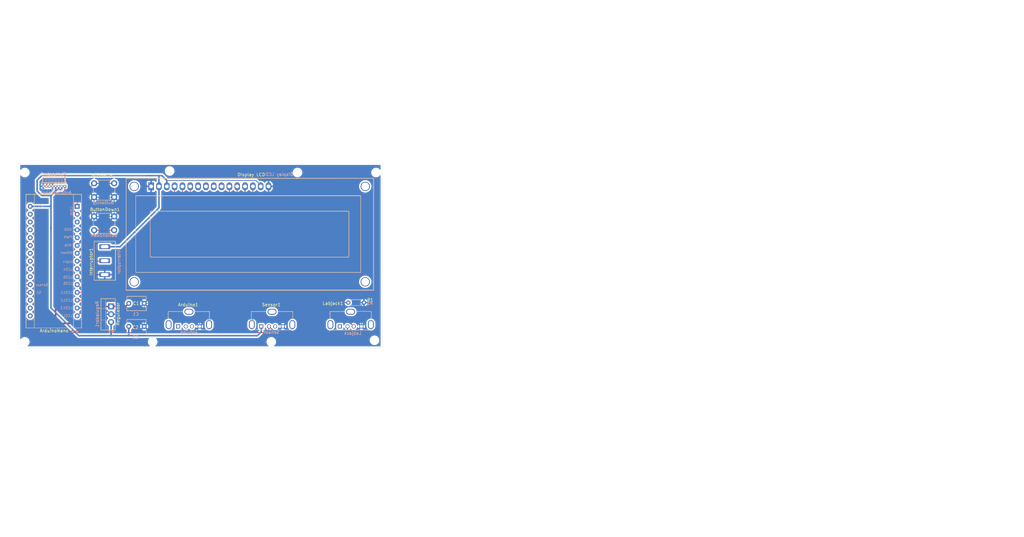
<source format=kicad_pcb>
(kicad_pcb (version 20171130) (host pcbnew 5.1.2-f72e74a~80~ubuntu16.04.1)

  (general
    (thickness 1.6)
    (drawings 115)
    (tracks 184)
    (zones 0)
    (modules 26)
    (nets 44)
  )

  (page A4)
  (layers
    (0 F.Cu signal)
    (31 B.Cu signal)
    (32 B.Adhes user)
    (33 F.Adhes user)
    (34 B.Paste user)
    (35 F.Paste user)
    (36 B.SilkS user)
    (37 F.SilkS user)
    (38 B.Mask user)
    (39 F.Mask user)
    (40 Dwgs.User user)
    (41 Cmts.User user)
    (42 Eco1.User user)
    (43 Eco2.User user)
    (44 Edge.Cuts user)
    (45 Margin user)
    (46 B.CrtYd user)
    (47 F.CrtYd user)
    (48 B.Fab user)
    (49 F.Fab user)
  )

  (setup
    (last_trace_width 0.25)
    (user_trace_width 0.5)
    (user_trace_width 1)
    (trace_clearance 0.2)
    (zone_clearance 0.508)
    (zone_45_only no)
    (trace_min 0.2)
    (via_size 0.8)
    (via_drill 0.4)
    (via_min_size 0.4)
    (via_min_drill 0.3)
    (uvia_size 0.3)
    (uvia_drill 0.1)
    (uvias_allowed no)
    (uvia_min_size 0.2)
    (uvia_min_drill 0.1)
    (edge_width 0.05)
    (segment_width 0.2)
    (pcb_text_width 0.3)
    (pcb_text_size 1.5 1.5)
    (mod_edge_width 0.12)
    (mod_text_size 1 1)
    (mod_text_width 0.15)
    (pad_size 1.8 2.6)
    (pad_drill 1.2)
    (pad_to_mask_clearance 0.051)
    (solder_mask_min_width 0.25)
    (aux_axis_origin 0 0)
    (visible_elements FFFFFF7F)
    (pcbplotparams
      (layerselection 0x010fc_ffffffff)
      (usegerberextensions false)
      (usegerberattributes false)
      (usegerberadvancedattributes false)
      (creategerberjobfile false)
      (excludeedgelayer true)
      (linewidth 0.100000)
      (plotframeref false)
      (viasonmask false)
      (mode 1)
      (useauxorigin false)
      (hpglpennumber 1)
      (hpglpenspeed 20)
      (hpglpendiameter 15.000000)
      (psnegative false)
      (psa4output false)
      (plotreference true)
      (plotvalue true)
      (plotinvisibletext false)
      (padsonsilk false)
      (subtractmaskfromsilk false)
      (outputformat 1)
      (mirror false)
      (drillshape 0)
      (scaleselection 1)
      (outputdirectory "Output/"))
  )

  (net 0 "")
  (net 1 "Net-(Arduino1-Pad5)")
  (net 2 GND)
  (net 3 USBD+)
  (net 4 USBD-)
  (net 5 USBVCC)
  (net 6 LCD6)
  (net 7 "Net-(ArduinoNano1-Pad17)")
  (net 8 "Net-(ArduinoNano1-Pad18)")
  (net 9 "Net-(ArduinoNano1-Pad3)")
  (net 10 LabjackSensor)
  (net 11 LabjackSC)
  (net 12 Interruptor)
  (net 13 "Net-(ArduinoNano1-Pad21)")
  (net 14 PWM)
  (net 15 "Net-(ArduinoNano1-Pad22)")
  (net 16 LCD4)
  (net 17 "Net-(ArduinoNano1-Pad23)")
  (net 18 LCD5)
  (net 19 "Net-(ArduinoNano1-Pad24)")
  (net 20 ButtonUp)
  (net 21 "Net-(ArduinoNano1-Pad25)")
  (net 22 ButtonDown)
  (net 23 "Net-(ArduinoNano1-Pad26)")
  (net 24 porSiAca1)
  (net 25 "Net-(ArduinoNano1-Pad27)")
  (net 26 porSiAca2)
  (net 27 "Net-(ArduinoNano1-Pad28)")
  (net 28 LCD14)
  (net 29 "Net-(ArduinoNano1-Pad29)")
  (net 30 LCD13)
  (net 31 Vcc)
  (net 32 LCD12)
  (net 33 LCD11)
  (net 34 PowerInput)
  (net 35 "Net-(DS1-Pad7)")
  (net 36 "Net-(DS1-Pad8)")
  (net 37 "Net-(DS1-Pad9)")
  (net 38 "Net-(DS1-Pad10)")
  (net 39 "Net-(Labjack1-Pad1)")
  (net 40 "Net-(Labjack1-Pad5)")
  (net 41 "Net-(Sensor1-Pad3)")
  (net 42 "Net-(Sensor1-Pad5)")
  (net 43 "Net-(ArduinoNano1-Pad16)")

  (net_class Default "This is the default net class."
    (clearance 0.2)
    (trace_width 0.25)
    (via_dia 0.8)
    (via_drill 0.4)
    (uvia_dia 0.3)
    (uvia_drill 0.1)
    (add_net ButtonDown)
    (add_net ButtonUp)
    (add_net GND)
    (add_net Interruptor)
    (add_net LCD11)
    (add_net LCD12)
    (add_net LCD13)
    (add_net LCD14)
    (add_net LCD4)
    (add_net LCD5)
    (add_net LCD6)
    (add_net LabjackSC)
    (add_net LabjackSensor)
    (add_net "Net-(Arduino1-Pad5)")
    (add_net "Net-(ArduinoNano1-Pad16)")
    (add_net "Net-(ArduinoNano1-Pad17)")
    (add_net "Net-(ArduinoNano1-Pad18)")
    (add_net "Net-(ArduinoNano1-Pad21)")
    (add_net "Net-(ArduinoNano1-Pad22)")
    (add_net "Net-(ArduinoNano1-Pad23)")
    (add_net "Net-(ArduinoNano1-Pad24)")
    (add_net "Net-(ArduinoNano1-Pad25)")
    (add_net "Net-(ArduinoNano1-Pad26)")
    (add_net "Net-(ArduinoNano1-Pad27)")
    (add_net "Net-(ArduinoNano1-Pad28)")
    (add_net "Net-(ArduinoNano1-Pad29)")
    (add_net "Net-(ArduinoNano1-Pad3)")
    (add_net "Net-(DS1-Pad10)")
    (add_net "Net-(DS1-Pad7)")
    (add_net "Net-(DS1-Pad8)")
    (add_net "Net-(DS1-Pad9)")
    (add_net "Net-(Labjack1-Pad1)")
    (add_net "Net-(Labjack1-Pad5)")
    (add_net "Net-(Sensor1-Pad3)")
    (add_net "Net-(Sensor1-Pad5)")
    (add_net PWM)
    (add_net PowerInput)
    (add_net USBD+)
    (add_net USBD-)
    (add_net USBVCC)
    (add_net Vcc)
    (add_net porSiAca1)
    (add_net porSiAca2)
  )

  (module Button_Switch_THT:SW_PUSH_6mm_H13mm (layer F.Cu) (tedit 5A02FE31) (tstamp 5CBDA8D8)
    (at 185 69.5)
    (descr "tactile push button, 6x6mm e.g. PHAP33xx series, height=13mm")
    (tags "tact sw push 6mm")
    (path /5CB58EDF)
    (fp_text reference ButtonUp1 (at 3 -2.5) (layer F.SilkS)
      (effects (font (size 1 1) (thickness 0.15)))
    )
    (fp_text value SW_Push (at 3 6.5) (layer F.Fab)
      (effects (font (size 1 1) (thickness 0.15)))
    )
    (fp_circle (center 3.25 2.25) (end 1.25 2.5) (layer F.Fab) (width 0.1))
    (fp_line (start 6.75 3) (end 6.75 1.5) (layer F.SilkS) (width 0.12))
    (fp_line (start 5.5 -1) (end 1 -1) (layer F.SilkS) (width 0.12))
    (fp_line (start -0.25 1.5) (end -0.25 3) (layer F.SilkS) (width 0.12))
    (fp_line (start 1 5.5) (end 5.5 5.5) (layer F.SilkS) (width 0.12))
    (fp_line (start 8 -1.25) (end 8 5.75) (layer F.CrtYd) (width 0.05))
    (fp_line (start 7.75 6) (end -1.25 6) (layer F.CrtYd) (width 0.05))
    (fp_line (start -1.5 5.75) (end -1.5 -1.25) (layer F.CrtYd) (width 0.05))
    (fp_line (start -1.25 -1.5) (end 7.75 -1.5) (layer F.CrtYd) (width 0.05))
    (fp_line (start -1.5 6) (end -1.25 6) (layer F.CrtYd) (width 0.05))
    (fp_line (start -1.5 5.75) (end -1.5 6) (layer F.CrtYd) (width 0.05))
    (fp_line (start -1.5 -1.5) (end -1.25 -1.5) (layer F.CrtYd) (width 0.05))
    (fp_line (start -1.5 -1.25) (end -1.5 -1.5) (layer F.CrtYd) (width 0.05))
    (fp_line (start 8 -1.5) (end 8 -1.25) (layer F.CrtYd) (width 0.05))
    (fp_line (start 7.75 -1.5) (end 8 -1.5) (layer F.CrtYd) (width 0.05))
    (fp_line (start 8 6) (end 8 5.75) (layer F.CrtYd) (width 0.05))
    (fp_line (start 7.75 6) (end 8 6) (layer F.CrtYd) (width 0.05))
    (fp_line (start 0.25 -0.75) (end 3.25 -0.75) (layer F.Fab) (width 0.1))
    (fp_line (start 0.25 5.25) (end 0.25 -0.75) (layer F.Fab) (width 0.1))
    (fp_line (start 6.25 5.25) (end 0.25 5.25) (layer F.Fab) (width 0.1))
    (fp_line (start 6.25 -0.75) (end 6.25 5.25) (layer F.Fab) (width 0.1))
    (fp_line (start 3.25 -0.75) (end 6.25 -0.75) (layer F.Fab) (width 0.1))
    (fp_text user %R (at 3.5 2.5) (layer F.Fab)
      (effects (font (size 1 1) (thickness 0.15)))
    )
    (pad 1 thru_hole circle (at 6.5 0 90) (size 2 2) (drill 1.1) (layers *.Cu *.Mask)
      (net 20 ButtonUp))
    (pad 2 thru_hole circle (at 6.5 4.5 90) (size 2 2) (drill 1.1) (layers *.Cu *.Mask)
      (net 2 GND))
    (pad 1 thru_hole circle (at 0 0 90) (size 2 2) (drill 1.1) (layers *.Cu *.Mask)
      (net 20 ButtonUp))
    (pad 2 thru_hole circle (at 0 4.5 90) (size 2 2) (drill 1.1) (layers *.Cu *.Mask)
      (net 2 GND))
    (model ${KISYS3DMOD}/Button_Switch_THT.3dshapes/SW_PUSH_6mm_H13mm.wrl
      (at (xyz 0 0 0))
      (scale (xyz 1 1 1))
      (rotate (xyz 0 0 0))
    )
  )

  (module Bombasa:Interruptor (layer F.Cu) (tedit 5CC01DDC) (tstamp 5CBDA951)
    (at 185 101 90)
    (path /5CB7F2DA)
    (fp_text reference Interruptor1 (at 6 -1 90) (layer F.SilkS)
      (effects (font (size 1 1) (thickness 0.15)))
    )
    (fp_text value SW_SPDT (at 2 3 90) (layer F.Fab)
      (effects (font (size 1 1) (thickness 0.15)))
    )
    (fp_line (start 0 6.86) (end 0 0) (layer F.SilkS) (width 0.12))
    (fp_line (start 12.7 6.86) (end 0 6.86) (layer F.SilkS) (width 0.12))
    (fp_line (start 12.7 0) (end 12.7 6.86) (layer F.SilkS) (width 0.12))
    (fp_line (start 0 0) (end 12.7 0) (layer F.SilkS) (width 0.12))
    (fp_text user %R (at 3.99 -2.99 90) (layer F.Fab)
      (effects (font (size 1 1) (thickness 0.15)))
    )
    (pad 3 thru_hole rect (at 10.89 3.44 180) (size 3.5 1.5) (drill oval 2.5 1) (layers *.Cu *.Mask)
      (net 31 Vcc))
    (pad 1 thru_hole rect (at 1.83 3.44 180) (size 3.5 1.5) (drill oval 2.5 1) (layers *.Cu *.Mask)
      (net 2 GND))
    (pad 2 thru_hole rect (at 6.35 3.43 180) (size 3.5 1.5) (drill oval 2.5 1) (layers *.Cu *.Mask)
      (net 12 Interruptor))
    (model ${KISYS3DMOD}/Button_Switch_THT.3dshapes/SW_CuK_JS202011CQN_DPDT_Straight.step
      (offset (xyz 3 -0.5 0))
      (scale (xyz 1.4 1.8 1))
      (rotate (xyz 0 0 0))
    )
  )

  (module "" (layer F.Cu) (tedit 0) (tstamp 0)
    (at 211.8 118.8)
    (fp_text reference "" (at 185.6 65.4) (layer F.SilkS)
      (effects (font (size 1.27 1.27) (thickness 0.15)))
    )
    (fp_text value "" (at 185.6 65.4) (layer F.SilkS)
      (effects (font (size 1.27 1.27) (thickness 0.15)))
    )
  )

  (module "" (layer F.Cu) (tedit 0) (tstamp 0)
    (at 185.6 65.4)
    (fp_text reference "" (at 227.3 10.2) (layer F.SilkS)
      (effects (font (size 1.27 1.27) (thickness 0.15)))
    )
    (fp_text value "" (at 227.3 10.2) (layer F.SilkS)
      (effects (font (size 1.27 1.27) (thickness 0.15)))
    )
  )

  (module "" (layer F.Cu) (tedit 0) (tstamp 0)
    (at 227.3 10.2)
    (fp_text reference "" (at 235.6 66.6) (layer F.SilkS)
      (effects (font (size 1.27 1.27) (thickness 0.15)))
    )
    (fp_text value "" (at 235.6 66.6) (layer F.SilkS)
      (effects (font (size 1.27 1.27) (thickness 0.15)))
    )
    (fp_text user "Display LCD" (at 17.8 56.4) (layer B.SilkS)
      (effects (font (size 1 1) (thickness 0.15)) (justify mirror))
    )
  )

  (module "" (layer F.Cu) (tedit 0) (tstamp 0)
    (at 235.6 66.6)
    (fp_text reference "" (at 235.6 66.4) (layer F.SilkS)
      (effects (font (size 1.27 1.27) (thickness 0.15)))
    )
    (fp_text value "" (at 235.6 66.4) (layer F.SilkS)
      (effects (font (size 1.27 1.27) (thickness 0.15)))
    )
  )

  (module "" (layer F.Cu) (tedit 0) (tstamp 0)
    (at 235.6 66.4)
    (fp_text reference "" (at 251 66) (layer F.SilkS)
      (effects (font (size 1.27 1.27) (thickness 0.15)))
    )
    (fp_text value "" (at 251 66) (layer F.SilkS)
      (effects (font (size 1.27 1.27) (thickness 0.15)))
    )
  )

  (module MountingHole:MountingHole_2.1mm (layer F.Cu) (tedit 5B924765) (tstamp 5CBF5448)
    (at 251 66)
    (descr "Mounting Hole 2.1mm, no annular")
    (tags "mounting hole 2.1mm no annular")
    (attr virtual)
    (fp_text reference REF** (at 0 -3.2) (layer F.SilkS) hide
      (effects (font (size 1 1) (thickness 0.15)))
    )
    (fp_text value MountingHole_2.1mm (at 0 3.2) (layer F.Fab)
      (effects (font (size 1 1) (thickness 0.15)))
    )
    (fp_text user %R (at 0.3 0) (layer F.Fab)
      (effects (font (size 1 1) (thickness 0.15)))
    )
    (fp_circle (center 0 0) (end 2.1 0) (layer Cmts.User) (width 0.15))
    (fp_circle (center 0 0) (end 2.35 0) (layer F.CrtYd) (width 0.05))
    (pad "" np_thru_hole circle (at 0 0) (size 2.1 2.1) (drill 2.1) (layers *.Cu *.Mask))
  )

  (module MountingHole:MountingHole_2.1mm (layer F.Cu) (tedit 5B924765) (tstamp 5CBF5448)
    (at 209.5 65.5)
    (descr "Mounting Hole 2.1mm, no annular")
    (tags "mounting hole 2.1mm no annular")
    (attr virtual)
    (fp_text reference REF** (at 0 -3.2) (layer F.SilkS) hide
      (effects (font (size 1 1) (thickness 0.15)))
    )
    (fp_text value MountingHole_2.1mm (at 0 3.2) (layer F.Fab)
      (effects (font (size 1 1) (thickness 0.15)))
    )
    (fp_text user %R (at 0.3 0) (layer F.Fab)
      (effects (font (size 1 1) (thickness 0.15)))
    )
    (fp_circle (center 0 0) (end 2.1 0) (layer Cmts.User) (width 0.15))
    (fp_circle (center 0 0) (end 2.35 0) (layer F.CrtYd) (width 0.05))
    (pad "" np_thru_hole circle (at 0 0) (size 2.1 2.1) (drill 2.1) (layers *.Cu *.Mask))
  )

  (module MountingHole:MountingHole_2.1mm (layer F.Cu) (tedit 5B924765) (tstamp 5CBF5448)
    (at 276.5 66)
    (descr "Mounting Hole 2.1mm, no annular")
    (tags "mounting hole 2.1mm no annular")
    (attr virtual)
    (fp_text reference REF** (at 0 -3.2) (layer F.SilkS) hide
      (effects (font (size 1 1) (thickness 0.15)))
    )
    (fp_text value MountingHole_2.1mm (at 0 3.2) (layer F.Fab)
      (effects (font (size 1 1) (thickness 0.15)))
    )
    (fp_text user %R (at 0.3 0) (layer F.Fab)
      (effects (font (size 1 1) (thickness 0.15)))
    )
    (fp_circle (center 0 0) (end 2.1 0) (layer Cmts.User) (width 0.15))
    (fp_circle (center 0 0) (end 2.35 0) (layer F.CrtYd) (width 0.05))
    (pad "" np_thru_hole circle (at 0 0) (size 2.1 2.1) (drill 2.1) (layers *.Cu *.Mask))
  )

  (module MountingHole:MountingHole_2.1mm (layer F.Cu) (tedit 5B924765) (tstamp 5CBF5448)
    (at 162.5 66)
    (descr "Mounting Hole 2.1mm, no annular")
    (tags "mounting hole 2.1mm no annular")
    (attr virtual)
    (fp_text reference REF** (at 0 -3.2) (layer F.SilkS) hide
      (effects (font (size 1 1) (thickness 0.15)))
    )
    (fp_text value MountingHole_2.1mm (at 0 3.2) (layer F.Fab)
      (effects (font (size 1 1) (thickness 0.15)))
    )
    (fp_text user %R (at 0.3 0) (layer F.Fab)
      (effects (font (size 1 1) (thickness 0.15)))
    )
    (fp_circle (center 0 0) (end 2.1 0) (layer Cmts.User) (width 0.15))
    (fp_circle (center 0 0) (end 2.35 0) (layer F.CrtYd) (width 0.05))
    (pad "" np_thru_hole circle (at 0 0) (size 2.1 2.1) (drill 2.1) (layers *.Cu *.Mask))
  )

  (module MountingHole:MountingHole_2.1mm (layer F.Cu) (tedit 5B924765) (tstamp 5CBF5448)
    (at 242.5 121)
    (descr "Mounting Hole 2.1mm, no annular")
    (tags "mounting hole 2.1mm no annular")
    (attr virtual)
    (fp_text reference REF** (at 0 -3.2) (layer F.SilkS) hide
      (effects (font (size 1 1) (thickness 0.15)))
    )
    (fp_text value MountingHole_2.1mm (at 0 3.2) (layer F.Fab)
      (effects (font (size 1 1) (thickness 0.15)))
    )
    (fp_text user %R (at 0.3 0) (layer F.Fab)
      (effects (font (size 1 1) (thickness 0.15)))
    )
    (fp_circle (center 0 0) (end 2.1 0) (layer Cmts.User) (width 0.15))
    (fp_circle (center 0 0) (end 2.35 0) (layer F.CrtYd) (width 0.05))
    (pad "" np_thru_hole circle (at 0 0) (size 2.1 2.1) (drill 2.1) (layers *.Cu *.Mask))
  )

  (module MountingHole:MountingHole_2.1mm (layer F.Cu) (tedit 5B924765) (tstamp 5CBF5448)
    (at 204 121)
    (descr "Mounting Hole 2.1mm, no annular")
    (tags "mounting hole 2.1mm no annular")
    (attr virtual)
    (fp_text reference REF** (at 0 -3.2) (layer F.SilkS) hide
      (effects (font (size 1 1) (thickness 0.15)))
    )
    (fp_text value MountingHole_2.1mm (at 0 3.2) (layer F.Fab)
      (effects (font (size 1 1) (thickness 0.15)))
    )
    (fp_text user %R (at 0.3 0) (layer F.Fab)
      (effects (font (size 1 1) (thickness 0.15)))
    )
    (fp_circle (center 0 0) (end 2.1 0) (layer Cmts.User) (width 0.15))
    (fp_circle (center 0 0) (end 2.35 0) (layer F.CrtYd) (width 0.05))
    (pad "" np_thru_hole circle (at 0 0) (size 2.1 2.1) (drill 2.1) (layers *.Cu *.Mask))
  )

  (module MountingHole:MountingHole_2.1mm (layer F.Cu) (tedit 5B924765) (tstamp 5CBF5448)
    (at 162.5 121)
    (descr "Mounting Hole 2.1mm, no annular")
    (tags "mounting hole 2.1mm no annular")
    (attr virtual)
    (fp_text reference REF** (at 0 -3.2) (layer F.SilkS) hide
      (effects (font (size 1 1) (thickness 0.15)))
    )
    (fp_text value MountingHole_2.1mm (at 0 3.2) (layer F.Fab)
      (effects (font (size 1 1) (thickness 0.15)))
    )
    (fp_text user %R (at 0.3 0) (layer F.Fab)
      (effects (font (size 1 1) (thickness 0.15)))
    )
    (fp_circle (center 0 0) (end 2.1 0) (layer Cmts.User) (width 0.15))
    (fp_circle (center 0 0) (end 2.35 0) (layer F.CrtYd) (width 0.05))
    (pad "" np_thru_hole circle (at 0 0) (size 2.1 2.1) (drill 2.1) (layers *.Cu *.Mask))
  )

  (module MountingHole:MountingHole_2.1mm (layer F.Cu) (tedit 5B924765) (tstamp 5CBF52B4)
    (at 276 120.5)
    (descr "Mounting Hole 2.1mm, no annular")
    (tags "mounting hole 2.1mm no annular")
    (attr virtual)
    (fp_text reference REF** (at 0 -3.2) (layer F.SilkS) hide
      (effects (font (size 1 1) (thickness 0.15)))
    )
    (fp_text value MountingHole_2.1mm (at 0 3.2) (layer F.Fab)
      (effects (font (size 1 1) (thickness 0.15)))
    )
    (fp_circle (center 0 0) (end 2.35 0) (layer F.CrtYd) (width 0.05))
    (fp_circle (center 0 0) (end 2.1 0) (layer Cmts.User) (width 0.15))
    (fp_text user %R (at 0.3 0) (layer F.Fab)
      (effects (font (size 1 1) (thickness 0.15)))
    )
    (pad "" np_thru_hole circle (at 0 0) (size 2.1 2.1) (drill 2.1) (layers *.Cu *.Mask))
  )

  (module Module:Arduino_Nano (layer B.Cu) (tedit 58ACAF70) (tstamp 5CBDA8A4)
    (at 179.5 77 180)
    (descr "Arduino Nano, http://www.mouser.com/pdfdocs/Gravitech_Arduino_Nano3_0.pdf")
    (tags "Arduino Nano")
    (path /5CB65795)
    (fp_text reference ArduinoNano1 (at 7 4.5 180) (layer B.SilkS)
      (effects (font (size 1 1) (thickness 0.15)) (justify mirror))
    )
    (fp_text value Arduino_Nano_v3.x (at 8.5 -17.5 270) (layer B.Fab)
      (effects (font (size 1 1) (thickness 0.15)) (justify mirror))
    )
    (fp_text user %R (at 6.35 -19.05 270) (layer B.Fab)
      (effects (font (size 1 1) (thickness 0.15)) (justify mirror))
    )
    (fp_line (start 1.27 -1.27) (end 1.27 1.27) (layer B.SilkS) (width 0.12))
    (fp_line (start 1.27 1.27) (end -1.4 1.27) (layer B.SilkS) (width 0.12))
    (fp_line (start -1.4 -1.27) (end -1.4 -39.5) (layer B.SilkS) (width 0.12))
    (fp_line (start -1.4 3.94) (end -1.4 1.27) (layer B.SilkS) (width 0.12))
    (fp_line (start 13.97 1.27) (end 16.64 1.27) (layer B.SilkS) (width 0.12))
    (fp_line (start 13.97 1.27) (end 13.97 -36.83) (layer B.SilkS) (width 0.12))
    (fp_line (start 13.97 -36.83) (end 16.64 -36.83) (layer B.SilkS) (width 0.12))
    (fp_line (start 1.27 -1.27) (end -1.4 -1.27) (layer B.SilkS) (width 0.12))
    (fp_line (start 1.27 -1.27) (end 1.27 -36.83) (layer B.SilkS) (width 0.12))
    (fp_line (start 1.27 -36.83) (end -1.4 -36.83) (layer B.SilkS) (width 0.12))
    (fp_line (start 3.81 -31.75) (end 11.43 -31.75) (layer B.Fab) (width 0.1))
    (fp_line (start 11.43 -31.75) (end 11.43 -41.91) (layer B.Fab) (width 0.1))
    (fp_line (start 11.43 -41.91) (end 3.81 -41.91) (layer B.Fab) (width 0.1))
    (fp_line (start 3.81 -41.91) (end 3.81 -31.75) (layer B.Fab) (width 0.1))
    (fp_line (start -1.4 -39.5) (end 16.64 -39.5) (layer B.SilkS) (width 0.12))
    (fp_line (start 16.64 -39.5) (end 16.64 3.94) (layer B.SilkS) (width 0.12))
    (fp_line (start 16.64 3.94) (end -1.4 3.94) (layer B.SilkS) (width 0.12))
    (fp_line (start 16.51 -39.37) (end -1.27 -39.37) (layer B.Fab) (width 0.1))
    (fp_line (start -1.27 -39.37) (end -1.27 2.54) (layer B.Fab) (width 0.1))
    (fp_line (start -1.27 2.54) (end 0 3.81) (layer B.Fab) (width 0.1))
    (fp_line (start 0 3.81) (end 16.51 3.81) (layer B.Fab) (width 0.1))
    (fp_line (start 16.51 3.81) (end 16.51 -39.37) (layer B.Fab) (width 0.1))
    (fp_line (start -1.53 4.06) (end 16.75 4.06) (layer B.CrtYd) (width 0.05))
    (fp_line (start -1.53 4.06) (end -1.53 -42.16) (layer B.CrtYd) (width 0.05))
    (fp_line (start 16.75 -42.16) (end 16.75 4.06) (layer B.CrtYd) (width 0.05))
    (fp_line (start 16.75 -42.16) (end -1.53 -42.16) (layer B.CrtYd) (width 0.05))
    (pad 1 thru_hole rect (at 0 0 180) (size 1.6 1.6) (drill 0.8) (layers *.Cu *.Mask)
      (net 26 porSiAca2))
    (pad 17 thru_hole oval (at 15.24 -33.02 180) (size 1.6 1.6) (drill 0.8) (layers *.Cu *.Mask)
      (net 7 "Net-(ArduinoNano1-Pad17)"))
    (pad 2 thru_hole oval (at 0 -2.54 180) (size 1.6 1.6) (drill 0.8) (layers *.Cu *.Mask)
      (net 24 porSiAca1))
    (pad 18 thru_hole oval (at 15.24 -30.48 180) (size 1.6 1.6) (drill 0.8) (layers *.Cu *.Mask)
      (net 8 "Net-(ArduinoNano1-Pad18)"))
    (pad 3 thru_hole oval (at 0 -5.08 180) (size 1.6 1.6) (drill 0.8) (layers *.Cu *.Mask)
      (net 9 "Net-(ArduinoNano1-Pad3)"))
    (pad 19 thru_hole oval (at 15.24 -27.94 180) (size 1.6 1.6) (drill 0.8) (layers *.Cu *.Mask)
      (net 11 LabjackSC))
    (pad 4 thru_hole oval (at 0 -7.62 180) (size 1.6 1.6) (drill 0.8) (layers *.Cu *.Mask)
      (net 2 GND))
    (pad 20 thru_hole oval (at 15.24 -25.4 180) (size 1.6 1.6) (drill 0.8) (layers *.Cu *.Mask)
      (net 10 LabjackSensor))
    (pad 5 thru_hole oval (at 0 -10.16 180) (size 1.6 1.6) (drill 0.8) (layers *.Cu *.Mask)
      (net 14 PWM))
    (pad 21 thru_hole oval (at 15.24 -22.86 180) (size 1.6 1.6) (drill 0.8) (layers *.Cu *.Mask)
      (net 13 "Net-(ArduinoNano1-Pad21)"))
    (pad 6 thru_hole oval (at 0 -12.7 180) (size 1.6 1.6) (drill 0.8) (layers *.Cu *.Mask)
      (net 20 ButtonUp))
    (pad 22 thru_hole oval (at 15.24 -20.32 180) (size 1.6 1.6) (drill 0.8) (layers *.Cu *.Mask)
      (net 15 "Net-(ArduinoNano1-Pad22)"))
    (pad 7 thru_hole oval (at 0 -15.24 180) (size 1.6 1.6) (drill 0.8) (layers *.Cu *.Mask)
      (net 22 ButtonDown))
    (pad 23 thru_hole oval (at 15.24 -17.78 180) (size 1.6 1.6) (drill 0.8) (layers *.Cu *.Mask)
      (net 17 "Net-(ArduinoNano1-Pad23)"))
    (pad 8 thru_hole oval (at 0 -17.78 180) (size 1.6 1.6) (drill 0.8) (layers *.Cu *.Mask)
      (net 12 Interruptor))
    (pad 24 thru_hole oval (at 15.24 -15.24 180) (size 1.6 1.6) (drill 0.8) (layers *.Cu *.Mask)
      (net 19 "Net-(ArduinoNano1-Pad24)"))
    (pad 9 thru_hole oval (at 0 -20.32 180) (size 1.6 1.6) (drill 0.8) (layers *.Cu *.Mask)
      (net 16 LCD4))
    (pad 25 thru_hole oval (at 15.24 -12.7 180) (size 1.6 1.6) (drill 0.8) (layers *.Cu *.Mask)
      (net 21 "Net-(ArduinoNano1-Pad25)"))
    (pad 10 thru_hole oval (at 0 -22.86 180) (size 1.6 1.6) (drill 0.8) (layers *.Cu *.Mask)
      (net 18 LCD5))
    (pad 26 thru_hole oval (at 15.24 -10.16 180) (size 1.6 1.6) (drill 0.8) (layers *.Cu *.Mask)
      (net 23 "Net-(ArduinoNano1-Pad26)"))
    (pad 11 thru_hole oval (at 0 -25.4 180) (size 1.6 1.6) (drill 0.8) (layers *.Cu *.Mask)
      (net 6 LCD6))
    (pad 27 thru_hole oval (at 15.24 -7.62 180) (size 1.6 1.6) (drill 0.8) (layers *.Cu *.Mask)
      (net 25 "Net-(ArduinoNano1-Pad27)"))
    (pad 12 thru_hole oval (at 0 -27.94 180) (size 1.6 1.6) (drill 0.8) (layers *.Cu *.Mask)
      (net 33 LCD11))
    (pad 28 thru_hole oval (at 15.24 -5.08 180) (size 1.6 1.6) (drill 0.8) (layers *.Cu *.Mask)
      (net 27 "Net-(ArduinoNano1-Pad28)"))
    (pad 13 thru_hole oval (at 0 -30.48 180) (size 1.6 1.6) (drill 0.8) (layers *.Cu *.Mask)
      (net 32 LCD12))
    (pad 29 thru_hole oval (at 15.24 -2.54 180) (size 1.6 1.6) (drill 0.8) (layers *.Cu *.Mask)
      (net 29 "Net-(ArduinoNano1-Pad29)"))
    (pad 14 thru_hole oval (at 0 -33.02 180) (size 1.6 1.6) (drill 0.8) (layers *.Cu *.Mask)
      (net 30 LCD13))
    (pad 30 thru_hole oval (at 15.24 0 180) (size 1.6 1.6) (drill 0.8) (layers *.Cu *.Mask)
      (net 31 Vcc))
    (pad 15 thru_hole oval (at 0 -35.56 180) (size 1.6 1.6) (drill 0.8) (layers *.Cu *.Mask)
      (net 28 LCD14))
    (pad 16 thru_hole oval (at 15.24 -35.56 180) (size 1.6 1.6) (drill 0.8) (layers *.Cu *.Mask)
      (net 43 "Net-(ArduinoNano1-Pad16)"))
    (model ${KISYS3DMOD}/Module.3dshapes/Arduino_Nano_WithMountingHoles.wrl
      (at (xyz 0 0 0))
      (scale (xyz 1 1.6 1))
      (rotate (xyz 0 0 0))
    )
    (model /home/patomareao/Downloads/arduino_nano.wrl
      (offset (xyz 17 -41.5 -5))
      (scale (xyz 0.3975 0.39 0.3))
      (rotate (xyz 0 0 -90))
    )
  )

  (module Button_Switch_THT:SW_PUSH_6mm_H13mm (layer F.Cu) (tedit 5A02FE31) (tstamp 5CBDA8BE)
    (at 185 80.25)
    (descr "tactile push button, 6x6mm e.g. PHAP33xx series, height=13mm")
    (tags "tact sw push 6mm")
    (path /5CB5952F)
    (fp_text reference ButtonDown1 (at 3.5 -2.25) (layer F.SilkS)
      (effects (font (size 1 1) (thickness 0.15)))
    )
    (fp_text value SW_Push (at 3.5 6.75) (layer F.Fab)
      (effects (font (size 1 1) (thickness 0.15)))
    )
    (fp_circle (center 3.25 2.25) (end 1.25 2.5) (layer F.Fab) (width 0.1))
    (fp_line (start 6.75 3) (end 6.75 1.5) (layer F.SilkS) (width 0.12))
    (fp_line (start 5.5 -1) (end 1 -1) (layer F.SilkS) (width 0.12))
    (fp_line (start -0.25 1.5) (end -0.25 3) (layer F.SilkS) (width 0.12))
    (fp_line (start 1 5.5) (end 5.5 5.5) (layer F.SilkS) (width 0.12))
    (fp_line (start 8 -1.25) (end 8 5.75) (layer F.CrtYd) (width 0.05))
    (fp_line (start 7.75 6) (end -1.25 6) (layer F.CrtYd) (width 0.05))
    (fp_line (start -1.5 5.75) (end -1.5 -1.25) (layer F.CrtYd) (width 0.05))
    (fp_line (start -1.25 -1.5) (end 7.75 -1.5) (layer F.CrtYd) (width 0.05))
    (fp_line (start -1.5 6) (end -1.25 6) (layer F.CrtYd) (width 0.05))
    (fp_line (start -1.5 5.75) (end -1.5 6) (layer F.CrtYd) (width 0.05))
    (fp_line (start -1.5 -1.5) (end -1.25 -1.5) (layer F.CrtYd) (width 0.05))
    (fp_line (start -1.5 -1.25) (end -1.5 -1.5) (layer F.CrtYd) (width 0.05))
    (fp_line (start 8 -1.5) (end 8 -1.25) (layer F.CrtYd) (width 0.05))
    (fp_line (start 7.75 -1.5) (end 8 -1.5) (layer F.CrtYd) (width 0.05))
    (fp_line (start 8 6) (end 8 5.75) (layer F.CrtYd) (width 0.05))
    (fp_line (start 7.75 6) (end 8 6) (layer F.CrtYd) (width 0.05))
    (fp_line (start 0.25 -0.75) (end 3.25 -0.75) (layer F.Fab) (width 0.1))
    (fp_line (start 0.25 5.25) (end 0.25 -0.75) (layer F.Fab) (width 0.1))
    (fp_line (start 6.25 5.25) (end 0.25 5.25) (layer F.Fab) (width 0.1))
    (fp_line (start 6.25 -0.75) (end 6.25 5.25) (layer F.Fab) (width 0.1))
    (fp_line (start 3.25 -0.75) (end 6.25 -0.75) (layer F.Fab) (width 0.1))
    (fp_text user %R (at 3.25 2.25) (layer F.Fab)
      (effects (font (size 1 1) (thickness 0.15)))
    )
    (pad 1 thru_hole circle (at 6.5 0 90) (size 2 2) (drill 1.1) (layers *.Cu *.Mask)
      (net 2 GND))
    (pad 2 thru_hole circle (at 6.5 4.5 90) (size 2 2) (drill 1.1) (layers *.Cu *.Mask)
      (net 22 ButtonDown))
    (pad 1 thru_hole circle (at 0 0 90) (size 2 2) (drill 1.1) (layers *.Cu *.Mask)
      (net 2 GND))
    (pad 2 thru_hole circle (at 0 4.5 90) (size 2 2) (drill 1.1) (layers *.Cu *.Mask)
      (net 22 ButtonDown))
    (model ${KISYS3DMOD}/Button_Switch_THT.3dshapes/SW_PUSH_6mm_H13mm.wrl
      (at (xyz 0 0 0))
      (scale (xyz 1 1 1))
      (rotate (xyz 0 0 0))
    )
  )

  (module Package_TO_SOT_THT:TO-220-3_Vertical (layer B.Cu) (tedit 5AC8BA0D) (tstamp 5CBDAA11)
    (at 190.5 109.5 270)
    (descr "TO-220-3, Vertical, RM 2.54mm, see https://www.vishay.com/docs/66542/to-220-1.pdf")
    (tags "TO-220-3 Vertical RM 2.54mm")
    (path /5CB81C95)
    (fp_text reference Regulador1 (at 2.5 4.5 90) (layer B.SilkS)
      (effects (font (size 1 1) (thickness 0.15)) (justify mirror))
    )
    (fp_text value L7805 (at 2.5 -2.5 90) (layer B.Fab)
      (effects (font (size 1 1) (thickness 0.15)) (justify mirror))
    )
    (fp_text user %R (at 2.5 2.5 90) (layer B.Fab)
      (effects (font (size 1 1) (thickness 0.15)) (justify mirror))
    )
    (fp_line (start 7.79 3.4) (end -2.71 3.4) (layer B.CrtYd) (width 0.05))
    (fp_line (start 7.79 -1.51) (end 7.79 3.4) (layer B.CrtYd) (width 0.05))
    (fp_line (start -2.71 -1.51) (end 7.79 -1.51) (layer B.CrtYd) (width 0.05))
    (fp_line (start -2.71 3.4) (end -2.71 -1.51) (layer B.CrtYd) (width 0.05))
    (fp_line (start 4.391 3.27) (end 4.391 1.76) (layer B.SilkS) (width 0.12))
    (fp_line (start 0.69 3.27) (end 0.69 1.76) (layer B.SilkS) (width 0.12))
    (fp_line (start -2.58 1.76) (end 7.66 1.76) (layer B.SilkS) (width 0.12))
    (fp_line (start 7.66 3.27) (end 7.66 -1.371) (layer B.SilkS) (width 0.12))
    (fp_line (start -2.58 3.27) (end -2.58 -1.371) (layer B.SilkS) (width 0.12))
    (fp_line (start -2.58 -1.371) (end 7.66 -1.371) (layer B.SilkS) (width 0.12))
    (fp_line (start -2.58 3.27) (end 7.66 3.27) (layer B.SilkS) (width 0.12))
    (fp_line (start 4.39 3.15) (end 4.39 1.88) (layer B.Fab) (width 0.1))
    (fp_line (start 0.69 3.15) (end 0.69 1.88) (layer B.Fab) (width 0.1))
    (fp_line (start -2.46 1.88) (end 7.54 1.88) (layer B.Fab) (width 0.1))
    (fp_line (start 7.54 3.15) (end -2.46 3.15) (layer B.Fab) (width 0.1))
    (fp_line (start 7.54 -1.25) (end 7.54 3.15) (layer B.Fab) (width 0.1))
    (fp_line (start -2.46 -1.25) (end 7.54 -1.25) (layer B.Fab) (width 0.1))
    (fp_line (start -2.46 3.15) (end -2.46 -1.25) (layer B.Fab) (width 0.1))
    (pad 3 thru_hole oval (at 5.08 0 270) (size 1.905 2) (drill 1.1) (layers *.Cu *.Mask)
      (net 31 Vcc))
    (pad 2 thru_hole oval (at 2.54 0 270) (size 1.905 2) (drill 1.1) (layers *.Cu *.Mask)
      (net 2 GND))
    (pad 1 thru_hole rect (at 0 0 270) (size 1.905 2) (drill 1.1) (layers *.Cu *.Mask)
      (net 34 PowerInput))
    (model ${KISYS3DMOD}/Package_TO_SOT_THT.3dshapes/TO-220-3_Vertical.wrl
      (at (xyz 0 0 0))
      (scale (xyz 1 1 1))
      (rotate (xyz 0 0 0))
    )
  )

  (module Capacitor_THT:C_Disc_D6.0mm_W4.4mm_P5.00mm (layer B.Cu) (tedit 5AE50EF0) (tstamp 5CBDA8E7)
    (at 196.25 108.5)
    (descr "C, Disc series, Radial, pin pitch=5.00mm, , diameter*width=6*4.4mm^2, Capacitor")
    (tags "C Disc series Radial pin pitch 5.00mm  diameter 6mm width 4.4mm Capacitor")
    (path /5CB6387E)
    (fp_text reference C1 (at 2.25 3.5) (layer B.SilkS)
      (effects (font (size 1 1) (thickness 0.15)) (justify mirror))
    )
    (fp_text value 0.33uF (at 2.25 -1.5) (layer B.Fab)
      (effects (font (size 1 1) (thickness 0.15)) (justify mirror))
    )
    (fp_text user %R (at 0 0) (layer F.Fab)
      (effects (font (size 0.25 0.25) (thickness 0.04)))
    )
    (fp_line (start 6.05 2.45) (end -1.05 2.45) (layer B.CrtYd) (width 0.05))
    (fp_line (start 6.05 -2.45) (end 6.05 2.45) (layer B.CrtYd) (width 0.05))
    (fp_line (start -1.05 -2.45) (end 6.05 -2.45) (layer B.CrtYd) (width 0.05))
    (fp_line (start -1.05 2.45) (end -1.05 -2.45) (layer B.CrtYd) (width 0.05))
    (fp_line (start 5.62 -0.925) (end 5.62 -2.321) (layer B.SilkS) (width 0.12))
    (fp_line (start 5.62 2.321) (end 5.62 0.925) (layer B.SilkS) (width 0.12))
    (fp_line (start -0.62 -0.925) (end -0.62 -2.321) (layer B.SilkS) (width 0.12))
    (fp_line (start -0.62 2.321) (end -0.62 0.925) (layer B.SilkS) (width 0.12))
    (fp_line (start -0.62 -2.321) (end 5.62 -2.321) (layer B.SilkS) (width 0.12))
    (fp_line (start -0.62 2.321) (end 5.62 2.321) (layer B.SilkS) (width 0.12))
    (fp_line (start 5.5 2.2) (end -0.5 2.2) (layer B.Fab) (width 0.1))
    (fp_line (start 5.5 -2.2) (end 5.5 2.2) (layer B.Fab) (width 0.1))
    (fp_line (start -0.5 -2.2) (end 5.5 -2.2) (layer B.Fab) (width 0.1))
    (fp_line (start -0.5 2.2) (end -0.5 -2.2) (layer B.Fab) (width 0.1))
    (pad 2 thru_hole circle (at 5 0) (size 1.6 1.6) (drill 0.8) (layers *.Cu *.Mask)
      (net 2 GND))
    (pad 1 thru_hole circle (at 0 0) (size 1.6 1.6) (drill 0.8) (layers *.Cu *.Mask)
      (net 34 PowerInput))
    (model ${KISYS3DMOD}/Capacitor_THT.3dshapes/C_Disc_D6.0mm_W4.4mm_P5.00mm.wrl
      (at (xyz 0 0 0))
      (scale (xyz 1 1 1))
      (rotate (xyz 0 0 0))
    )
  )

  (module Capacitor_THT:C_Disc_D6.0mm_W4.4mm_P5.00mm (layer B.Cu) (tedit 5AE50EF0) (tstamp 5CBDA8F6)
    (at 196.25 116)
    (descr "C, Disc series, Radial, pin pitch=5.00mm, , diameter*width=6*4.4mm^2, Capacitor")
    (tags "C Disc series Radial pin pitch 5.00mm  diameter 6mm width 4.4mm Capacitor")
    (path /5CB64AC4)
    (fp_text reference C2 (at 2.25 3.5) (layer B.SilkS)
      (effects (font (size 1 1) (thickness 0.15)) (justify mirror))
    )
    (fp_text value 0.1uF (at 2.25 -1.17) (layer B.Fab)
      (effects (font (size 1 1) (thickness 0.15)) (justify mirror))
    )
    (fp_text user %R (at 0 0) (layer B.Fab)
      (effects (font (size 0.25 0.25) (thickness 0.04)) (justify mirror))
    )
    (fp_line (start 6.05 2.45) (end -1.05 2.45) (layer B.CrtYd) (width 0.05))
    (fp_line (start 6.05 -2.45) (end 6.05 2.45) (layer B.CrtYd) (width 0.05))
    (fp_line (start -1.05 -2.45) (end 6.05 -2.45) (layer B.CrtYd) (width 0.05))
    (fp_line (start -1.05 2.45) (end -1.05 -2.45) (layer B.CrtYd) (width 0.05))
    (fp_line (start 5.62 -0.925) (end 5.62 -2.321) (layer B.SilkS) (width 0.12))
    (fp_line (start 5.62 2.321) (end 5.62 0.925) (layer B.SilkS) (width 0.12))
    (fp_line (start -0.62 -0.925) (end -0.62 -2.321) (layer B.SilkS) (width 0.12))
    (fp_line (start -0.62 2.321) (end -0.62 0.925) (layer B.SilkS) (width 0.12))
    (fp_line (start -0.62 -2.321) (end 5.62 -2.321) (layer B.SilkS) (width 0.12))
    (fp_line (start -0.62 2.321) (end 5.62 2.321) (layer B.SilkS) (width 0.12))
    (fp_line (start 5.5 2.2) (end -0.5 2.2) (layer B.Fab) (width 0.1))
    (fp_line (start 5.5 -2.2) (end 5.5 2.2) (layer B.Fab) (width 0.1))
    (fp_line (start -0.5 -2.2) (end 5.5 -2.2) (layer B.Fab) (width 0.1))
    (fp_line (start -0.5 2.2) (end -0.5 -2.2) (layer B.Fab) (width 0.1))
    (pad 2 thru_hole circle (at 5 0) (size 1.6 1.6) (drill 0.8) (layers *.Cu *.Mask)
      (net 2 GND))
    (pad 1 thru_hole circle (at 0 0) (size 1.6 1.6) (drill 0.8) (layers *.Cu *.Mask)
      (net 31 Vcc))
    (model ${KISYS3DMOD}/Capacitor_THT.3dshapes/C_Disc_D6.0mm_W4.4mm_P5.00mm.wrl
      (at (xyz 0 0 0))
      (scale (xyz 1 1 1))
      (rotate (xyz 0 0 0))
    )
  )

  (module Connector_USB:USB_A_Molex_105057_Vertical (layer F.Cu) (tedit 5C671087) (tstamp 5CBDA867)
    (at 212.25 116)
    (descr https://www.molex.com/pdm_docs/sd/1050570001_sd.pdf)
    (tags "USB A Vertical")
    (path /5CB84344)
    (fp_text reference Arduino1 (at 3.25 -7.05) (layer F.SilkS)
      (effects (font (size 1 1) (thickness 0.15)))
    )
    (fp_text value USB_A (at 3.5 2.4) (layer F.Fab)
      (effects (font (size 1 1) (thickness 0.15)))
    )
    (fp_line (start 10.2 1.1) (end -3.2 1.1) (layer F.SilkS) (width 0.12))
    (fp_line (start 10.2 -4.9) (end 5.25 -4.9) (layer F.SilkS) (width 0.12))
    (fp_line (start 10.2 -4.9) (end 10.2 -2.3) (layer F.SilkS) (width 0.12))
    (fp_line (start -3.2 -4.9) (end -3.2 -2.3) (layer F.SilkS) (width 0.12))
    (fp_line (start -3.2 -4.9) (end 1.75 -4.9) (layer F.SilkS) (width 0.12))
    (fp_line (start 10.05 0.96) (end 0.65 0.96) (layer F.Fab) (width 0.1))
    (fp_line (start -0.65 0.96) (end -3.05 0.96) (layer F.Fab) (width 0.1))
    (fp_line (start 0 0.2) (end 0.65 0.96) (layer F.Fab) (width 0.1))
    (fp_line (start -0.65 0.96) (end 0 0.2) (layer F.Fab) (width 0.1))
    (fp_line (start -4.52 -6.23) (end 11.52 -6.23) (layer F.CrtYd) (width 0.05))
    (fp_line (start -4.52 1.46) (end -4.52 -6.23) (layer F.CrtYd) (width 0.05))
    (fp_line (start 11.52 1.46) (end -4.52 1.46) (layer F.CrtYd) (width 0.05))
    (fp_line (start 11.52 -6.23) (end 11.52 1.46) (layer F.CrtYd) (width 0.05))
    (fp_line (start -3.05 0.96) (end -3.05 -4.76) (layer F.Fab) (width 0.1))
    (fp_line (start 10.05 -4.76) (end 10.05 0.96) (layer F.Fab) (width 0.1))
    (fp_line (start -3.05 -4.76) (end 10.05 -4.76) (layer F.Fab) (width 0.1))
    (fp_text user %R (at 3.45 -2.15) (layer F.Fab)
      (effects (font (size 1 1) (thickness 0.15)))
    )
    (pad 5 thru_hole oval (at 3.5 -4.78 90) (size 1.9 2.9) (drill oval 1.3 2.3) (layers *.Cu *.Mask)
      (net 1 "Net-(Arduino1-Pad5)"))
    (pad 5 thru_hole oval (at 10.07 -0.6) (size 1.9 2.9) (drill oval 1.3 2.3) (layers *.Cu *.Mask)
      (net 1 "Net-(Arduino1-Pad5)"))
    (pad 5 thru_hole oval (at -3.07 -0.6 180) (size 1.9 2.9) (drill oval 1.3 2.3) (layers *.Cu *.Mask)
      (net 1 "Net-(Arduino1-Pad5)"))
    (pad 4 thru_hole circle (at 7 0) (size 1.3 1.3) (drill 0.9) (layers *.Cu *.Mask)
      (net 2 GND))
    (pad 3 thru_hole circle (at 4.5 0) (size 1.3 1.3) (drill 0.9) (layers *.Cu *.Mask)
      (net 3 USBD+))
    (pad 2 thru_hole circle (at 2.5 0) (size 1.3 1.3) (drill 0.9) (layers *.Cu *.Mask)
      (net 4 USBD-))
    (pad 1 thru_hole rect (at 0 0) (size 1.3 1.3) (drill 0.9) (layers *.Cu *.Mask)
      (net 5 USBVCC))
    (model ${KISYS3DMOD}/Connector_USB.3dshapes/USB_A_Molex_105057_Vertical.wrl
      (at (xyz 0 0 0))
      (scale (xyz 1 1 1))
      (rotate (xyz 0 0 0))
    )
  )

  (module Display:WC1602A (layer F.Cu) (tedit 5CC01066) (tstamp 5CBDA92C)
    (at 203.5 70.5)
    (descr "LCD 16x2 http://www.wincomlcd.com/pdf/WC1602A-SFYLYHTC06.pdf")
    (tags "LCD 16x2 Alphanumeric 16pin")
    (path /5CBDB22F)
    (fp_text reference "Display LCD" (at 32.5 -3.81) (layer F.SilkS)
      (effects (font (size 1 1) (thickness 0.15)))
    )
    (fp_text value WC1602A (at -4.31 34.66) (layer F.Fab)
      (effects (font (size 1 1) (thickness 0.15)))
    )
    (fp_line (start -8.14 33.64) (end 72.14 33.64) (layer F.SilkS) (width 0.12))
    (fp_line (start 72.14 33.64) (end 72.14 -2.64) (layer F.SilkS) (width 0.12))
    (fp_line (start 72.14 -2.64) (end -7.34 -2.64) (layer F.SilkS) (width 0.12))
    (fp_line (start -8.14 -2.64) (end -8.14 33.64) (layer F.SilkS) (width 0.12))
    (fp_line (start -8.13 -2.64) (end -7.34 -2.64) (layer F.SilkS) (width 0.12))
    (fp_line (start -8.25 -2.75) (end -8.25 33.75) (layer F.CrtYd) (width 0.05))
    (fp_line (start -8.25 33.75) (end 72.25 33.75) (layer F.CrtYd) (width 0.05))
    (fp_line (start 72.25 -2.75) (end 72.25 33.75) (layer F.CrtYd) (width 0.05))
    (fp_line (start -1.5 -3) (end 1.5 -3) (layer F.SilkS) (width 0.12))
    (fp_line (start -8.25 -2.75) (end 72.25 -2.75) (layer F.CrtYd) (width 0.05))
    (fp_line (start 1 -2.5) (end 0 -1.5) (layer F.Fab) (width 0.1))
    (fp_line (start 0 -1.5) (end -1 -2.5) (layer F.Fab) (width 0.1))
    (fp_line (start -1 -2.5) (end -8 -2.5) (layer F.Fab) (width 0.1))
    (fp_text user %R (at 30.37 14.74) (layer F.Fab)
      (effects (font (size 1 1) (thickness 0.1)))
    )
    (fp_line (start 0.2 8) (end 63.7 8) (layer F.SilkS) (width 0.12))
    (fp_line (start -0.29972 22.49932) (end -0.29972 8.5) (layer F.SilkS) (width 0.12))
    (fp_line (start 63.70066 23) (end 0.2 23) (layer F.SilkS) (width 0.12))
    (fp_line (start 64.2 8.5) (end 64.2 22.5) (layer F.SilkS) (width 0.12))
    (fp_arc (start 63.7 8.5) (end 63.7 8) (angle 90) (layer F.SilkS) (width 0.12))
    (fp_arc (start 63.70066 22.49932) (end 64.20104 22.49932) (angle 90) (layer F.SilkS) (width 0.12))
    (fp_arc (start 0.20066 22.49932) (end 0.20066 22.9997) (angle 90) (layer F.SilkS) (width 0.12))
    (fp_arc (start 0.20066 8.49884) (end -0.29972 8.49884) (angle 90) (layer F.SilkS) (width 0.12))
    (fp_line (start -5 3) (end 68 3) (layer F.SilkS) (width 0.12))
    (fp_line (start 68 3) (end 68 28) (layer F.SilkS) (width 0.12))
    (fp_line (start 68 28) (end -5 28) (layer F.SilkS) (width 0.12))
    (fp_line (start -5 28) (end -5 3) (layer F.SilkS) (width 0.12))
    (fp_line (start 1 -2.5) (end 72 -2.5) (layer F.Fab) (width 0.1))
    (fp_line (start 72 -2.5) (end 72 33.5) (layer F.Fab) (width 0.1))
    (fp_line (start 72 33.5) (end -8 33.5) (layer F.Fab) (width 0.1))
    (fp_line (start -8 33.5) (end -8 -2.5) (layer F.Fab) (width 0.1))
    (pad 1 thru_hole rect (at 0 0) (size 1.8 2.6) (drill 1.2) (layers *.Cu *.Mask)
      (net 2 GND))
    (pad 2 thru_hole oval (at 2.54 0) (size 1.8 2.6) (drill 1.2) (layers *.Cu *.Mask)
      (net 31 Vcc))
    (pad 3 thru_hole oval (at 5.08 0) (size 1.8 2.6) (drill 1.2) (layers *.Cu *.Mask)
      (net 31 Vcc))
    (pad 4 thru_hole oval (at 7.62 0) (size 1.8 2.6) (drill 1.2) (layers *.Cu *.Mask)
      (net 16 LCD4))
    (pad 5 thru_hole oval (at 10.16 0) (size 1.8 2.6) (drill 1.2) (layers *.Cu *.Mask)
      (net 18 LCD5))
    (pad 6 thru_hole oval (at 12.7 0) (size 1.8 2.6) (drill 1.2) (layers *.Cu *.Mask)
      (net 6 LCD6))
    (pad 7 thru_hole oval (at 15.24 0) (size 1.8 2.6) (drill 1.2) (layers *.Cu *.Mask)
      (net 35 "Net-(DS1-Pad7)"))
    (pad 8 thru_hole oval (at 17.78 0) (size 1.8 2.6) (drill 1.2) (layers *.Cu *.Mask)
      (net 36 "Net-(DS1-Pad8)"))
    (pad 9 thru_hole oval (at 20.32 0) (size 1.8 2.6) (drill 1.2) (layers *.Cu *.Mask)
      (net 37 "Net-(DS1-Pad9)"))
    (pad 10 thru_hole oval (at 22.86 0) (size 1.8 2.6) (drill 1.2) (layers *.Cu *.Mask)
      (net 38 "Net-(DS1-Pad10)"))
    (pad 11 thru_hole oval (at 25.4 0) (size 1.8 2.6) (drill 1.2) (layers *.Cu *.Mask)
      (net 33 LCD11))
    (pad 12 thru_hole oval (at 27.94 0) (size 1.8 2.6) (drill 1.2) (layers *.Cu *.Mask)
      (net 32 LCD12))
    (pad 13 thru_hole oval (at 30.48 0) (size 1.8 2.6) (drill 1.2) (layers *.Cu *.Mask)
      (net 30 LCD13))
    (pad 14 thru_hole oval (at 33.02 0) (size 1.8 2.6) (drill 1.2) (layers *.Cu *.Mask)
      (net 28 LCD14))
    (pad 15 thru_hole oval (at 35.56 0) (size 1.8 2.6) (drill 1.2) (layers *.Cu *.Mask)
      (net 31 Vcc))
    (pad 16 thru_hole oval (at 38.1 0) (size 1.8 2.6) (drill 1.2) (layers *.Cu *.Mask)
      (net 2 GND))
    (pad "" thru_hole circle (at -5.4991 0) (size 3 3) (drill 2.5) (layers *.Cu *.Mask))
    (pad "" thru_hole circle (at -5.4991 31.0007) (size 3 3) (drill 2.5) (layers *.Cu *.Mask))
    (pad "" thru_hole circle (at 69.49948 31.0007) (size 3 3) (drill 2.5) (layers *.Cu *.Mask))
    (pad "" thru_hole circle (at 69.5 0) (size 3 3) (drill 2.5) (layers *.Cu *.Mask))
    (model ${KISYS3DMOD}/Display.3dshapes/WC1602A.wrl
      (at (xyz 0 0 0))
      (scale (xyz 1 1 1))
      (rotate (xyz 0 0 0))
    )
  )

  (module Connector_USB:USB_A_Molex_105057_Vertical (layer F.Cu) (tedit 5C671087) (tstamp 5CBDA96D)
    (at 264.75 116)
    (descr https://www.molex.com/pdm_docs/sd/1050570001_sd.pdf)
    (tags "USB A Vertical")
    (path /5CB8D2B0)
    (fp_text reference Labjack1 (at -2.25 -7.5) (layer F.SilkS)
      (effects (font (size 1 1) (thickness 0.15)))
    )
    (fp_text value USB_A (at 3.5 2.4) (layer F.Fab)
      (effects (font (size 1 1) (thickness 0.15)))
    )
    (fp_text user %R (at 3.45 -2.15) (layer F.Fab)
      (effects (font (size 1 1) (thickness 0.15)))
    )
    (fp_line (start -3.05 -4.76) (end 10.05 -4.76) (layer F.Fab) (width 0.1))
    (fp_line (start 10.05 -4.76) (end 10.05 0.96) (layer F.Fab) (width 0.1))
    (fp_line (start -3.05 0.96) (end -3.05 -4.76) (layer F.Fab) (width 0.1))
    (fp_line (start 11.52 -6.23) (end 11.52 1.46) (layer F.CrtYd) (width 0.05))
    (fp_line (start 11.52 1.46) (end -4.52 1.46) (layer F.CrtYd) (width 0.05))
    (fp_line (start -4.52 1.46) (end -4.52 -6.23) (layer F.CrtYd) (width 0.05))
    (fp_line (start -4.52 -6.23) (end 11.52 -6.23) (layer F.CrtYd) (width 0.05))
    (fp_line (start -0.65 0.96) (end 0 0.2) (layer F.Fab) (width 0.1))
    (fp_line (start 0 0.2) (end 0.65 0.96) (layer F.Fab) (width 0.1))
    (fp_line (start -0.65 0.96) (end -3.05 0.96) (layer F.Fab) (width 0.1))
    (fp_line (start 10.05 0.96) (end 0.65 0.96) (layer F.Fab) (width 0.1))
    (fp_line (start -3.2 -4.9) (end 1.75 -4.9) (layer F.SilkS) (width 0.12))
    (fp_line (start -3.2 -4.9) (end -3.2 -2.3) (layer F.SilkS) (width 0.12))
    (fp_line (start 10.2 -4.9) (end 10.2 -2.3) (layer F.SilkS) (width 0.12))
    (fp_line (start 10.2 -4.9) (end 5.25 -4.9) (layer F.SilkS) (width 0.12))
    (fp_line (start 10.2 1.1) (end -3.2 1.1) (layer F.SilkS) (width 0.12))
    (pad 1 thru_hole rect (at 0 0) (size 1.3 1.3) (drill 0.9) (layers *.Cu *.Mask)
      (net 39 "Net-(Labjack1-Pad1)"))
    (pad 2 thru_hole circle (at 2.5 0) (size 1.3 1.3) (drill 0.9) (layers *.Cu *.Mask)
      (net 10 LabjackSensor))
    (pad 3 thru_hole circle (at 4.5 0) (size 1.3 1.3) (drill 0.9) (layers *.Cu *.Mask)
      (net 11 LabjackSC))
    (pad 4 thru_hole circle (at 7 0) (size 1.3 1.3) (drill 0.9) (layers *.Cu *.Mask)
      (net 2 GND))
    (pad 5 thru_hole oval (at -3.07 -0.6 180) (size 1.9 2.9) (drill oval 1.3 2.3) (layers *.Cu *.Mask)
      (net 40 "Net-(Labjack1-Pad5)"))
    (pad 5 thru_hole oval (at 10.07 -0.6) (size 1.9 2.9) (drill oval 1.3 2.3) (layers *.Cu *.Mask)
      (net 40 "Net-(Labjack1-Pad5)"))
    (pad 5 thru_hole oval (at 3.5 -4.78 90) (size 1.9 2.9) (drill oval 1.3 2.3) (layers *.Cu *.Mask)
      (net 40 "Net-(Labjack1-Pad5)"))
    (model ${KISYS3DMOD}/Connector_USB.3dshapes/USB_A_Molex_105057_Vertical.wrl
      (at (xyz 0 0 0))
      (scale (xyz 1 1 1))
      (rotate (xyz 0 0 0))
    )
  )

  (module Connector_PinHeader_1.00mm:PinHeader_1x08_P1.00mm_Horizontal (layer B.Cu) (tedit 59FED737) (tstamp 5CBDA9DA)
    (at 175.5 70.5 90)
    (descr "Through hole angled pin header, 1x08, 1.00mm pitch, 2.0mm pin length, single row")
    (tags "Through hole angled pin header THT 1x08 1.00mm single row")
    (path /5CB72439)
    (fp_text reference PinHeader1 (at 4 -3.7) (layer B.SilkS)
      (effects (font (size 1 1) (thickness 0.15)) (justify mirror))
    )
    (fp_text value Conn_01x08 (at 1.375 -8.5 90) (layer B.Fab)
      (effects (font (size 1 1) (thickness 0.15)) (justify mirror))
    )
    (fp_line (start 0.5 0.5) (end 1.25 0.5) (layer B.Fab) (width 0.1))
    (fp_line (start 1.25 0.5) (end 1.25 -7.5) (layer B.Fab) (width 0.1))
    (fp_line (start 1.25 -7.5) (end 0.25 -7.5) (layer B.Fab) (width 0.1))
    (fp_line (start 0.25 -7.5) (end 0.25 0.25) (layer B.Fab) (width 0.1))
    (fp_line (start 0.25 0.25) (end 0.5 0.5) (layer B.Fab) (width 0.1))
    (fp_line (start -0.15 0.15) (end 0.25 0.15) (layer B.Fab) (width 0.1))
    (fp_line (start -0.15 0.15) (end -0.15 -0.15) (layer B.Fab) (width 0.1))
    (fp_line (start -0.15 -0.15) (end 0.25 -0.15) (layer B.Fab) (width 0.1))
    (fp_line (start 1.25 0.15) (end 3.25 0.15) (layer B.Fab) (width 0.1))
    (fp_line (start 3.25 0.15) (end 3.25 -0.15) (layer B.Fab) (width 0.1))
    (fp_line (start 1.25 -0.15) (end 3.25 -0.15) (layer B.Fab) (width 0.1))
    (fp_line (start -0.15 -0.85) (end 0.25 -0.85) (layer B.Fab) (width 0.1))
    (fp_line (start -0.15 -0.85) (end -0.15 -1.15) (layer B.Fab) (width 0.1))
    (fp_line (start -0.15 -1.15) (end 0.25 -1.15) (layer B.Fab) (width 0.1))
    (fp_line (start 1.25 -0.85) (end 3.25 -0.85) (layer B.Fab) (width 0.1))
    (fp_line (start 3.25 -0.85) (end 3.25 -1.15) (layer B.Fab) (width 0.1))
    (fp_line (start 1.25 -1.15) (end 3.25 -1.15) (layer B.Fab) (width 0.1))
    (fp_line (start -0.15 -1.85) (end 0.25 -1.85) (layer B.Fab) (width 0.1))
    (fp_line (start -0.15 -1.85) (end -0.15 -2.15) (layer B.Fab) (width 0.1))
    (fp_line (start -0.15 -2.15) (end 0.25 -2.15) (layer B.Fab) (width 0.1))
    (fp_line (start 1.25 -1.85) (end 3.25 -1.85) (layer B.Fab) (width 0.1))
    (fp_line (start 3.25 -1.85) (end 3.25 -2.15) (layer B.Fab) (width 0.1))
    (fp_line (start 1.25 -2.15) (end 3.25 -2.15) (layer B.Fab) (width 0.1))
    (fp_line (start -0.15 -2.85) (end 0.25 -2.85) (layer B.Fab) (width 0.1))
    (fp_line (start -0.15 -2.85) (end -0.15 -3.15) (layer B.Fab) (width 0.1))
    (fp_line (start -0.15 -3.15) (end 0.25 -3.15) (layer B.Fab) (width 0.1))
    (fp_line (start 1.25 -2.85) (end 3.25 -2.85) (layer B.Fab) (width 0.1))
    (fp_line (start 3.25 -2.85) (end 3.25 -3.15) (layer B.Fab) (width 0.1))
    (fp_line (start 1.25 -3.15) (end 3.25 -3.15) (layer B.Fab) (width 0.1))
    (fp_line (start -0.15 -3.85) (end 0.25 -3.85) (layer B.Fab) (width 0.1))
    (fp_line (start -0.15 -3.85) (end -0.15 -4.15) (layer B.Fab) (width 0.1))
    (fp_line (start -0.15 -4.15) (end 0.25 -4.15) (layer B.Fab) (width 0.1))
    (fp_line (start 1.25 -3.85) (end 3.25 -3.85) (layer B.Fab) (width 0.1))
    (fp_line (start 3.25 -3.85) (end 3.25 -4.15) (layer B.Fab) (width 0.1))
    (fp_line (start 1.25 -4.15) (end 3.25 -4.15) (layer B.Fab) (width 0.1))
    (fp_line (start -0.15 -4.85) (end 0.25 -4.85) (layer B.Fab) (width 0.1))
    (fp_line (start -0.15 -4.85) (end -0.15 -5.15) (layer B.Fab) (width 0.1))
    (fp_line (start -0.15 -5.15) (end 0.25 -5.15) (layer B.Fab) (width 0.1))
    (fp_line (start 1.25 -4.85) (end 3.25 -4.85) (layer B.Fab) (width 0.1))
    (fp_line (start 3.25 -4.85) (end 3.25 -5.15) (layer B.Fab) (width 0.1))
    (fp_line (start 1.25 -5.15) (end 3.25 -5.15) (layer B.Fab) (width 0.1))
    (fp_line (start -0.15 -5.85) (end 0.25 -5.85) (layer B.Fab) (width 0.1))
    (fp_line (start -0.15 -5.85) (end -0.15 -6.15) (layer B.Fab) (width 0.1))
    (fp_line (start -0.15 -6.15) (end 0.25 -6.15) (layer B.Fab) (width 0.1))
    (fp_line (start 1.25 -5.85) (end 3.25 -5.85) (layer B.Fab) (width 0.1))
    (fp_line (start 3.25 -5.85) (end 3.25 -6.15) (layer B.Fab) (width 0.1))
    (fp_line (start 1.25 -6.15) (end 3.25 -6.15) (layer B.Fab) (width 0.1))
    (fp_line (start -0.15 -6.85) (end 0.25 -6.85) (layer B.Fab) (width 0.1))
    (fp_line (start -0.15 -6.85) (end -0.15 -7.15) (layer B.Fab) (width 0.1))
    (fp_line (start -0.15 -7.15) (end 0.25 -7.15) (layer B.Fab) (width 0.1))
    (fp_line (start 1.25 -6.85) (end 3.25 -6.85) (layer B.Fab) (width 0.1))
    (fp_line (start 3.25 -6.85) (end 3.25 -7.15) (layer B.Fab) (width 0.1))
    (fp_line (start 1.25 -7.15) (end 3.25 -7.15) (layer B.Fab) (width 0.1))
    (fp_line (start 0.685 0.56) (end 1.31 0.56) (layer B.SilkS) (width 0.12))
    (fp_line (start 1.31 0.56) (end 1.31 -7.56) (layer B.SilkS) (width 0.12))
    (fp_line (start 1.31 -7.56) (end 0.394493 -7.56) (layer B.SilkS) (width 0.12))
    (fp_line (start 1.31 0.21) (end 3.31 0.21) (layer B.SilkS) (width 0.12))
    (fp_line (start 3.31 0.21) (end 3.31 -0.21) (layer B.SilkS) (width 0.12))
    (fp_line (start 3.31 -0.21) (end 1.31 -0.21) (layer B.SilkS) (width 0.12))
    (fp_line (start 1.31 0.15) (end 3.31 0.15) (layer B.SilkS) (width 0.12))
    (fp_line (start 1.31 0.03) (end 3.31 0.03) (layer B.SilkS) (width 0.12))
    (fp_line (start 1.31 -0.09) (end 3.31 -0.09) (layer B.SilkS) (width 0.12))
    (fp_line (start 0.685 -0.5) (end 1.31 -0.5) (layer B.SilkS) (width 0.12))
    (fp_line (start 1.31 -0.79) (end 3.31 -0.79) (layer B.SilkS) (width 0.12))
    (fp_line (start 3.31 -0.79) (end 3.31 -1.21) (layer B.SilkS) (width 0.12))
    (fp_line (start 3.31 -1.21) (end 1.31 -1.21) (layer B.SilkS) (width 0.12))
    (fp_line (start 0.468215 -1.5) (end 1.31 -1.5) (layer B.SilkS) (width 0.12))
    (fp_line (start 1.31 -1.79) (end 3.31 -1.79) (layer B.SilkS) (width 0.12))
    (fp_line (start 3.31 -1.79) (end 3.31 -2.21) (layer B.SilkS) (width 0.12))
    (fp_line (start 3.31 -2.21) (end 1.31 -2.21) (layer B.SilkS) (width 0.12))
    (fp_line (start 0.468215 -2.5) (end 1.31 -2.5) (layer B.SilkS) (width 0.12))
    (fp_line (start 1.31 -2.79) (end 3.31 -2.79) (layer B.SilkS) (width 0.12))
    (fp_line (start 3.31 -2.79) (end 3.31 -3.21) (layer B.SilkS) (width 0.12))
    (fp_line (start 3.31 -3.21) (end 1.31 -3.21) (layer B.SilkS) (width 0.12))
    (fp_line (start 0.468215 -3.5) (end 1.31 -3.5) (layer B.SilkS) (width 0.12))
    (fp_line (start 1.31 -3.79) (end 3.31 -3.79) (layer B.SilkS) (width 0.12))
    (fp_line (start 3.31 -3.79) (end 3.31 -4.21) (layer B.SilkS) (width 0.12))
    (fp_line (start 3.31 -4.21) (end 1.31 -4.21) (layer B.SilkS) (width 0.12))
    (fp_line (start 0.468215 -4.5) (end 1.31 -4.5) (layer B.SilkS) (width 0.12))
    (fp_line (start 1.31 -4.79) (end 3.31 -4.79) (layer B.SilkS) (width 0.12))
    (fp_line (start 3.31 -4.79) (end 3.31 -5.21) (layer B.SilkS) (width 0.12))
    (fp_line (start 3.31 -5.21) (end 1.31 -5.21) (layer B.SilkS) (width 0.12))
    (fp_line (start 0.468215 -5.5) (end 1.31 -5.5) (layer B.SilkS) (width 0.12))
    (fp_line (start 1.31 -5.79) (end 3.31 -5.79) (layer B.SilkS) (width 0.12))
    (fp_line (start 3.31 -5.79) (end 3.31 -6.21) (layer B.SilkS) (width 0.12))
    (fp_line (start 3.31 -6.21) (end 1.31 -6.21) (layer B.SilkS) (width 0.12))
    (fp_line (start 0.468215 -6.5) (end 1.31 -6.5) (layer B.SilkS) (width 0.12))
    (fp_line (start 1.31 -6.79) (end 3.31 -6.79) (layer B.SilkS) (width 0.12))
    (fp_line (start 3.31 -6.79) (end 3.31 -7.21) (layer B.SilkS) (width 0.12))
    (fp_line (start 3.31 -7.21) (end 1.31 -7.21) (layer B.SilkS) (width 0.12))
    (fp_line (start -0.685 0) (end -0.685 0.685) (layer B.SilkS) (width 0.12))
    (fp_line (start -0.685 0.685) (end 0 0.685) (layer B.SilkS) (width 0.12))
    (fp_line (start -1 1) (end -1 -8) (layer B.CrtYd) (width 0.05))
    (fp_line (start -1 -8) (end 3.75 -8) (layer B.CrtYd) (width 0.05))
    (fp_line (start 3.75 -8) (end 3.75 1) (layer B.CrtYd) (width 0.05))
    (fp_line (start 3.75 1) (end -1 1) (layer B.CrtYd) (width 0.05))
    (fp_text user %R (at 0.75 -3.5 180) (layer B.Fab)
      (effects (font (size 0.6 0.6) (thickness 0.09)) (justify mirror))
    )
    (pad 1 thru_hole rect (at 0 0 90) (size 0.85 0.85) (drill 0.5) (layers *.Cu *.Mask)
      (net 14 PWM))
    (pad 2 thru_hole oval (at 0 -1 90) (size 0.85 0.85) (drill 0.5) (layers *.Cu *.Mask)
      (net 31 Vcc))
    (pad 3 thru_hole oval (at 0 -2 90) (size 0.85 0.85) (drill 0.5) (layers *.Cu *.Mask)
      (net 31 Vcc))
    (pad 4 thru_hole oval (at 0 -3 90) (size 0.85 0.85) (drill 0.5) (layers *.Cu *.Mask)
      (net 34 PowerInput))
    (pad 5 thru_hole oval (at 0 -4 90) (size 0.85 0.85) (drill 0.5) (layers *.Cu *.Mask)
      (net 2 GND))
    (pad 6 thru_hole oval (at 0 -5 90) (size 0.85 0.85) (drill 0.5) (layers *.Cu *.Mask)
      (net 24 porSiAca1))
    (pad 7 thru_hole oval (at 0 -6 90) (size 0.85 0.85) (drill 0.5) (layers *.Cu *.Mask)
      (net 26 porSiAca2))
    (pad 8 thru_hole oval (at 0 -7 90) (size 0.85 0.85) (drill 0.5) (layers *.Cu *.Mask)
      (net 2 GND))
    (model ${KISYS3DMOD}/Connector_PinHeader_1.00mm.3dshapes/PinHeader_1x08_P1.00mm_Horizontal.wrl
      (at (xyz 0 0 0))
      (scale (xyz 1 1 1))
      (rotate (xyz 0 0 0))
    )
  )

  (module Resistor_THT:R_Axial_DIN0204_L3.6mm_D1.6mm_P5.08mm_Horizontal (layer B.Cu) (tedit 5AE5139B) (tstamp 5CBDA9ED)
    (at 267.5 108.25)
    (descr "Resistor, Axial_DIN0204 series, Axial, Horizontal, pin pitch=5.08mm, 0.167W, length*diameter=3.6*1.6mm^2, http://cdn-reichelt.de/documents/datenblatt/B400/1_4W%23YAG.pdf")
    (tags "Resistor Axial_DIN0204 series Axial Horizontal pin pitch 5.08mm 0.167W length 3.6mm diameter 1.6mm")
    (path /5CB9907F)
    (fp_text reference R1 (at 7 0.25) (layer B.SilkS)
      (effects (font (size 1 1) (thickness 0.15)) (justify mirror))
    )
    (fp_text value 1k (at 2.54 -1.92) (layer B.Fab)
      (effects (font (size 1 1) (thickness 0.15)) (justify mirror))
    )
    (fp_line (start 0.74 0.8) (end 0.74 -0.8) (layer B.Fab) (width 0.1))
    (fp_line (start 0.74 -0.8) (end 4.34 -0.8) (layer B.Fab) (width 0.1))
    (fp_line (start 4.34 -0.8) (end 4.34 0.8) (layer B.Fab) (width 0.1))
    (fp_line (start 4.34 0.8) (end 0.74 0.8) (layer B.Fab) (width 0.1))
    (fp_line (start 0 0) (end 0.74 0) (layer B.Fab) (width 0.1))
    (fp_line (start 5.08 0) (end 4.34 0) (layer B.Fab) (width 0.1))
    (fp_line (start 0.62 0.92) (end 4.46 0.92) (layer B.SilkS) (width 0.12))
    (fp_line (start 0.62 -0.92) (end 4.46 -0.92) (layer B.SilkS) (width 0.12))
    (fp_line (start -0.95 1.05) (end -0.95 -1.05) (layer B.CrtYd) (width 0.05))
    (fp_line (start -0.95 -1.05) (end 6.03 -1.05) (layer B.CrtYd) (width 0.05))
    (fp_line (start 6.03 -1.05) (end 6.03 1.05) (layer B.CrtYd) (width 0.05))
    (fp_line (start 6.03 1.05) (end -0.95 1.05) (layer B.CrtYd) (width 0.05))
    (fp_text user %R (at 2.54 0) (layer B.Fab)
      (effects (font (size 0.72 0.72) (thickness 0.108)) (justify mirror))
    )
    (pad 1 thru_hole circle (at 0 0) (size 1.4 1.4) (drill 0.7) (layers *.Cu *.Mask)
      (net 11 LabjackSC))
    (pad 2 thru_hole oval (at 5.08 0) (size 1.4 1.4) (drill 0.7) (layers *.Cu *.Mask)
      (net 2 GND))
    (model ${KISYS3DMOD}/Resistor_THT.3dshapes/R_Axial_DIN0204_L3.6mm_D1.6mm_P5.08mm_Horizontal.wrl
      (at (xyz 0 0 0))
      (scale (xyz 1 1 1))
      (rotate (xyz 0 0 0))
    )
  )

  (module Connector_USB:USB_A_Molex_105057_Vertical (layer F.Cu) (tedit 5C671087) (tstamp 5CBDAA2D)
    (at 239.25 116)
    (descr https://www.molex.com/pdm_docs/sd/1050570001_sd.pdf)
    (tags "USB A Vertical")
    (path /5CB8BD53)
    (fp_text reference Sensor1 (at 3.25 -7.05) (layer F.SilkS)
      (effects (font (size 1 1) (thickness 0.15)))
    )
    (fp_text value USB_A (at 3.5 2.4) (layer F.Fab)
      (effects (font (size 1 1) (thickness 0.15)))
    )
    (fp_text user %R (at 3.45 -2.15) (layer F.Fab)
      (effects (font (size 1 1) (thickness 0.15)))
    )
    (fp_line (start -3.05 -4.76) (end 10.05 -4.76) (layer F.Fab) (width 0.1))
    (fp_line (start 10.05 -4.76) (end 10.05 0.96) (layer F.Fab) (width 0.1))
    (fp_line (start -3.05 0.96) (end -3.05 -4.76) (layer F.Fab) (width 0.1))
    (fp_line (start 11.52 -6.23) (end 11.52 1.46) (layer F.CrtYd) (width 0.05))
    (fp_line (start 11.52 1.46) (end -4.52 1.46) (layer F.CrtYd) (width 0.05))
    (fp_line (start -4.52 1.46) (end -4.52 -6.23) (layer F.CrtYd) (width 0.05))
    (fp_line (start -4.52 -6.23) (end 11.52 -6.23) (layer F.CrtYd) (width 0.05))
    (fp_line (start -0.65 0.96) (end 0 0.2) (layer F.Fab) (width 0.1))
    (fp_line (start 0 0.2) (end 0.65 0.96) (layer F.Fab) (width 0.1))
    (fp_line (start -0.65 0.96) (end -3.05 0.96) (layer F.Fab) (width 0.1))
    (fp_line (start 10.05 0.96) (end 0.65 0.96) (layer F.Fab) (width 0.1))
    (fp_line (start -3.2 -4.9) (end 1.75 -4.9) (layer F.SilkS) (width 0.12))
    (fp_line (start -3.2 -4.9) (end -3.2 -2.3) (layer F.SilkS) (width 0.12))
    (fp_line (start 10.2 -4.9) (end 10.2 -2.3) (layer F.SilkS) (width 0.12))
    (fp_line (start 10.2 -4.9) (end 5.25 -4.9) (layer F.SilkS) (width 0.12))
    (fp_line (start 10.2 1.1) (end -3.2 1.1) (layer F.SilkS) (width 0.12))
    (pad 1 thru_hole rect (at 0 0) (size 1.3 1.3) (drill 0.9) (layers *.Cu *.Mask)
      (net 31 Vcc))
    (pad 2 thru_hole circle (at 2.5 0) (size 1.3 1.3) (drill 0.9) (layers *.Cu *.Mask)
      (net 10 LabjackSensor))
    (pad 3 thru_hole circle (at 4.5 0) (size 1.3 1.3) (drill 0.9) (layers *.Cu *.Mask)
      (net 41 "Net-(Sensor1-Pad3)"))
    (pad 4 thru_hole circle (at 7 0) (size 1.3 1.3) (drill 0.9) (layers *.Cu *.Mask)
      (net 2 GND))
    (pad 5 thru_hole oval (at -3.07 -0.6 180) (size 1.9 2.9) (drill oval 1.3 2.3) (layers *.Cu *.Mask)
      (net 42 "Net-(Sensor1-Pad5)"))
    (pad 5 thru_hole oval (at 10.07 -0.6) (size 1.9 2.9) (drill oval 1.3 2.3) (layers *.Cu *.Mask)
      (net 42 "Net-(Sensor1-Pad5)"))
    (pad 5 thru_hole oval (at 3.5 -4.78 90) (size 1.9 2.9) (drill oval 1.3 2.3) (layers *.Cu *.Mask)
      (net 42 "Net-(Sensor1-Pad5)"))
    (model ${KISYS3DMOD}/Connector_USB.3dshapes/USB_A_Molex_105057_Vertical.wrl
      (at (xyz 0 0 0))
      (scale (xyz 1 1 1))
      (rotate (xyz 0 0 0))
    )
  )

  (gr_line (start 160.5 64) (end 160.5 63) (layer Edge.Cuts) (width 0.05) (tstamp 5CC02D4C))
  (gr_text GND (at 176.5 84.5) (layer B.SilkS) (tstamp 5CC0141E)
    (effects (font (size 0.8 0.8) (thickness 0.1)) (justify mirror))
  )
  (gr_text "Libre\n" (at 177.5 78.5 90) (layer B.SilkS) (tstamp 5CC0141E)
    (effects (font (size 0.8 0.8) (thickness 0.1)) (justify mirror))
  )
  (gr_text VCC (at 167.5 77) (layer B.SilkS) (tstamp 5CC0141E)
    (effects (font (size 0.8 0.8) (thickness 0.1)) (justify mirror))
  )
  (gr_text "Sensor\n" (at 168 102.5) (layer B.SilkS) (tstamp 5CC0141E)
    (effects (font (size 0.8 0.8) (thickness 0.1)) (justify mirror))
  )
  (gr_text SC (at 167 105) (layer B.SilkS) (tstamp 5CC0141E)
    (effects (font (size 0.8 0.8) (thickness 0.1)) (justify mirror))
  )
  (gr_text LCD14 (at 176 112.5) (layer B.SilkS) (tstamp 5CC0141E)
    (effects (font (size 0.8 0.8) (thickness 0.1)) (justify mirror))
  )
  (gr_text LCD13 (at 176 110) (layer B.SilkS) (tstamp 5CC0141E)
    (effects (font (size 0.8 0.8) (thickness 0.1)) (justify mirror))
  )
  (gr_text LCD12 (at 176 107.5) (layer B.SilkS) (tstamp 5CC0141E)
    (effects (font (size 0.8 0.8) (thickness 0.1)) (justify mirror))
  )
  (gr_text "LCD11\n" (at 176 105) (layer B.SilkS) (tstamp 5CC0141E)
    (effects (font (size 0.8 0.8) (thickness 0.1)) (justify mirror))
  )
  (gr_text LCD6 (at 176.5 102) (layer B.SilkS) (tstamp 5CC0141E)
    (effects (font (size 0.8 0.8) (thickness 0.1)) (justify mirror))
  )
  (gr_text LCD5 (at 176.5 100) (layer B.SilkS) (tstamp 5CC0141E)
    (effects (font (size 0.8 0.8) (thickness 0.1)) (justify mirror))
  )
  (gr_text LCD4 (at 176.5 97.5) (layer B.SilkS) (tstamp 5CC0141E)
    (effects (font (size 0.8 0.8) (thickness 0.1)) (justify mirror))
  )
  (gr_text Interr (at 176.5 95) (layer B.SilkS) (tstamp 5CC0141E)
    (effects (font (size 0.8 0.8) (thickness 0.1)) (justify mirror))
  )
  (gr_text bDown (at 176 92) (layer B.SilkS) (tstamp 5CC0141E)
    (effects (font (size 0.8 0.8) (thickness 0.1)) (justify mirror))
  )
  (gr_text bUp (at 176.5 89.5) (layer B.SilkS) (tstamp 5CC0141E)
    (effects (font (size 0.8 0.8) (thickness 0.1)) (justify mirror))
  )
  (gr_text PWM (at 176.5 87) (layer B.SilkS) (tstamp 5CC01393)
    (effects (font (size 0.8 0.8) (thickness 0.1)) (justify mirror))
  )
  (gr_text PWM (at 175.5 71.5) (layer B.SilkS) (tstamp 5CC01393)
    (effects (font (size 0.3 0.3) (thickness 0.075)) (justify mirror))
  )
  (gr_text 5V (at 174.5 71.5) (layer B.SilkS) (tstamp 5CC01393)
    (effects (font (size 0.3 0.3) (thickness 0.075)) (justify mirror))
  )
  (gr_text "5V\n" (at 173.5 71.5) (layer B.SilkS) (tstamp 5CC01393)
    (effects (font (size 0.3 0.3) (thickness 0.075)) (justify mirror))
  )
  (gr_text Pin (at 172.5 71.5) (layer B.SilkS) (tstamp 5CC01393)
    (effects (font (size 0.3 0.3) (thickness 0.075)) (justify mirror))
  )
  (gr_text GND (at 171.5 71.5) (layer B.SilkS) (tstamp 5CC01393)
    (effects (font (size 0.3 0.3) (thickness 0.075)) (justify mirror))
  )
  (gr_text "Free\n" (at 170 71.5) (layer B.SilkS) (tstamp 5CC0130D)
    (effects (font (size 0.3 0.3) (thickness 0.075)) (justify mirror))
  )
  (gr_text GND (at 168.5 71.5) (layer B.SilkS)
    (effects (font (size 0.3 0.3) (thickness 0.075)) (justify mirror))
  )
  (gr_text Regulador (at 192.7 111.9 90) (layer F.SilkS)
    (effects (font (size 1 1) (thickness 0.15)))
  )
  (gr_text "ArduinoNano\n\n" (at 172 118.2) (layer F.SilkS)
    (effects (font (size 1 1) (thickness 0.15)))
  )
  (gr_text "R1\n" (at 274.6 107.4) (layer F.SilkS)
    (effects (font (size 1 1) (thickness 0.15)))
  )
  (gr_text C2 (at 198.4 116.3) (layer F.SilkS)
    (effects (font (size 1 1) (thickness 0.15)))
  )
  (gr_text C1 (at 198.6 108.5) (layer F.SilkS)
    (effects (font (size 1 1) (thickness 0.15)))
  )
  (gr_line (start 175.8 67.2) (end 175.8 69.4) (layer F.SilkS) (width 0.12))
  (gr_line (start 168.1 67.2) (end 175.8 67.2) (layer F.SilkS) (width 0.12))
  (gr_line (start 168.2 69.2) (end 168.1 67.2) (layer F.SilkS) (width 0.12))
  (gr_line (start 167.9 70.1) (end 168.1 70.1) (layer F.SilkS) (width 0.12))
  (gr_line (start 167.9 69.4) (end 167.9 70.1) (layer F.SilkS) (width 0.12))
  (gr_line (start 176 69.4) (end 167.9 69.4) (layer F.SilkS) (width 0.12))
  (gr_line (start 176 70) (end 176 69.4) (layer F.SilkS) (width 0.12))
  (gr_line (start 168 70) (end 176 70) (layer F.SilkS) (width 0.12))
  (gr_line (start 268.1 107.3) (end 271.9 107.3) (layer F.SilkS) (width 0.12))
  (gr_line (start 268.1 109.2) (end 271.9 109.2) (layer F.SilkS) (width 0.12))
  (gr_line (start 195.6 118.4) (end 195.6 117.1) (layer F.SilkS) (width 0.12))
  (gr_line (start 201.9 118.4) (end 195.6 118.4) (layer F.SilkS) (width 0.12))
  (gr_line (start 201.9 117) (end 201.9 118.4) (layer F.SilkS) (width 0.12))
  (gr_line (start 201.9 113.8) (end 201.9 115.1) (layer F.SilkS) (width 0.12))
  (gr_line (start 195.6 113.8) (end 201.9 113.8) (layer F.SilkS) (width 0.12))
  (gr_line (start 195.6 115.1) (end 195.6 113.8) (layer F.SilkS) (width 0.12))
  (gr_line (start 201.9 106.3) (end 201.9 107.6) (layer F.SilkS) (width 0.12))
  (gr_line (start 195.6 106.3) (end 201.9 106.3) (layer F.SilkS) (width 0.12))
  (gr_line (start 195.6 107.6) (end 195.6 106.3) (layer F.SilkS) (width 0.12))
  (gr_line (start 202 110.9) (end 202 109.6) (layer F.SilkS) (width 0.12))
  (gr_line (start 195.6 110.9) (end 202 110.9) (layer F.SilkS) (width 0.12))
  (gr_line (start 195.6 109.6) (end 195.6 110.9) (layer F.SilkS) (width 0.12))
  (gr_line (start 187.2 117.2) (end 187.2 107) (layer F.SilkS) (width 0.12) (tstamp 5CBF905E))
  (gr_line (start 191.9 117.2) (end 187.2 117.2) (layer F.SilkS) (width 0.12))
  (gr_line (start 191.9 107) (end 191.9 117.2) (layer F.SilkS) (width 0.12))
  (gr_line (start 187.2 107) (end 191.9 107) (layer F.SilkS) (width 0.12))
  (gr_line (start 165.6 116.5) (end 178.3 116.5) (layer F.SilkS) (width 0.12) (tstamp 5CBF905C))
  (gr_line (start 162.9 116.5) (end 162.9 73.1) (layer F.SilkS) (width 0.12) (tstamp 5CBF905B))
  (gr_line (start 165.6 116.5) (end 162.9 116.5) (layer F.SilkS) (width 0.12))
  (gr_line (start 165.6 73) (end 165.6 116.5) (layer F.SilkS) (width 0.12))
  (gr_line (start 178.3 116.5) (end 178.3 73.1) (layer F.SilkS) (width 0.12))
  (gr_line (start 180.9 116.5) (end 178.3 116.5) (layer F.SilkS) (width 0.12))
  (gr_line (start 180.9 73.6) (end 180.9 116.5) (layer F.SilkS) (width 0.12))
  (gr_line (start 180.9 73.1) (end 180.9 73.6) (layer F.SilkS) (width 0.12))
  (gr_line (start 162.9 73.1) (end 180.9 73.1) (layer F.SilkS) (width 0.12))
  (gr_text "Labjack\n" (at 268.9 118.2) (layer B.SilkS)
    (effects (font (size 1 1) (thickness 0.15)) (justify mirror))
  )
  (gr_text Sensor (at 242.6 117.9) (layer B.SilkS)
    (effects (font (size 1 1) (thickness 0.15)) (justify mirror))
  )
  (gr_text "Arduino\n\n" (at 215.8 118.7) (layer B.SilkS)
    (effects (font (size 1 1) (thickness 0.15)) (justify mirror))
  )
  (gr_text Interruptor (at 193 95 90) (layer B.SilkS)
    (effects (font (size 1 1) (thickness 0.15)) (justify mirror))
  )
  (gr_text "ButtonDown\n" (at 188.2 86.4) (layer B.SilkS)
    (effects (font (size 1 1) (thickness 0.15)) (justify mirror))
  )
  (gr_text ButtonUp (at 188 75.8) (layer B.SilkS)
    (effects (font (size 1 1) (thickness 0.15)) (justify mirror))
  )
  (gr_line (start 191.7 72.5) (end 191.7 71) (layer B.SilkS) (width 0.12) (tstamp 5CBF8F99))
  (gr_line (start 184.7 72.6) (end 184.7 71.1) (layer B.SilkS) (width 0.12) (tstamp 5CBF8F99))
  (gr_line (start 185.9 68.5) (end 190.4 68.5) (layer B.SilkS) (width 0.12) (tstamp 5CBF8F94))
  (gr_line (start 186 75) (end 190.5 75) (layer B.SilkS) (width 0.12) (tstamp 5CBF8F94))
  (gr_line (start 184.7 83.3) (end 184.7 81.8) (layer B.SilkS) (width 0.12))
  (gr_line (start 191.8 83.3) (end 191.8 81.8) (layer B.SilkS) (width 0.12))
  (gr_line (start 186 85.8) (end 190.5 85.8) (layer B.SilkS) (width 0.12))
  (gr_line (start 186 79.3) (end 190.5 79.3) (layer B.SilkS) (width 0.12))
  (gr_line (start 192 88.5) (end 185 88.5) (layer B.SilkS) (width 0.12))
  (gr_line (start 192 101) (end 192 88.5) (layer B.SilkS) (width 0.12))
  (gr_line (start 185 101) (end 192 101) (layer B.SilkS) (width 0.12))
  (gr_line (start 186.5 90.9) (end 186.8 90.9) (layer B.SilkS) (width 0.12))
  (gr_line (start 185 101) (end 185 88.5) (layer B.SilkS) (width 0.12))
  (gr_line (start 186.9 99.7) (end 186.5 99.7) (layer B.SilkS) (width 0.12))
  (gr_line (start 209 111.2) (end 214 111.2) (layer B.SilkS) (width 0.12))
  (gr_line (start 209 113.7) (end 209 111.2) (layer B.SilkS) (width 0.12))
  (gr_line (start 222.4 111.2) (end 217.5 111.2) (layer B.SilkS) (width 0.12))
  (gr_line (start 222.4 113.8) (end 222.4 111.2) (layer B.SilkS) (width 0.12))
  (gr_line (start 209 117.1) (end 222.5 117.1) (layer B.SilkS) (width 0.12))
  (gr_line (start 236 117.1) (end 249.4 117.1) (layer B.SilkS) (width 0.12))
  (gr_line (start 249.5 111.2) (end 249.5 113.8) (layer B.SilkS) (width 0.12))
  (gr_line (start 244.5 111.2) (end 249.5 111.2) (layer B.SilkS) (width 0.12))
  (gr_line (start 236 111.2) (end 241 111.2) (layer B.SilkS) (width 0.12))
  (gr_line (start 236 113.7) (end 236 111.2) (layer B.SilkS) (width 0.12))
  (gr_line (start 275 111.1) (end 275 113.7) (layer B.SilkS) (width 0.12))
  (gr_line (start 270 111.1) (end 275 111.1) (layer B.SilkS) (width 0.12))
  (gr_line (start 261.6 111.2) (end 266.6 111.2) (layer B.SilkS) (width 0.12))
  (gr_line (start 261.6 113.7) (end 261.6 111.1) (layer B.SilkS) (width 0.12))
  (gr_line (start 261.6 117.2) (end 275.1 117.2) (layer B.SilkS) (width 0.12))
  (gr_line (start 203.2 93.5) (end 203.2 78.6) (layer B.SilkS) (width 0.12) (tstamp 5CBF8F92))
  (gr_line (start 267.7 93.5) (end 203.2 93.5) (layer B.SilkS) (width 0.12))
  (gr_line (start 267.7 78.6) (end 267.7 93.5) (layer B.SilkS) (width 0.12))
  (gr_line (start 203.2 78.6) (end 267.7 78.6) (layer B.SilkS) (width 0.12))
  (gr_line (start 198.5 98.4) (end 198.5 73.6) (layer B.SilkS) (width 0.12) (tstamp 5CBF8F91))
  (gr_line (start 271.5 98.4) (end 198.5 98.4) (layer B.SilkS) (width 0.12))
  (gr_line (start 271.5 73.6) (end 271.5 98.4) (layer B.SilkS) (width 0.12))
  (gr_line (start 198.5 73.6) (end 271.5 73.6) (layer B.SilkS) (width 0.12))
  (gr_line (start 195.4 104.3) (end 195.4 67.9) (layer B.SilkS) (width 0.12))
  (gr_line (start 275.8 104.3) (end 195.4 104.3) (layer B.SilkS) (width 0.12))
  (gr_line (start 275.8 67.9) (end 275.8 104.3) (layer B.SilkS) (width 0.12))
  (gr_line (start 195.3 68) (end 275.8 67.9) (layer B.SilkS) (width 0.12))
  (gr_line (start 160.5 123) (end 160.5 64) (layer Edge.Cuts) (width 0.05))
  (gr_line (start 278.5 123) (end 160.5 123) (layer Edge.Cuts) (width 0.05))
  (gr_line (start 278.5 63) (end 278.5 123) (layer Edge.Cuts) (width 0.05))
  (gr_line (start 160.5 63) (end 278.5 63) (layer Edge.Cuts) (width 0.05))

  (segment (start 271.75 109.08) (end 272.58 108.25) (width 0.25) (layer B.Cu) (net 2))
  (segment (start 271.75 116) (end 271.75 109.08) (width 0.25) (layer B.Cu) (net 2))
  (segment (start 246.899999 115.350001) (end 246.25 116) (width 0.25) (layer B.Cu) (net 2))
  (segment (start 243.87499 113.62499) (end 245.600001 115.350001) (width 0.25) (layer B.Cu) (net 2))
  (segment (start 245.600001 115.350001) (end 246.25 116) (width 0.25) (layer B.Cu) (net 2))
  (segment (start 221.62501 113.62499) (end 243.87499 113.62499) (width 0.25) (layer B.Cu) (net 2))
  (segment (start 219.25 116) (end 221.62501 113.62499) (width 0.25) (layer B.Cu) (net 2))
  (segment (start 248.875 113.375) (end 269.125 113.375) (width 0.25) (layer B.Cu) (net 2))
  (segment (start 271.75 116) (end 269.125 113.375) (width 0.25) (layer B.Cu) (net 2))
  (segment (start 248.875 113.375) (end 246.899999 115.350001) (width 0.25) (layer B.Cu) (net 2))
  (segment (start 191.5 80.25) (end 191.5 74) (width 0.25) (layer B.Cu) (net 2))
  (segment (start 185 74) (end 191.5 74) (width 0.25) (layer B.Cu) (net 2))
  (segment (start 186.414213 80.25) (end 191.5 80.25) (width 0.25) (layer B.Cu) (net 2))
  (segment (start 185 80.25) (end 186.414213 80.25) (width 0.25) (layer B.Cu) (net 2))
  (segment (start 185 80.25) (end 185 74) (width 0.25) (layer B.Cu) (net 2))
  (segment (start 168.5 70.5) (end 168.749999 70.250001) (width 0.25) (layer B.Cu) (net 2))
  (segment (start 181 70) (end 185 74) (width 0.25) (layer B.Cu) (net 2))
  (segment (start 168.5 70.5) (end 168.5 69) (width 0.25) (layer B.Cu) (net 2))
  (segment (start 168.5 69) (end 169 68.5) (width 0.25) (layer B.Cu) (net 2))
  (segment (start 179.5 68.5) (end 181 70) (width 0.25) (layer B.Cu) (net 2))
  (segment (start 219.25 110.25) (end 219.25 116) (width 0.25) (layer B.Cu) (net 2))
  (segment (start 201.25 108.5) (end 217.5 108.5) (width 0.25) (layer B.Cu) (net 2))
  (segment (start 217.5 108.5) (end 219.25 110.25) (width 0.25) (layer B.Cu) (net 2))
  (segment (start 171.5 70.5) (end 171.5 68.5) (width 0.25) (layer B.Cu) (net 2))
  (segment (start 169 68.5) (end 171.5 68.5) (width 0.25) (layer B.Cu) (net 2))
  (segment (start 171.5 68.5) (end 179.5 68.5) (width 0.25) (layer B.Cu) (net 2))
  (segment (start 179.5 84.62) (end 181.88 84.62) (width 0.25) (layer B.Cu) (net 2))
  (segment (start 185 81.5) (end 185 80.25) (width 0.25) (layer B.Cu) (net 2))
  (segment (start 181.88 84.62) (end 185 81.5) (width 0.25) (layer B.Cu) (net 2))
  (segment (start 192.04 111.75) (end 201.25 111.75) (width 0.25) (layer B.Cu) (net 2))
  (segment (start 190.5 112.04) (end 191.75 112.04) (width 0.25) (layer B.Cu) (net 2))
  (segment (start 191.75 112.04) (end 192.04 111.75) (width 0.25) (layer B.Cu) (net 2))
  (segment (start 201.25 116) (end 201.25 111.75) (width 0.25) (layer B.Cu) (net 2))
  (segment (start 201.25 111.75) (end 201.25 108.5) (width 0.25) (layer B.Cu) (net 2))
  (segment (start 202.35 70.5) (end 203.5 70.5) (width 0.25) (layer B.Cu) (net 2))
  (segment (start 191.5 74) (end 195 70.5) (width 0.25) (layer B.Cu) (net 2))
  (segment (start 195 70.5) (end 195 69) (width 0.25) (layer B.Cu) (net 2))
  (segment (start 195 69) (end 196 68) (width 0.25) (layer B.Cu) (net 2))
  (segment (start 196 68) (end 200 68) (width 0.25) (layer B.Cu) (net 2))
  (segment (start 200 68) (end 200 68.15) (width 0.25) (layer B.Cu) (net 2))
  (segment (start 200 68.15) (end 202.35 70.5) (width 0.25) (layer B.Cu) (net 2))
  (segment (start 188.44 100.17) (end 188.44 99.17) (width 0.25) (layer B.Cu) (net 2))
  (segment (start 188.44 110.0275) (end 188.44 100.17) (width 0.25) (layer B.Cu) (net 2))
  (segment (start 190.4525 112.04) (end 188.44 110.0275) (width 0.25) (layer B.Cu) (net 2))
  (segment (start 190.5 112.04) (end 190.4525 112.04) (width 0.25) (layer B.Cu) (net 2))
  (segment (start 216.2 70.1) (end 216.2 70.5) (width 0.25) (layer F.Cu) (net 6))
  (segment (start 180.299999 103.199999) (end 189.163591 103.199999) (width 0.25) (layer F.Cu) (net 6))
  (segment (start 179.5 102.4) (end 180.299999 103.199999) (width 0.25) (layer F.Cu) (net 6))
  (segment (start 189.163591 103.199999) (end 197.36359 95) (width 0.25) (layer F.Cu) (net 6))
  (segment (start 197.36359 95) (end 209.5 95) (width 0.25) (layer F.Cu) (net 6))
  (segment (start 216.2 88.3) (end 216.2 70.5) (width 0.25) (layer F.Cu) (net 6))
  (segment (start 209.5 95) (end 216.2 88.3) (width 0.25) (layer F.Cu) (net 6))
  (segment (start 267.25 116.919238) (end 265.669238 118.5) (width 0.25) (layer F.Cu) (net 10))
  (segment (start 267.25 116) (end 267.25 116.919238) (width 0.25) (layer F.Cu) (net 10))
  (segment (start 244.25 118.5) (end 241.75 116) (width 0.25) (layer F.Cu) (net 10))
  (segment (start 265.669238 118.5) (end 244.25 118.5) (width 0.25) (layer F.Cu) (net 10))
  (segment (start 163.1 102.4) (end 164.26 102.4) (width 0.25) (layer F.Cu) (net 10))
  (segment (start 241.75 116.919238) (end 240.669238 118) (width 0.25) (layer F.Cu) (net 10))
  (segment (start 241.75 116) (end 241.75 116.919238) (width 0.25) (layer F.Cu) (net 10))
  (segment (start 162 117) (end 162 103.5) (width 0.25) (layer F.Cu) (net 10))
  (segment (start 163 118) (end 162 117) (width 0.25) (layer F.Cu) (net 10))
  (segment (start 240.669238 118) (end 163 118) (width 0.25) (layer F.Cu) (net 10))
  (segment (start 162 103.5) (end 163.1 102.4) (width 0.25) (layer F.Cu) (net 10))
  (segment (start 269.25 116) (end 262 108.75) (width 0.25) (layer F.Cu) (net 11))
  (segment (start 262.5 108.25) (end 267.5 108.25) (width 0.25) (layer F.Cu) (net 11))
  (segment (start 262.125 108.625) (end 262.5 108.25) (width 0.25) (layer F.Cu) (net 11))
  (segment (start 262 108.75) (end 262.125 108.625) (width 0.25) (layer F.Cu) (net 11))
  (segment (start 162.5 116) (end 162.5 105.5) (width 0.25) (layer F.Cu) (net 11))
  (segment (start 205.875 108.625) (end 201.5 113) (width 0.25) (layer F.Cu) (net 11))
  (segment (start 262.125 108.625) (end 205.875 108.625) (width 0.25) (layer F.Cu) (net 11))
  (segment (start 163.06 104.94) (end 164.26 104.94) (width 0.25) (layer F.Cu) (net 11))
  (segment (start 201.5 113) (end 195.5 113) (width 0.25) (layer F.Cu) (net 11))
  (segment (start 191 117.5) (end 164 117.5) (width 0.25) (layer F.Cu) (net 11))
  (segment (start 164 117.5) (end 162.5 116) (width 0.25) (layer F.Cu) (net 11))
  (segment (start 162.5 105.5) (end 163.06 104.94) (width 0.25) (layer F.Cu) (net 11))
  (segment (start 195.5 113) (end 191 117.5) (width 0.25) (layer F.Cu) (net 11))
  (segment (start 179.97 95.25) (end 179.5 94.78) (width 0.25) (layer F.Cu) (net 12))
  (segment (start 188.3 94.78) (end 188.43 94.65) (width 0.25) (layer F.Cu) (net 12))
  (segment (start 179.5 94.78) (end 188.3 94.78) (width 0.25) (layer F.Cu) (net 12))
  (segment (start 175.5 83.16) (end 175.5 70.5) (width 0.25) (layer F.Cu) (net 14))
  (segment (start 179.5 87.16) (end 175.5 83.16) (width 0.25) (layer F.Cu) (net 14))
  (segment (start 179.5 97.32) (end 183.18 101) (width 0.25) (layer F.Cu) (net 16))
  (segment (start 190.09077 101) (end 198.09077 93) (width 0.25) (layer F.Cu) (net 16))
  (segment (start 183.18 101) (end 190.09077 101) (width 0.25) (layer F.Cu) (net 16))
  (segment (start 198.09077 93) (end 205 93) (width 0.25) (layer F.Cu) (net 16))
  (segment (start 211.12 86.88) (end 211.12 70.5) (width 0.25) (layer F.Cu) (net 16))
  (segment (start 205 93) (end 211.12 86.88) (width 0.25) (layer F.Cu) (net 16))
  (segment (start 213.66 70.5) (end 213.66 88.84) (width 0.25) (layer F.Cu) (net 18))
  (segment (start 213.66 88.84) (end 208.5 94) (width 0.25) (layer F.Cu) (net 18))
  (segment (start 197.72718 94) (end 189.72718 102) (width 0.25) (layer F.Cu) (net 18))
  (segment (start 208.5 94) (end 197.72718 94) (width 0.25) (layer F.Cu) (net 18))
  (segment (start 181.64 102) (end 179.5 99.86) (width 0.25) (layer F.Cu) (net 18))
  (segment (start 189.72718 102) (end 181.64 102) (width 0.25) (layer F.Cu) (net 18))
  (segment (start 179.5 89.7) (end 182.5 86.7) (width 0.25) (layer F.Cu) (net 20))
  (segment (start 182.5 72) (end 185 69.5) (width 0.25) (layer F.Cu) (net 20))
  (segment (start 182.5 86.7) (end 182.5 72) (width 0.25) (layer F.Cu) (net 20))
  (segment (start 185 69.5) (end 191.5 69.5) (width 0.25) (layer F.Cu) (net 20))
  (segment (start 185 86.74) (end 179.5 92.24) (width 0.25) (layer F.Cu) (net 22))
  (segment (start 185 84.75) (end 185 86.74) (width 0.25) (layer F.Cu) (net 22))
  (segment (start 186.414213 84.75) (end 191.5 84.75) (width 0.25) (layer F.Cu) (net 22))
  (segment (start 185 84.75) (end 186.414213 84.75) (width 0.25) (layer F.Cu) (net 22))
  (segment (start 178.700001 78.740001) (end 179.5 79.54) (width 0.25) (layer F.Cu) (net 24))
  (segment (start 170.5 69.89896) (end 171.39896 69) (width 0.25) (layer F.Cu) (net 24))
  (segment (start 171.39896 69) (end 176 69) (width 0.25) (layer F.Cu) (net 24))
  (segment (start 176 69) (end 178.374999 71.374999) (width 0.25) (layer F.Cu) (net 24))
  (segment (start 170.5 70.5) (end 170.5 69.89896) (width 0.25) (layer F.Cu) (net 24))
  (segment (start 178.374999 71.374999) (end 178.374999 78.414999) (width 0.25) (layer F.Cu) (net 24))
  (segment (start 178.374999 78.414999) (end 178.700001 78.740001) (width 0.25) (layer F.Cu) (net 24))
  (segment (start 169.5 69.89896) (end 169.5 70.5) (width 0.25) (layer F.Cu) (net 26))
  (segment (start 176.1864 68.54999) (end 170.84897 68.54999) (width 0.25) (layer F.Cu) (net 26))
  (segment (start 179.5 71.86359) (end 176.1864 68.54999) (width 0.25) (layer F.Cu) (net 26))
  (segment (start 170.84897 68.54999) (end 169.5 69.89896) (width 0.25) (layer F.Cu) (net 26))
  (segment (start 179.5 77) (end 179.5 71.86359) (width 0.25) (layer F.Cu) (net 26))
  (segment (start 236.52 76.48) (end 236.52 70.5) (width 0.25) (layer F.Cu) (net 28))
  (segment (start 214 99) (end 236.52 76.48) (width 0.25) (layer F.Cu) (net 28))
  (segment (start 196 99) (end 214 99) (width 0.25) (layer F.Cu) (net 28))
  (segment (start 183.239999 111.760001) (end 196 99) (width 0.25) (layer F.Cu) (net 28))
  (segment (start 179.5 112.56) (end 180.299999 111.760001) (width 0.25) (layer F.Cu) (net 28))
  (segment (start 180.299999 111.760001) (end 183.239999 111.760001) (width 0.25) (layer F.Cu) (net 28))
  (segment (start 233.98 72.05) (end 234 72.07) (width 0.25) (layer F.Cu) (net 30))
  (segment (start 233.98 70.5) (end 233.98 72.05) (width 0.25) (layer F.Cu) (net 30))
  (segment (start 234 72.07) (end 234 76) (width 0.25) (layer F.Cu) (net 30))
  (segment (start 234 76) (end 213 97) (width 0.25) (layer F.Cu) (net 30))
  (segment (start 184.34359 110.02) (end 180.63137 110.02) (width 0.25) (layer F.Cu) (net 30))
  (segment (start 180.63137 110.02) (end 179.5 110.02) (width 0.25) (layer F.Cu) (net 30))
  (segment (start 213 97) (end 197.36359 97) (width 0.25) (layer F.Cu) (net 30))
  (segment (start 197.36359 97) (end 184.34359 110.02) (width 0.25) (layer F.Cu) (net 30))
  (segment (start 180 119) (end 171 110) (width 0.5) (layer B.Cu) (net 31))
  (segment (start 190.5 114.58) (end 190.5 119) (width 0.5) (layer B.Cu) (net 31))
  (segment (start 190.5 119) (end 180 119) (width 0.5) (layer B.Cu) (net 31))
  (segment (start 196.25 118.75) (end 196 119) (width 0.5) (layer B.Cu) (net 31))
  (segment (start 196.25 116) (end 196.25 118.75) (width 0.5) (layer B.Cu) (net 31))
  (segment (start 196 119) (end 190.5 119) (width 0.5) (layer B.Cu) (net 31))
  (segment (start 171 84) (end 171 83.74) (width 0.5) (layer B.Cu) (net 31))
  (segment (start 171 84) (end 171 77) (width 0.5) (layer B.Cu) (net 31))
  (segment (start 164.26 77) (end 171 77) (width 0.5) (layer B.Cu) (net 31))
  (segment (start 174.5 71.5) (end 174.5 70.5) (width 0.5) (layer B.Cu) (net 31))
  (segment (start 171 77) (end 171 73.5) (width 0.5) (layer B.Cu) (net 31))
  (segment (start 171 73.5) (end 173 71.5) (width 0.5) (layer B.Cu) (net 31))
  (segment (start 173.5 71.5) (end 173.5 70.5) (width 0.5) (layer B.Cu) (net 31))
  (segment (start 173.5 71.5) (end 174.5 71.5) (width 0.5) (layer B.Cu) (net 31))
  (segment (start 173 71.5) (end 173.5 71.5) (width 0.5) (layer B.Cu) (net 31))
  (segment (start 171 73.5) (end 168 73.5) (width 0.5) (layer B.Cu) (net 31))
  (segment (start 168 73.5) (end 166.5 72) (width 0.5) (layer B.Cu) (net 31))
  (segment (start 166.5 72) (end 166.5 68.5) (width 0.5) (layer B.Cu) (net 31))
  (segment (start 166.5 68.5) (end 168 67) (width 0.5) (layer B.Cu) (net 31))
  (segment (start 168 67) (end 207 67) (width 0.5) (layer B.Cu) (net 31))
  (segment (start 208.58 68.58) (end 208.58 70.5) (width 0.5) (layer B.Cu) (net 31))
  (segment (start 207 67) (end 208.58 68.58) (width 0.5) (layer B.Cu) (net 31))
  (segment (start 206.04 70.5) (end 206.04 67.04) (width 0.5) (layer B.Cu) (net 31))
  (segment (start 171 110) (end 171 93.5) (width 0.5) (layer B.Cu) (net 31))
  (segment (start 171 93.5) (end 171 84) (width 0.5) (layer B.Cu) (net 31))
  (segment (start 239.25 117.75) (end 239.25 116) (width 0.5) (layer B.Cu) (net 31))
  (segment (start 196 119) (end 238 119) (width 0.5) (layer B.Cu) (net 31))
  (segment (start 238 119) (end 239.25 117.75) (width 0.5) (layer B.Cu) (net 31))
  (segment (start 237.54 68.58) (end 208.58 68.58) (width 0.25) (layer B.Cu) (net 31))
  (segment (start 239.06 70.1) (end 237.54 68.58) (width 0.25) (layer B.Cu) (net 31))
  (segment (start 239.06 70.5) (end 239.06 70.1) (width 0.25) (layer B.Cu) (net 31))
  (segment (start 193.39 90.11) (end 188.44 90.11) (width 0.5) (layer B.Cu) (net 31))
  (segment (start 206.04 70.5) (end 206.04 77.46) (width 0.5) (layer B.Cu) (net 31))
  (segment (start 206.04 77.46) (end 193.39 90.11) (width 0.5) (layer B.Cu) (net 31))
  (segment (start 186.24718 107.48) (end 184.98 107.48) (width 0.25) (layer F.Cu) (net 32))
  (segment (start 184.98 107.48) (end 185.02 107.48) (width 0.25) (layer F.Cu) (net 32))
  (segment (start 179.5 107.48) (end 184.98 107.48) (width 0.25) (layer F.Cu) (net 32))
  (segment (start 231.44 70.5) (end 231.44 77.06) (width 0.25) (layer F.Cu) (net 32))
  (segment (start 231.44 77.06) (end 212 96.5) (width 0.25) (layer F.Cu) (net 32))
  (segment (start 212 96.5) (end 197.22718 96.5) (width 0.25) (layer F.Cu) (net 32))
  (segment (start 197.22718 96.5) (end 186.24718 107.48) (width 0.25) (layer F.Cu) (net 32))
  (segment (start 228.9 70.1) (end 228.9 70.5) (width 0.25) (layer F.Cu) (net 33))
  (segment (start 179.5 104.94) (end 188.06 104.94) (width 0.25) (layer F.Cu) (net 33))
  (segment (start 188.06 104.94) (end 197 96) (width 0.25) (layer F.Cu) (net 33))
  (segment (start 197 96) (end 210.5 96) (width 0.25) (layer F.Cu) (net 33))
  (segment (start 228.9 77.6) (end 228.9 70.5) (width 0.25) (layer F.Cu) (net 33))
  (segment (start 210.5 96) (end 228.9 77.6) (width 0.25) (layer F.Cu) (net 33))
  (segment (start 172.5 71.10104) (end 172.5 70.5) (width 0.25) (layer F.Cu) (net 34))
  (segment (start 195.25 109.5) (end 196.25 108.5) (width 0.5) (layer F.Cu) (net 34))
  (segment (start 190.5 109.5) (end 195.25 109.5) (width 0.5) (layer F.Cu) (net 34))
  (segment (start 190.5 109.5) (end 190.4525 109.5) (width 0.25) (layer F.Cu) (net 34))
  (segment (start 188 109.5) (end 190.5 109.5) (width 0.5) (layer F.Cu) (net 34))
  (segment (start 184.9525 112.5475) (end 188 109.5) (width 0.5) (layer F.Cu) (net 34))
  (segment (start 184.9525 115) (end 184.9525 112.5475) (width 0.5) (layer F.Cu) (net 34))
  (segment (start 174 115) (end 184.9525 115) (width 0.5) (layer F.Cu) (net 34))
  (segment (start 172.5 70.5) (end 172.5 113.5) (width 0.5) (layer F.Cu) (net 34))
  (segment (start 172.5 113.5) (end 174 115) (width 0.5) (layer F.Cu) (net 34))

  (zone (net 2) (net_name GND) (layer B.Cu) (tstamp 5CBF91F3) (hatch edge 0.508)
    (connect_pads (clearance 0.508))
    (min_thickness 0.254)
    (fill yes (arc_segments 32) (thermal_gap 0.508) (thermal_bridge_width 0.508))
    (polygon
      (pts
        (xy 161 63.5) (xy 161 122.5) (xy 278 122.5) (xy 278 63.5)
      )
    )
    (filled_polygon
      (pts
        (xy 277.84 64.972532) (xy 277.808825 64.925875) (xy 277.574125 64.691175) (xy 277.298147 64.506772) (xy 276.991496 64.379754)
        (xy 276.665958 64.315) (xy 276.334042 64.315) (xy 276.008504 64.379754) (xy 275.701853 64.506772) (xy 275.425875 64.691175)
        (xy 275.191175 64.925875) (xy 275.006772 65.201853) (xy 274.879754 65.508504) (xy 274.815 65.834042) (xy 274.815 66.165958)
        (xy 274.879754 66.491496) (xy 275.006772 66.798147) (xy 275.191175 67.074125) (xy 275.425875 67.308825) (xy 275.701853 67.493228)
        (xy 276.008504 67.620246) (xy 276.334042 67.685) (xy 276.665958 67.685) (xy 276.991496 67.620246) (xy 277.298147 67.493228)
        (xy 277.574125 67.308825) (xy 277.808825 67.074125) (xy 277.84 67.027468) (xy 277.840001 122.34) (xy 243.527468 122.34)
        (xy 243.574125 122.308825) (xy 243.808825 122.074125) (xy 243.993228 121.798147) (xy 244.120246 121.491496) (xy 244.185 121.165958)
        (xy 244.185 120.834042) (xy 244.120246 120.508504) (xy 244.047983 120.334042) (xy 274.315 120.334042) (xy 274.315 120.665958)
        (xy 274.379754 120.991496) (xy 274.506772 121.298147) (xy 274.691175 121.574125) (xy 274.925875 121.808825) (xy 275.201853 121.993228)
        (xy 275.508504 122.120246) (xy 275.834042 122.185) (xy 276.165958 122.185) (xy 276.491496 122.120246) (xy 276.798147 121.993228)
        (xy 277.074125 121.808825) (xy 277.308825 121.574125) (xy 277.493228 121.298147) (xy 277.620246 120.991496) (xy 277.685 120.665958)
        (xy 277.685 120.334042) (xy 277.620246 120.008504) (xy 277.493228 119.701853) (xy 277.308825 119.425875) (xy 277.074125 119.191175)
        (xy 276.798147 119.006772) (xy 276.491496 118.879754) (xy 276.165958 118.815) (xy 275.834042 118.815) (xy 275.508504 118.879754)
        (xy 275.201853 119.006772) (xy 274.925875 119.191175) (xy 274.691175 119.425875) (xy 274.506772 119.701853) (xy 274.379754 120.008504)
        (xy 274.315 120.334042) (xy 244.047983 120.334042) (xy 243.993228 120.201853) (xy 243.808825 119.925875) (xy 243.574125 119.691175)
        (xy 243.298147 119.506772) (xy 242.991496 119.379754) (xy 242.665958 119.315) (xy 242.334042 119.315) (xy 242.008504 119.379754)
        (xy 241.701853 119.506772) (xy 241.425875 119.691175) (xy 241.191175 119.925875) (xy 241.006772 120.201853) (xy 240.879754 120.508504)
        (xy 240.815 120.834042) (xy 240.815 121.165958) (xy 240.879754 121.491496) (xy 241.006772 121.798147) (xy 241.191175 122.074125)
        (xy 241.425875 122.308825) (xy 241.472532 122.34) (xy 205.027468 122.34) (xy 205.074125 122.308825) (xy 205.308825 122.074125)
        (xy 205.493228 121.798147) (xy 205.620246 121.491496) (xy 205.685 121.165958) (xy 205.685 120.834042) (xy 205.620246 120.508504)
        (xy 205.493228 120.201853) (xy 205.308825 119.925875) (xy 205.26795 119.885) (xy 237.956531 119.885) (xy 238 119.889281)
        (xy 238.043469 119.885) (xy 238.043477 119.885) (xy 238.17349 119.872195) (xy 238.340313 119.821589) (xy 238.494059 119.739411)
        (xy 238.628817 119.628817) (xy 238.656534 119.595044) (xy 239.84505 118.406529) (xy 239.878817 118.378817) (xy 239.989411 118.244059)
        (xy 240.071589 118.090313) (xy 240.122195 117.92349) (xy 240.135 117.793477) (xy 240.135 117.793469) (xy 240.139281 117.75)
        (xy 240.135 117.706531) (xy 240.135 117.242287) (xy 240.14418 117.239502) (xy 240.254494 117.180537) (xy 240.351185 117.101185)
        (xy 240.430537 117.004494) (xy 240.489502 116.89418) (xy 240.525812 116.774482) (xy 240.538072 116.65) (xy 240.538072 116.432016)
        (xy 240.611247 116.608676) (xy 240.751875 116.81914) (xy 240.93086 116.998125) (xy 241.141324 117.138753) (xy 241.375179 117.235619)
        (xy 241.623439 117.285) (xy 241.876561 117.285) (xy 242.124821 117.235619) (xy 242.358676 117.138753) (xy 242.56914 116.998125)
        (xy 242.748125 116.81914) (xy 242.75 116.816334) (xy 242.751875 116.81914) (xy 242.93086 116.998125) (xy 243.141324 117.138753)
        (xy 243.375179 117.235619) (xy 243.623439 117.285) (xy 243.876561 117.285) (xy 244.124821 117.235619) (xy 244.358676 117.138753)
        (xy 244.56914 116.998125) (xy 244.681738 116.885527) (xy 245.544078 116.885527) (xy 245.597466 117.114201) (xy 245.827374 117.220095)
        (xy 246.073524 117.279102) (xy 246.326455 117.288952) (xy 246.576449 117.24927) (xy 246.813896 117.161578) (xy 246.902534 117.114201)
        (xy 246.955922 116.885527) (xy 246.25 116.179605) (xy 245.544078 116.885527) (xy 244.681738 116.885527) (xy 244.748125 116.81914)
        (xy 244.888753 116.608676) (xy 244.985619 116.374821) (xy 244.998294 116.3111) (xy 245.00073 116.326449) (xy 245.088422 116.563896)
        (xy 245.135799 116.652534) (xy 245.364473 116.705922) (xy 246.070395 116) (xy 246.429605 116) (xy 247.135527 116.705922)
        (xy 247.364201 116.652534) (xy 247.470095 116.422626) (xy 247.529102 116.176476) (xy 247.538952 115.923545) (xy 247.49927 115.673551)
        (xy 247.411578 115.436104) (xy 247.364201 115.347466) (xy 247.135527 115.294078) (xy 246.429605 116) (xy 246.070395 116)
        (xy 245.364473 115.294078) (xy 245.135799 115.347466) (xy 245.029905 115.577374) (xy 245.000505 115.700017) (xy 244.985619 115.625179)
        (xy 244.888753 115.391324) (xy 244.748125 115.18086) (xy 244.681738 115.114473) (xy 245.544078 115.114473) (xy 246.25 115.820395)
        (xy 246.955922 115.114473) (xy 246.902534 114.885799) (xy 246.764317 114.822137) (xy 247.735 114.822137) (xy 247.735 115.977864)
        (xy 247.757934 116.210714) (xy 247.848566 116.509488) (xy 247.995744 116.784839) (xy 248.193814 117.026187) (xy 248.435162 117.224256)
        (xy 248.710513 117.371434) (xy 249.009287 117.462066) (xy 249.32 117.492669) (xy 249.630714 117.462066) (xy 249.929488 117.371434)
        (xy 250.204839 117.224256) (xy 250.446187 117.026187) (xy 250.644256 116.784839) (xy 250.791434 116.509488) (xy 250.882066 116.210714)
        (xy 250.905 115.977864) (xy 250.905 114.822136) (xy 260.095 114.822136) (xy 260.095 115.977863) (xy 260.117934 116.210713)
        (xy 260.208566 116.509487) (xy 260.355744 116.784838) (xy 260.553813 117.026187) (xy 260.795161 117.224256) (xy 261.070512 117.371434)
        (xy 261.369286 117.462066) (xy 261.68 117.492669) (xy 261.990713 117.462066) (xy 262.289487 117.371434) (xy 262.564838 117.224256)
        (xy 262.806187 117.026187) (xy 263.004256 116.784839) (xy 263.151434 116.509488) (xy 263.242066 116.210714) (xy 263.265 115.977864)
        (xy 263.265 115.35) (xy 263.461928 115.35) (xy 263.461928 116.65) (xy 263.474188 116.774482) (xy 263.510498 116.89418)
        (xy 263.569463 117.004494) (xy 263.648815 117.101185) (xy 263.745506 117.180537) (xy 263.85582 117.239502) (xy 263.975518 117.275812)
        (xy 264.1 117.288072) (xy 265.4 117.288072) (xy 265.524482 117.275812) (xy 265.64418 117.239502) (xy 265.754494 117.180537)
        (xy 265.851185 117.101185) (xy 265.930537 117.004494) (xy 265.989502 116.89418) (xy 266.025812 116.774482) (xy 266.038072 116.65)
        (xy 266.038072 116.432016) (xy 266.111247 116.608676) (xy 266.251875 116.81914) (xy 266.43086 116.998125) (xy 266.641324 117.138753)
        (xy 266.875179 117.235619) (xy 267.123439 117.285) (xy 267.376561 117.285) (xy 267.624821 117.235619) (xy 267.858676 117.138753)
        (xy 268.06914 116.998125) (xy 268.248125 116.81914) (xy 268.25 116.816334) (xy 268.251875 116.81914) (xy 268.43086 116.998125)
        (xy 268.641324 117.138753) (xy 268.875179 117.235619) (xy 269.123439 117.285) (xy 269.376561 117.285) (xy 269.624821 117.235619)
        (xy 269.858676 117.138753) (xy 270.06914 116.998125) (xy 270.181738 116.885527) (xy 271.044078 116.885527) (xy 271.097466 117.114201)
        (xy 271.327374 117.220095) (xy 271.573524 117.279102) (xy 271.826455 117.288952) (xy 272.076449 117.24927) (xy 272.313896 117.161578)
        (xy 272.402534 117.114201) (xy 272.455922 116.885527) (xy 271.75 116.179605) (xy 271.044078 116.885527) (xy 270.181738 116.885527)
        (xy 270.248125 116.81914) (xy 270.388753 116.608676) (xy 270.485619 116.374821) (xy 270.498294 116.3111) (xy 270.50073 116.326449)
        (xy 270.588422 116.563896) (xy 270.635799 116.652534) (xy 270.864473 116.705922) (xy 271.570395 116) (xy 271.929605 116)
        (xy 272.635527 116.705922) (xy 272.864201 116.652534) (xy 272.970095 116.422626) (xy 273.029102 116.176476) (xy 273.038952 115.923545)
        (xy 272.99927 115.673551) (xy 272.911578 115.436104) (xy 272.864201 115.347466) (xy 272.635527 115.294078) (xy 271.929605 116)
        (xy 271.570395 116) (xy 270.864473 115.294078) (xy 270.635799 115.347466) (xy 270.529905 115.577374) (xy 270.500505 115.700017)
        (xy 270.485619 115.625179) (xy 270.388753 115.391324) (xy 270.248125 115.18086) (xy 270.181738 115.114473) (xy 271.044078 115.114473)
        (xy 271.75 115.820395) (xy 272.455922 115.114473) (xy 272.402534 114.885799) (xy 272.264317 114.822137) (xy 273.235 114.822137)
        (xy 273.235 115.977864) (xy 273.257934 116.210714) (xy 273.348566 116.509488) (xy 273.495744 116.784839) (xy 273.693814 117.026187)
        (xy 273.935162 117.224256) (xy 274.210513 117.371434) (xy 274.509287 117.462066) (xy 274.82 117.492669) (xy 275.130714 117.462066)
        (xy 275.429488 117.371434) (xy 275.704839 117.224256) (xy 275.946187 117.026187) (xy 276.144256 116.784839) (xy 276.291434 116.509488)
        (xy 276.382066 116.210714) (xy 276.405 115.977864) (xy 276.405 114.822136) (xy 276.382066 114.589286) (xy 276.291434 114.290512)
        (xy 276.144256 114.015161) (xy 275.946187 113.773813) (xy 275.704838 113.575744) (xy 275.429487 113.428566) (xy 275.130713 113.337934)
        (xy 274.82 113.307331) (xy 274.509286 113.337934) (xy 274.210512 113.428566) (xy 273.935161 113.575744) (xy 273.693813 113.773813)
        (xy 273.495744 114.015162) (xy 273.348566 114.290513) (xy 273.257934 114.589287) (xy 273.235 114.822137) (xy 272.264317 114.822137)
        (xy 272.172626 114.779905) (xy 271.926476 114.720898) (xy 271.673545 114.711048) (xy 271.423551 114.75073) (xy 271.186104 114.838422)
        (xy 271.097466 114.885799) (xy 271.044078 115.114473) (xy 270.181738 115.114473) (xy 270.06914 115.001875) (xy 269.858676 114.861247)
        (xy 269.624821 114.764381) (xy 269.376561 114.715) (xy 269.123439 114.715) (xy 268.875179 114.764381) (xy 268.641324 114.861247)
        (xy 268.43086 115.001875) (xy 268.251875 115.18086) (xy 268.25 115.183666) (xy 268.248125 115.18086) (xy 268.06914 115.001875)
        (xy 267.858676 114.861247) (xy 267.624821 114.764381) (xy 267.376561 114.715) (xy 267.123439 114.715) (xy 266.875179 114.764381)
        (xy 266.641324 114.861247) (xy 266.43086 115.001875) (xy 266.251875 115.18086) (xy 266.111247 115.391324) (xy 266.038072 115.567984)
        (xy 266.038072 115.35) (xy 266.025812 115.225518) (xy 265.989502 115.10582) (xy 265.930537 114.995506) (xy 265.851185 114.898815)
        (xy 265.754494 114.819463) (xy 265.64418 114.760498) (xy 265.524482 114.724188) (xy 265.4 114.711928) (xy 264.1 114.711928)
        (xy 263.975518 114.724188) (xy 263.85582 114.760498) (xy 263.745506 114.819463) (xy 263.648815 114.898815) (xy 263.569463 114.995506)
        (xy 263.510498 115.10582) (xy 263.474188 115.225518) (xy 263.461928 115.35) (xy 263.265 115.35) (xy 263.265 114.822136)
        (xy 263.242066 114.589286) (xy 263.151434 114.290512) (xy 263.004256 114.015161) (xy 262.806187 113.773813) (xy 262.564839 113.575744)
        (xy 262.289488 113.428566) (xy 261.990714 113.337934) (xy 261.68 113.307331) (xy 261.369287 113.337934) (xy 261.070513 113.428566)
        (xy 260.795162 113.575744) (xy 260.553814 113.773813) (xy 260.355744 114.015161) (xy 260.208566 114.290512) (xy 260.117934 114.589286)
        (xy 260.095 114.822136) (xy 250.905 114.822136) (xy 250.882066 114.589286) (xy 250.791434 114.290512) (xy 250.644256 114.015161)
        (xy 250.446187 113.773813) (xy 250.204838 113.575744) (xy 249.929487 113.428566) (xy 249.630713 113.337934) (xy 249.32 113.307331)
        (xy 249.009286 113.337934) (xy 248.710512 113.428566) (xy 248.435161 113.575744) (xy 248.193813 113.773813) (xy 247.995744 114.015162)
        (xy 247.848566 114.290513) (xy 247.757934 114.589287) (xy 247.735 114.822137) (xy 246.764317 114.822137) (xy 246.672626 114.779905)
        (xy 246.426476 114.720898) (xy 246.173545 114.711048) (xy 245.923551 114.75073) (xy 245.686104 114.838422) (xy 245.597466 114.885799)
        (xy 245.544078 115.114473) (xy 244.681738 115.114473) (xy 244.56914 115.001875) (xy 244.358676 114.861247) (xy 244.124821 114.764381)
        (xy 243.876561 114.715) (xy 243.623439 114.715) (xy 243.375179 114.764381) (xy 243.141324 114.861247) (xy 242.93086 115.001875)
        (xy 242.751875 115.18086) (xy 242.75 115.183666) (xy 242.748125 115.18086) (xy 242.56914 115.001875) (xy 242.358676 114.861247)
        (xy 242.124821 114.764381) (xy 241.876561 114.715) (xy 241.623439 114.715) (xy 241.375179 114.764381) (xy 241.141324 114.861247)
        (xy 240.93086 115.001875) (xy 240.751875 115.18086) (xy 240.611247 115.391324) (xy 240.538072 115.567984) (xy 240.538072 115.35)
        (xy 240.525812 115.225518) (xy 240.489502 115.10582) (xy 240.430537 114.995506) (xy 240.351185 114.898815) (xy 240.254494 114.819463)
        (xy 240.14418 114.760498) (xy 240.024482 114.724188) (xy 239.9 114.711928) (xy 238.6 114.711928) (xy 238.475518 114.724188)
        (xy 238.35582 114.760498) (xy 238.245506 114.819463) (xy 238.148815 114.898815) (xy 238.069463 114.995506) (xy 238.010498 115.10582)
        (xy 237.974188 115.225518) (xy 237.961928 115.35) (xy 237.961928 116.65) (xy 237.974188 116.774482) (xy 238.010498 116.89418)
        (xy 238.069463 117.004494) (xy 238.148815 117.101185) (xy 238.245506 117.180537) (xy 238.35582 117.239502) (xy 238.365 117.242287)
        (xy 238.365 117.383421) (xy 237.633422 118.115) (xy 197.135 118.115) (xy 197.135 117.134521) (xy 197.164759 117.114637)
        (xy 197.286694 116.992702) (xy 200.436903 116.992702) (xy 200.508486 117.236671) (xy 200.763996 117.357571) (xy 201.038184 117.4263)
        (xy 201.320512 117.440217) (xy 201.60013 117.398787) (xy 201.866292 117.303603) (xy 201.991514 117.236671) (xy 202.063097 116.992702)
        (xy 201.25 116.179605) (xy 200.436903 116.992702) (xy 197.286694 116.992702) (xy 197.364637 116.914759) (xy 197.52168 116.679727)
        (xy 197.629853 116.418574) (xy 197.685 116.141335) (xy 197.685 116.070512) (xy 199.809783 116.070512) (xy 199.851213 116.35013)
        (xy 199.946397 116.616292) (xy 200.013329 116.741514) (xy 200.257298 116.813097) (xy 201.070395 116) (xy 201.429605 116)
        (xy 202.242702 116.813097) (xy 202.486671 116.741514) (xy 202.607571 116.486004) (xy 202.6763 116.211816) (xy 202.690217 115.929488)
        (xy 202.648787 115.64987) (xy 202.553603 115.383708) (xy 202.486671 115.258486) (xy 202.242702 115.186903) (xy 201.429605 116)
        (xy 201.070395 116) (xy 200.257298 115.186903) (xy 200.013329 115.258486) (xy 199.892429 115.513996) (xy 199.8237 115.788184)
        (xy 199.809783 116.070512) (xy 197.685 116.070512) (xy 197.685 115.858665) (xy 197.629853 115.581426) (xy 197.52168 115.320273)
        (xy 197.364637 115.085241) (xy 197.286694 115.007298) (xy 200.436903 115.007298) (xy 201.25 115.820395) (xy 202.063097 115.007298)
        (xy 202.008769 114.822136) (xy 207.595 114.822136) (xy 207.595 115.977863) (xy 207.617934 116.210713) (xy 207.708566 116.509487)
        (xy 207.855744 116.784838) (xy 208.053813 117.026187) (xy 208.295161 117.224256) (xy 208.570512 117.371434) (xy 208.869286 117.462066)
        (xy 209.18 117.492669) (xy 209.490713 117.462066) (xy 209.789487 117.371434) (xy 210.064838 117.224256) (xy 210.306187 117.026187)
        (xy 210.504256 116.784839) (xy 210.651434 116.509488) (xy 210.742066 116.210714) (xy 210.765 115.977864) (xy 210.765 115.35)
        (xy 210.961928 115.35) (xy 210.961928 116.65) (xy 210.974188 116.774482) (xy 211.010498 116.89418) (xy 211.069463 117.004494)
        (xy 211.148815 117.101185) (xy 211.245506 117.180537) (xy 211.35582 117.239502) (xy 211.475518 117.275812) (xy 211.6 117.288072)
        (xy 212.9 117.288072) (xy 213.024482 117.275812) (xy 213.14418 117.239502) (xy 213.254494 117.180537) (xy 213.351185 117.101185)
        (xy 213.430537 117.004494) (xy 213.489502 116.89418) (xy 213.525812 116.774482) (xy 213.538072 116.65) (xy 213.538072 116.432016)
        (xy 213.611247 116.608676) (xy 213.751875 116.81914) (xy 213.93086 116.998125) (xy 214.141324 117.138753) (xy 214.375179 117.235619)
        (xy 214.623439 117.285) (xy 214.876561 117.285) (xy 215.124821 117.235619) (xy 215.358676 117.138753) (xy 215.56914 116.998125)
        (xy 215.748125 116.81914) (xy 215.75 116.816334) (xy 215.751875 116.81914) (xy 215.93086 116.998125) (xy 216.141324 117.138753)
        (xy 216.375179 117.235619) (xy 216.623439 117.285) (xy 216.876561 117.285) (xy 217.124821 117.235619) (xy 217.358676 117.138753)
        (xy 217.56914 116.998125) (xy 217.681738 116.885527) (xy 218.544078 116.885527) (xy 218.597466 117.114201) (xy 218.827374 117.220095)
        (xy 219.073524 117.279102) (xy 219.326455 117.288952) (xy 219.576449 117.24927) (xy 219.813896 117.161578) (xy 219.902534 117.114201)
        (xy 219.955922 116.885527) (xy 219.25 116.179605) (xy 218.544078 116.885527) (xy 217.681738 116.885527) (xy 217.748125 116.81914)
        (xy 217.888753 116.608676) (xy 217.985619 116.374821) (xy 217.998294 116.3111) (xy 218.00073 116.326449) (xy 218.088422 116.563896)
        (xy 218.135799 116.652534) (xy 218.364473 116.705922) (xy 219.070395 116) (xy 219.429605 116) (xy 220.135527 116.705922)
        (xy 220.364201 116.652534) (xy 220.470095 116.422626) (xy 220.529102 116.176476) (xy 220.538952 115.923545) (xy 220.49927 115.673551)
        (xy 220.411578 115.436104) (xy 220.364201 115.347466) (xy 220.135527 115.294078) (xy 219.429605 116) (xy 219.070395 116)
        (xy 218.364473 115.294078) (xy 218.135799 115.347466) (xy 218.029905 115.577374) (xy 218.000505 115.700017) (xy 217.985619 115.625179)
        (xy 217.888753 115.391324) (xy 217.748125 115.18086) (xy 217.681738 115.114473) (xy 218.544078 115.114473) (xy 219.25 115.820395)
        (xy 219.955922 115.114473) (xy 219.902534 114.885799) (xy 219.764317 114.822137) (xy 220.735 114.822137) (xy 220.735 115.977864)
        (xy 220.757934 116.210714) (xy 220.848566 116.509488) (xy 220.995744 116.784839) (xy 221.193814 117.026187) (xy 221.435162 117.224256)
        (xy 221.710513 117.371434) (xy 222.009287 117.462066) (xy 222.32 117.492669) (xy 222.630714 117.462066) (xy 222.929488 117.371434)
        (xy 223.204839 117.224256) (xy 223.446187 117.026187) (xy 223.644256 116.784839) (xy 223.791434 116.509488) (xy 223.882066 116.210714)
        (xy 223.905 115.977864) (xy 223.905 114.822136) (xy 234.595 114.822136) (xy 234.595 115.977863) (xy 234.617934 116.210713)
        (xy 234.708566 116.509487) (xy 234.855744 116.784838) (xy 235.053813 117.026187) (xy 235.295161 117.224256) (xy 235.570512 117.371434)
        (xy 235.869286 117.462066) (xy 236.18 117.492669) (xy 236.490713 117.462066) (xy 236.789487 117.371434) (xy 237.064838 117.224256)
        (xy 237.306187 117.026187) (xy 237.504256 116.784839) (xy 237.651434 116.509488) (xy 237.742066 116.210714) (xy 237.765 115.977864)
        (xy 237.765 114.822136) (xy 237.742066 114.589286) (xy 237.651434 114.290512) (xy 237.504256 114.015161) (xy 237.306187 113.773813)
        (xy 237.064839 113.575744) (xy 236.789488 113.428566) (xy 236.490714 113.337934) (xy 236.18 113.307331) (xy 235.869287 113.337934)
        (xy 235.570513 113.428566) (xy 235.295162 113.575744) (xy 235.053814 113.773813) (xy 234.855744 114.015161) (xy 234.708566 114.290512)
        (xy 234.617934 114.589286) (xy 234.595 114.822136) (xy 223.905 114.822136) (xy 223.882066 114.589286) (xy 223.791434 114.290512)
        (xy 223.644256 114.015161) (xy 223.446187 113.773813) (xy 223.204838 113.575744) (xy 222.929487 113.428566) (xy 222.630713 113.337934)
        (xy 222.32 113.307331) (xy 222.009286 113.337934) (xy 221.710512 113.428566) (xy 221.435161 113.575744) (xy 221.193813 113.773813)
        (xy 220.995744 114.015162) (xy 220.848566 114.290513) (xy 220.757934 114.589287) (xy 220.735 114.822137) (xy 219.764317 114.822137)
        (xy 219.672626 114.779905) (xy 219.426476 114.720898) (xy 219.173545 114.711048) (xy 218.923551 114.75073) (xy 218.686104 114.838422)
        (xy 218.597466 114.885799) (xy 218.544078 115.114473) (xy 217.681738 115.114473) (xy 217.56914 115.001875) (xy 217.358676 114.861247)
        (xy 217.124821 114.764381) (xy 216.876561 114.715) (xy 216.623439 114.715) (xy 216.375179 114.764381) (xy 216.141324 114.861247)
        (xy 215.93086 115.001875) (xy 215.751875 115.18086) (xy 215.75 115.183666) (xy 215.748125 115.18086) (xy 215.56914 115.001875)
        (xy 215.358676 114.861247) (xy 215.124821 114.764381) (xy 214.876561 114.715) (xy 214.623439 114.715) (xy 214.375179 114.764381)
        (xy 214.141324 114.861247) (xy 213.93086 115.001875) (xy 213.751875 115.18086) (xy 213.611247 115.391324) (xy 213.538072 115.567984)
        (xy 213.538072 115.35) (xy 213.525812 115.225518) (xy 213.489502 115.10582) (xy 213.430537 114.995506) (xy 213.351185 114.898815)
        (xy 213.254494 114.819463) (xy 213.14418 114.760498) (xy 213.024482 114.724188) (xy 212.9 114.711928) (xy 211.6 114.711928)
        (xy 211.475518 114.724188) (xy 211.35582 114.760498) (xy 211.245506 114.819463) (xy 211.148815 114.898815) (xy 211.069463 114.995506)
        (xy 211.010498 115.10582) (xy 210.974188 115.225518) (xy 210.961928 115.35) (xy 210.765 115.35) (xy 210.765 114.822136)
        (xy 210.742066 114.589286) (xy 210.651434 114.290512) (xy 210.504256 114.015161) (xy 210.306187 113.773813) (xy 210.064839 113.575744)
        (xy 209.789488 113.428566) (xy 209.490714 113.337934) (xy 209.18 113.307331) (xy 208.869287 113.337934) (xy 208.570513 113.428566)
        (xy 208.295162 113.575744) (xy 208.053814 113.773813) (xy 207.855744 114.015161) (xy 207.708566 114.290512) (xy 207.617934 114.589286)
        (xy 207.595 114.822136) (xy 202.008769 114.822136) (xy 201.991514 114.763329) (xy 201.736004 114.642429) (xy 201.461816 114.5737)
        (xy 201.179488 114.559783) (xy 200.89987 114.601213) (xy 200.633708 114.696397) (xy 200.508486 114.763329) (xy 200.436903 115.007298)
        (xy 197.286694 115.007298) (xy 197.164759 114.885363) (xy 196.929727 114.72832) (xy 196.668574 114.620147) (xy 196.391335 114.565)
        (xy 196.108665 114.565) (xy 195.831426 114.620147) (xy 195.570273 114.72832) (xy 195.335241 114.885363) (xy 195.135363 115.085241)
        (xy 194.97832 115.320273) (xy 194.870147 115.581426) (xy 194.815 115.858665) (xy 194.815 116.141335) (xy 194.870147 116.418574)
        (xy 194.97832 116.679727) (xy 195.135363 116.914759) (xy 195.335241 117.114637) (xy 195.365 117.134522) (xy 195.365001 118.115)
        (xy 191.385 118.115) (xy 191.385 115.932394) (xy 191.433735 115.906345) (xy 191.675463 115.707963) (xy 191.873845 115.466235)
        (xy 192.021255 115.190449) (xy 192.11203 114.891204) (xy 192.142681 114.58) (xy 192.11203 114.268796) (xy 192.021255 113.969551)
        (xy 191.873845 113.693765) (xy 191.675463 113.452037) (xy 191.496101 113.304837) (xy 191.681315 113.149437) (xy 191.875969 112.906923)
        (xy 192.019571 112.631094) (xy 192.090563 112.41298) (xy 191.970594 112.167) (xy 190.627 112.167) (xy 190.627 112.187)
        (xy 190.373 112.187) (xy 190.373 112.167) (xy 189.029406 112.167) (xy 188.909437 112.41298) (xy 188.980429 112.631094)
        (xy 189.124031 112.906923) (xy 189.318685 113.149437) (xy 189.503899 113.304837) (xy 189.324537 113.452037) (xy 189.126155 113.693765)
        (xy 188.978745 113.969551) (xy 188.88797 114.268796) (xy 188.857319 114.58) (xy 188.88797 114.891204) (xy 188.978745 115.190449)
        (xy 189.126155 115.466235) (xy 189.324537 115.707963) (xy 189.566265 115.906345) (xy 189.615 115.932394) (xy 189.615001 118.115)
        (xy 180.366579 118.115) (xy 171.885 109.633422) (xy 171.885 87.16) (xy 178.058057 87.16) (xy 178.085764 87.441309)
        (xy 178.167818 87.711808) (xy 178.301068 87.961101) (xy 178.480392 88.179608) (xy 178.698899 88.358932) (xy 178.831858 88.43)
        (xy 178.698899 88.501068) (xy 178.480392 88.680392) (xy 178.301068 88.898899) (xy 178.167818 89.148192) (xy 178.085764 89.418691)
        (xy 178.058057 89.7) (xy 178.085764 89.981309) (xy 178.167818 90.251808) (xy 178.301068 90.501101) (xy 178.480392 90.719608)
        (xy 178.698899 90.898932) (xy 178.831858 90.97) (xy 178.698899 91.041068) (xy 178.480392 91.220392) (xy 178.301068 91.438899)
        (xy 178.167818 91.688192) (xy 178.085764 91.958691) (xy 178.058057 92.24) (xy 178.085764 92.521309) (xy 178.167818 92.791808)
        (xy 178.301068 93.041101) (xy 178.480392 93.259608) (xy 178.698899 93.438932) (xy 178.831858 93.51) (xy 178.698899 93.581068)
        (xy 178.480392 93.760392) (xy 178.301068 93.978899) (xy 178.167818 94.228192) (xy 178.085764 94.498691) (xy 178.058057 94.78)
        (xy 178.085764 95.061309) (xy 178.167818 95.331808) (xy 178.301068 95.581101) (xy 178.480392 95.799608) (xy 178.698899 95.978932)
        (xy 178.831858 96.05) (xy 178.698899 96.121068) (xy 178.480392 96.300392) (xy 178.301068 96.518899) (xy 178.167818 96.768192)
        (xy 178.085764 97.038691) (xy 178.058057 97.32) (xy 178.085764 97.601309) (xy 178.167818 97.871808) (xy 178.301068 98.121101)
        (xy 178.480392 98.339608) (xy 178.698899 98.518932) (xy 178.831858 98.59) (xy 178.698899 98.661068) (xy 178.480392 98.840392)
        (xy 178.301068 99.058899) (xy 178.167818 99.308192) (xy 178.085764 99.578691) (xy 178.058057 99.86) (xy 178.085764 100.141309)
        (xy 178.167818 100.411808) (xy 178.301068 100.661101) (xy 178.480392 100.879608) (xy 178.698899 101.058932) (xy 178.831858 101.13)
        (xy 178.698899 101.201068) (xy 178.480392 101.380392) (xy 178.301068 101.598899) (xy 178.167818 101.848192) (xy 178.085764 102.118691)
        (xy 178.058057 102.4) (xy 178.085764 102.681309) (xy 178.167818 102.951808) (xy 178.301068 103.201101) (xy 178.480392 103.419608)
        (xy 178.698899 103.598932) (xy 178.831858 103.67) (xy 178.698899 103.741068) (xy 178.480392 103.920392) (xy 178.301068 104.138899)
        (xy 178.167818 104.388192) (xy 178.085764 104.658691) (xy 178.058057 104.94) (xy 178.085764 105.221309) (xy 178.167818 105.491808)
        (xy 178.301068 105.741101) (xy 178.480392 105.959608) (xy 178.698899 106.138932) (xy 178.831858 106.21) (xy 178.698899 106.281068)
        (xy 178.480392 106.460392) (xy 178.301068 106.678899) (xy 178.167818 106.928192) (xy 178.085764 107.198691) (xy 178.058057 107.48)
        (xy 178.085764 107.761309) (xy 178.167818 108.031808) (xy 178.301068 108.281101) (xy 178.480392 108.499608) (xy 178.698899 108.678932)
        (xy 178.831858 108.75) (xy 178.698899 108.821068) (xy 178.480392 109.000392) (xy 178.301068 109.218899) (xy 178.167818 109.468192)
        (xy 178.085764 109.738691) (xy 178.058057 110.02) (xy 178.085764 110.301309) (xy 178.167818 110.571808) (xy 178.301068 110.821101)
        (xy 178.480392 111.039608) (xy 178.698899 111.218932) (xy 178.831858 111.29) (xy 178.698899 111.361068) (xy 178.480392 111.540392)
        (xy 178.301068 111.758899) (xy 178.167818 112.008192) (xy 178.085764 112.278691) (xy 178.058057 112.56) (xy 178.085764 112.841309)
        (xy 178.167818 113.111808) (xy 178.301068 113.361101) (xy 178.480392 113.579608) (xy 178.698899 113.758932) (xy 178.948192 113.892182)
        (xy 179.218691 113.974236) (xy 179.429508 113.995) (xy 179.570492 113.995) (xy 179.781309 113.974236) (xy 180.051808 113.892182)
        (xy 180.301101 113.758932) (xy 180.519608 113.579608) (xy 180.698932 113.361101) (xy 180.832182 113.111808) (xy 180.914236 112.841309)
        (xy 180.941943 112.56) (xy 180.914236 112.278691) (xy 180.832182 112.008192) (xy 180.698932 111.758899) (xy 180.519608 111.540392)
        (xy 180.301101 111.361068) (xy 180.168142 111.29) (xy 180.301101 111.218932) (xy 180.519608 111.039608) (xy 180.698932 110.821101)
        (xy 180.832182 110.571808) (xy 180.914236 110.301309) (xy 180.941943 110.02) (xy 180.914236 109.738691) (xy 180.832182 109.468192)
        (xy 180.698932 109.218899) (xy 180.519608 109.000392) (xy 180.301101 108.821068) (xy 180.168142 108.75) (xy 180.301101 108.678932)
        (xy 180.461251 108.5475) (xy 188.861928 108.5475) (xy 188.861928 110.4525) (xy 188.874188 110.576982) (xy 188.910498 110.69668)
        (xy 188.969463 110.806994) (xy 189.048815 110.903685) (xy 189.145506 110.983037) (xy 189.237219 111.032059) (xy 189.124031 111.173077)
        (xy 188.980429 111.448906) (xy 188.909437 111.66702) (xy 189.029406 111.913) (xy 190.373 111.913) (xy 190.373 111.893)
        (xy 190.627 111.893) (xy 190.627 111.913) (xy 191.970594 111.913) (xy 192.090563 111.66702) (xy 192.019571 111.448906)
        (xy 191.900399 111.22) (xy 213.657331 111.22) (xy 213.687934 111.530714) (xy 213.778566 111.829488) (xy 213.925744 112.104839)
        (xy 214.123813 112.346187) (xy 214.365161 112.544256) (xy 214.640512 112.691434) (xy 214.939286 112.782066) (xy 215.172136 112.805)
        (xy 216.327864 112.805) (xy 216.560714 112.782066) (xy 216.859488 112.691434) (xy 217.134839 112.544256) (xy 217.376187 112.346187)
        (xy 217.574256 112.104839) (xy 217.721434 111.829488) (xy 217.812066 111.530714) (xy 217.842669 111.22) (xy 240.657331 111.22)
        (xy 240.687934 111.530714) (xy 240.778566 111.829488) (xy 240.925744 112.104839) (xy 241.123813 112.346187) (xy 241.365161 112.544256)
        (xy 241.640512 112.691434) (xy 241.939286 112.782066) (xy 242.172136 112.805) (xy 243.327864 112.805) (xy 243.560714 112.782066)
        (xy 243.859488 112.691434) (xy 244.134839 112.544256) (xy 244.376187 112.346187) (xy 244.574256 112.104839) (xy 244.721434 111.829488)
        (xy 244.812066 111.530714) (xy 244.842669 111.22) (xy 266.157331 111.22) (xy 266.187934 111.530714) (xy 266.278566 111.829488)
        (xy 266.425744 112.104839) (xy 266.623813 112.346187) (xy 266.865161 112.544256) (xy 267.140512 112.691434) (xy 267.439286 112.782066)
        (xy 267.672136 112.805) (xy 268.827864 112.805) (xy 269.060714 112.782066) (xy 269.359488 112.691434) (xy 269.634839 112.544256)
        (xy 269.876187 112.346187) (xy 270.074256 112.104839) (xy 270.221434 111.829488) (xy 270.312066 111.530714) (xy 270.342669 111.22)
        (xy 270.312066 110.909286) (xy 270.221434 110.610512) (xy 270.074256 110.335161) (xy 269.876187 110.093813) (xy 269.634839 109.895744)
        (xy 269.359488 109.748566) (xy 269.060714 109.657934) (xy 268.827864 109.635) (xy 267.672136 109.635) (xy 267.439286 109.657934)
        (xy 267.140512 109.748566) (xy 266.865161 109.895744) (xy 266.623813 110.093813) (xy 266.425744 110.335161) (xy 266.278566 110.610512)
        (xy 266.187934 110.909286) (xy 266.157331 111.22) (xy 244.842669 111.22) (xy 244.812066 110.909286) (xy 244.721434 110.610512)
        (xy 244.574256 110.335161) (xy 244.376187 110.093813) (xy 244.134839 109.895744) (xy 243.859488 109.748566) (xy 243.560714 109.657934)
        (xy 243.327864 109.635) (xy 242.172136 109.635) (xy 241.939286 109.657934) (xy 241.640512 109.748566) (xy 241.365161 109.895744)
        (xy 241.123813 110.093813) (xy 240.925744 110.335161) (xy 240.778566 110.610512) (xy 240.687934 110.909286) (xy 240.657331 111.22)
        (xy 217.842669 111.22) (xy 217.812066 110.909286) (xy 217.721434 110.610512) (xy 217.574256 110.335161) (xy 217.376187 110.093813)
        (xy 217.134839 109.895744) (xy 216.859488 109.748566) (xy 216.560714 109.657934) (xy 216.327864 109.635) (xy 215.172136 109.635)
        (xy 214.939286 109.657934) (xy 214.640512 109.748566) (xy 214.365161 109.895744) (xy 214.123813 110.093813) (xy 213.925744 110.335161)
        (xy 213.778566 110.610512) (xy 213.687934 110.909286) (xy 213.657331 111.22) (xy 191.900399 111.22) (xy 191.875969 111.173077)
        (xy 191.762781 111.032059) (xy 191.854494 110.983037) (xy 191.951185 110.903685) (xy 192.030537 110.806994) (xy 192.089502 110.69668)
        (xy 192.125812 110.576982) (xy 192.138072 110.4525) (xy 192.138072 108.5475) (xy 192.125812 108.423018) (xy 192.106291 108.358665)
        (xy 194.815 108.358665) (xy 194.815 108.641335) (xy 194.870147 108.918574) (xy 194.97832 109.179727) (xy 195.135363 109.414759)
        (xy 195.335241 109.614637) (xy 195.570273 109.77168) (xy 195.831426 109.879853) (xy 196.108665 109.935) (xy 196.391335 109.935)
        (xy 196.668574 109.879853) (xy 196.929727 109.77168) (xy 197.164759 109.614637) (xy 197.286694 109.492702) (xy 200.436903 109.492702)
        (xy 200.508486 109.736671) (xy 200.763996 109.857571) (xy 201.038184 109.9263) (xy 201.320512 109.940217) (xy 201.60013 109.898787)
        (xy 201.866292 109.803603) (xy 201.991514 109.736671) (xy 202.063097 109.492702) (xy 201.25 108.679605) (xy 200.436903 109.492702)
        (xy 197.286694 109.492702) (xy 197.364637 109.414759) (xy 197.52168 109.179727) (xy 197.629853 108.918574) (xy 197.685 108.641335)
        (xy 197.685 108.570512) (xy 199.809783 108.570512) (xy 199.851213 108.85013) (xy 199.946397 109.116292) (xy 200.013329 109.241514)
        (xy 200.257298 109.313097) (xy 201.070395 108.5) (xy 201.429605 108.5) (xy 202.242702 109.313097) (xy 202.486671 109.241514)
        (xy 202.607571 108.986004) (xy 202.6763 108.711816) (xy 202.690217 108.429488) (xy 202.648787 108.14987) (xy 202.637574 108.118514)
        (xy 266.165 108.118514) (xy 266.165 108.381486) (xy 266.216304 108.639405) (xy 266.316939 108.882359) (xy 266.463038 109.101013)
        (xy 266.648987 109.286962) (xy 266.867641 109.433061) (xy 267.110595 109.533696) (xy 267.368514 109.585) (xy 267.631486 109.585)
        (xy 267.889405 109.533696) (xy 268.132359 109.433061) (xy 268.351013 109.286962) (xy 268.536962 109.101013) (xy 268.683061 108.882359)
        (xy 268.783696 108.639405) (xy 268.79485 108.583329) (xy 271.287284 108.583329) (xy 271.319953 108.691044) (xy 271.430208 108.928392)
        (xy 271.584649 109.13967) (xy 271.77734 109.316759) (xy 272.000877 109.452853) (xy 272.24667 109.542722) (xy 272.453 109.420201)
        (xy 272.453 108.377) (xy 272.707 108.377) (xy 272.707 109.420201) (xy 272.91333 109.542722) (xy 273.159123 109.452853)
        (xy 273.38266 109.316759) (xy 273.575351 109.13967) (xy 273.729792 108.928392) (xy 273.840047 108.691044) (xy 273.872716 108.583329)
        (xy 273.749374 108.377) (xy 272.707 108.377) (xy 272.453 108.377) (xy 271.410626 108.377) (xy 271.287284 108.583329)
        (xy 268.79485 108.583329) (xy 268.835 108.381486) (xy 268.835 108.118514) (xy 268.794851 107.916671) (xy 271.287284 107.916671)
        (xy 271.410626 108.123) (xy 272.453 108.123) (xy 272.453 107.079799) (xy 272.707 107.079799) (xy 272.707 108.123)
        (xy 273.749374 108.123) (xy 273.872716 107.916671) (xy 273.840047 107.808956) (xy 273.729792 107.571608) (xy 273.575351 107.36033)
        (xy 273.38266 107.183241) (xy 273.159123 107.047147) (xy 272.91333 106.957278) (xy 272.707 107.079799) (xy 272.453 107.079799)
        (xy 272.24667 106.957278) (xy 272.000877 107.047147) (xy 271.77734 107.183241) (xy 271.584649 107.36033) (xy 271.430208 107.571608)
        (xy 271.319953 107.808956) (xy 271.287284 107.916671) (xy 268.794851 107.916671) (xy 268.783696 107.860595) (xy 268.683061 107.617641)
        (xy 268.536962 107.398987) (xy 268.351013 107.213038) (xy 268.132359 107.066939) (xy 267.889405 106.966304) (xy 267.631486 106.915)
        (xy 267.368514 106.915) (xy 267.110595 106.966304) (xy 266.867641 107.066939) (xy 266.648987 107.213038) (xy 266.463038 107.398987)
        (xy 266.316939 107.617641) (xy 266.216304 107.860595) (xy 266.165 108.118514) (xy 202.637574 108.118514) (xy 202.553603 107.883708)
        (xy 202.486671 107.758486) (xy 202.242702 107.686903) (xy 201.429605 108.5) (xy 201.070395 108.5) (xy 200.257298 107.686903)
        (xy 200.013329 107.758486) (xy 199.892429 108.013996) (xy 199.8237 108.288184) (xy 199.809783 108.570512) (xy 197.685 108.570512)
        (xy 197.685 108.358665) (xy 197.629853 108.081426) (xy 197.52168 107.820273) (xy 197.364637 107.585241) (xy 197.286694 107.507298)
        (xy 200.436903 107.507298) (xy 201.25 108.320395) (xy 202.063097 107.507298) (xy 201.991514 107.263329) (xy 201.736004 107.142429)
        (xy 201.461816 107.0737) (xy 201.179488 107.059783) (xy 200.89987 107.101213) (xy 200.633708 107.196397) (xy 200.508486 107.263329)
        (xy 200.436903 107.507298) (xy 197.286694 107.507298) (xy 197.164759 107.385363) (xy 196.929727 107.22832) (xy 196.668574 107.120147)
        (xy 196.391335 107.065) (xy 196.108665 107.065) (xy 195.831426 107.120147) (xy 195.570273 107.22832) (xy 195.335241 107.385363)
        (xy 195.135363 107.585241) (xy 194.97832 107.820273) (xy 194.870147 108.081426) (xy 194.815 108.358665) (xy 192.106291 108.358665)
        (xy 192.089502 108.30332) (xy 192.030537 108.193006) (xy 191.951185 108.096315) (xy 191.854494 108.016963) (xy 191.74418 107.957998)
        (xy 191.624482 107.921688) (xy 191.5 107.909428) (xy 189.5 107.909428) (xy 189.375518 107.921688) (xy 189.25582 107.957998)
        (xy 189.145506 108.016963) (xy 189.048815 108.096315) (xy 188.969463 108.193006) (xy 188.910498 108.30332) (xy 188.874188 108.423018)
        (xy 188.861928 108.5475) (xy 180.461251 108.5475) (xy 180.519608 108.499608) (xy 180.698932 108.281101) (xy 180.832182 108.031808)
        (xy 180.914236 107.761309) (xy 180.941943 107.48) (xy 180.914236 107.198691) (xy 180.832182 106.928192) (xy 180.698932 106.678899)
        (xy 180.519608 106.460392) (xy 180.301101 106.281068) (xy 180.168142 106.21) (xy 180.301101 106.138932) (xy 180.519608 105.959608)
        (xy 180.698932 105.741101) (xy 180.832182 105.491808) (xy 180.914236 105.221309) (xy 180.941943 104.94) (xy 180.914236 104.658691)
        (xy 180.832182 104.388192) (xy 180.698932 104.138899) (xy 180.519608 103.920392) (xy 180.301101 103.741068) (xy 180.168142 103.67)
        (xy 180.301101 103.598932) (xy 180.519608 103.419608) (xy 180.698932 103.201101) (xy 180.832182 102.951808) (xy 180.914236 102.681309)
        (xy 180.941943 102.4) (xy 180.914236 102.118691) (xy 180.832182 101.848192) (xy 180.698932 101.598899) (xy 180.519608 101.380392)
        (xy 180.409978 101.290421) (xy 195.8659 101.290421) (xy 195.8659 101.710979) (xy 195.947947 102.123456) (xy 196.108888 102.512002)
        (xy 196.342537 102.861683) (xy 196.639917 103.159063) (xy 196.989598 103.392712) (xy 197.378144 103.553653) (xy 197.790621 103.6357)
        (xy 198.211179 103.6357) (xy 198.623656 103.553653) (xy 199.012202 103.392712) (xy 199.361883 103.159063) (xy 199.659263 102.861683)
        (xy 199.892912 102.512002) (xy 200.053853 102.123456) (xy 200.1359 101.710979) (xy 200.1359 101.290421) (xy 270.86448 101.290421)
        (xy 270.86448 101.710979) (xy 270.946527 102.123456) (xy 271.107468 102.512002) (xy 271.341117 102.861683) (xy 271.638497 103.159063)
        (xy 271.988178 103.392712) (xy 272.376724 103.553653) (xy 272.789201 103.6357) (xy 273.209759 103.6357) (xy 273.622236 103.553653)
        (xy 274.010782 103.392712) (xy 274.360463 103.159063) (xy 274.657843 102.861683) (xy 274.891492 102.512002) (xy 275.052433 102.123456)
        (xy 275.13448 101.710979) (xy 275.13448 101.290421) (xy 275.052433 100.877944) (xy 274.891492 100.489398) (xy 274.657843 100.139717)
        (xy 274.360463 99.842337) (xy 274.010782 99.608688) (xy 273.622236 99.447747) (xy 273.209759 99.3657) (xy 272.789201 99.3657)
        (xy 272.376724 99.447747) (xy 271.988178 99.608688) (xy 271.638497 99.842337) (xy 271.341117 100.139717) (xy 271.107468 100.489398)
        (xy 270.946527 100.877944) (xy 270.86448 101.290421) (xy 200.1359 101.290421) (xy 200.053853 100.877944) (xy 199.892912 100.489398)
        (xy 199.659263 100.139717) (xy 199.361883 99.842337) (xy 199.012202 99.608688) (xy 198.623656 99.447747) (xy 198.211179 99.3657)
        (xy 197.790621 99.3657) (xy 197.378144 99.447747) (xy 196.989598 99.608688) (xy 196.639917 99.842337) (xy 196.342537 100.139717)
        (xy 196.108888 100.489398) (xy 195.947947 100.877944) (xy 195.8659 101.290421) (xy 180.409978 101.290421) (xy 180.301101 101.201068)
        (xy 180.168142 101.13) (xy 180.301101 101.058932) (xy 180.519608 100.879608) (xy 180.698932 100.661101) (xy 180.832182 100.411808)
        (xy 180.914236 100.141309) (xy 180.936033 99.92) (xy 186.051928 99.92) (xy 186.064188 100.044482) (xy 186.100498 100.16418)
        (xy 186.159463 100.274494) (xy 186.238815 100.371185) (xy 186.335506 100.450537) (xy 186.44582 100.509502) (xy 186.565518 100.545812)
        (xy 186.69 100.558072) (xy 188.15425 100.555) (xy 188.313 100.39625) (xy 188.313 99.297) (xy 188.567 99.297)
        (xy 188.567 100.39625) (xy 188.72575 100.555) (xy 190.19 100.558072) (xy 190.314482 100.545812) (xy 190.43418 100.509502)
        (xy 190.544494 100.450537) (xy 190.641185 100.371185) (xy 190.720537 100.274494) (xy 190.779502 100.16418) (xy 190.815812 100.044482)
        (xy 190.828072 99.92) (xy 190.825 99.45575) (xy 190.66625 99.297) (xy 188.567 99.297) (xy 188.313 99.297)
        (xy 186.21375 99.297) (xy 186.055 99.45575) (xy 186.051928 99.92) (xy 180.936033 99.92) (xy 180.941943 99.86)
        (xy 180.914236 99.578691) (xy 180.832182 99.308192) (xy 180.698932 99.058899) (xy 180.519608 98.840392) (xy 180.301101 98.661068)
        (xy 180.168142 98.59) (xy 180.301101 98.518932) (xy 180.42165 98.42) (xy 186.051928 98.42) (xy 186.055 98.88425)
        (xy 186.21375 99.043) (xy 188.313 99.043) (xy 188.313 97.94375) (xy 188.567 97.94375) (xy 188.567 99.043)
        (xy 190.66625 99.043) (xy 190.825 98.88425) (xy 190.828072 98.42) (xy 190.815812 98.295518) (xy 190.779502 98.17582)
        (xy 190.720537 98.065506) (xy 190.641185 97.968815) (xy 190.544494 97.889463) (xy 190.43418 97.830498) (xy 190.314482 97.794188)
        (xy 190.19 97.781928) (xy 188.72575 97.785) (xy 188.567 97.94375) (xy 188.313 97.94375) (xy 188.15425 97.785)
        (xy 186.69 97.781928) (xy 186.565518 97.794188) (xy 186.44582 97.830498) (xy 186.335506 97.889463) (xy 186.238815 97.968815)
        (xy 186.159463 98.065506) (xy 186.100498 98.17582) (xy 186.064188 98.295518) (xy 186.051928 98.42) (xy 180.42165 98.42)
        (xy 180.519608 98.339608) (xy 180.698932 98.121101) (xy 180.832182 97.871808) (xy 180.914236 97.601309) (xy 180.941943 97.32)
        (xy 180.914236 97.038691) (xy 180.832182 96.768192) (xy 180.698932 96.518899) (xy 180.519608 96.300392) (xy 180.301101 96.121068)
        (xy 180.168142 96.05) (xy 180.301101 95.978932) (xy 180.519608 95.799608) (xy 180.698932 95.581101) (xy 180.832182 95.331808)
        (xy 180.914236 95.061309) (xy 180.941943 94.78) (xy 180.914236 94.498691) (xy 180.832182 94.228192) (xy 180.698932 93.978899)
        (xy 180.634182 93.9) (xy 186.041928 93.9) (xy 186.041928 95.4) (xy 186.054188 95.524482) (xy 186.090498 95.64418)
        (xy 186.149463 95.754494) (xy 186.228815 95.851185) (xy 186.325506 95.930537) (xy 186.43582 95.989502) (xy 186.555518 96.025812)
        (xy 186.68 96.038072) (xy 190.18 96.038072) (xy 190.304482 96.025812) (xy 190.42418 95.989502) (xy 190.534494 95.930537)
        (xy 190.631185 95.851185) (xy 190.710537 95.754494) (xy 190.769502 95.64418) (xy 190.805812 95.524482) (xy 190.818072 95.4)
        (xy 190.818072 93.9) (xy 190.805812 93.775518) (xy 190.769502 93.65582) (xy 190.710537 93.545506) (xy 190.631185 93.448815)
        (xy 190.534494 93.369463) (xy 190.42418 93.310498) (xy 190.304482 93.274188) (xy 190.18 93.261928) (xy 186.68 93.261928)
        (xy 186.555518 93.274188) (xy 186.43582 93.310498) (xy 186.325506 93.369463) (xy 186.228815 93.448815) (xy 186.149463 93.545506)
        (xy 186.090498 93.65582) (xy 186.054188 93.775518) (xy 186.041928 93.9) (xy 180.634182 93.9) (xy 180.519608 93.760392)
        (xy 180.301101 93.581068) (xy 180.168142 93.51) (xy 180.301101 93.438932) (xy 180.519608 93.259608) (xy 180.698932 93.041101)
        (xy 180.832182 92.791808) (xy 180.914236 92.521309) (xy 180.941943 92.24) (xy 180.914236 91.958691) (xy 180.832182 91.688192)
        (xy 180.698932 91.438899) (xy 180.519608 91.220392) (xy 180.301101 91.041068) (xy 180.168142 90.97) (xy 180.301101 90.898932)
        (xy 180.519608 90.719608) (xy 180.698932 90.501101) (xy 180.832182 90.251808) (xy 180.914236 89.981309) (xy 180.941943 89.7)
        (xy 180.914236 89.418691) (xy 180.832182 89.148192) (xy 180.698932 88.898899) (xy 180.519608 88.680392) (xy 180.301101 88.501068)
        (xy 180.168142 88.43) (xy 180.301101 88.358932) (xy 180.519608 88.179608) (xy 180.698932 87.961101) (xy 180.832182 87.711808)
        (xy 180.914236 87.441309) (xy 180.941943 87.16) (xy 180.914236 86.878691) (xy 180.832182 86.608192) (xy 180.698932 86.358899)
        (xy 180.519608 86.140392) (xy 180.301101 85.961068) (xy 180.163318 85.887421) (xy 180.355131 85.772385) (xy 180.563519 85.583414)
        (xy 180.731037 85.35742) (xy 180.851246 85.103087) (xy 180.891904 84.969039) (xy 180.769915 84.747) (xy 179.627 84.747)
        (xy 179.627 84.767) (xy 179.373 84.767) (xy 179.373 84.747) (xy 178.230085 84.747) (xy 178.108096 84.969039)
        (xy 178.148754 85.103087) (xy 178.268963 85.35742) (xy 178.436481 85.583414) (xy 178.644869 85.772385) (xy 178.836682 85.887421)
        (xy 178.698899 85.961068) (xy 178.480392 86.140392) (xy 178.301068 86.358899) (xy 178.167818 86.608192) (xy 178.085764 86.878691)
        (xy 178.058057 87.16) (xy 171.885 87.16) (xy 171.885 84.588967) (xy 183.365 84.588967) (xy 183.365 84.911033)
        (xy 183.427832 85.226912) (xy 183.551082 85.524463) (xy 183.730013 85.792252) (xy 183.957748 86.019987) (xy 184.225537 86.198918)
        (xy 184.523088 86.322168) (xy 184.838967 86.385) (xy 185.161033 86.385) (xy 185.476912 86.322168) (xy 185.774463 86.198918)
        (xy 186.042252 86.019987) (xy 186.269987 85.792252) (xy 186.448918 85.524463) (xy 186.572168 85.226912) (xy 186.635 84.911033)
        (xy 186.635 84.588967) (xy 189.865 84.588967) (xy 189.865 84.911033) (xy 189.927832 85.226912) (xy 190.051082 85.524463)
        (xy 190.230013 85.792252) (xy 190.457748 86.019987) (xy 190.725537 86.198918) (xy 191.023088 86.322168) (xy 191.338967 86.385)
        (xy 191.661033 86.385) (xy 191.976912 86.322168) (xy 192.274463 86.198918) (xy 192.542252 86.019987) (xy 192.769987 85.792252)
        (xy 192.948918 85.524463) (xy 193.072168 85.226912) (xy 193.135 84.911033) (xy 193.135 84.588967) (xy 193.072168 84.273088)
        (xy 192.948918 83.975537) (xy 192.769987 83.707748) (xy 192.542252 83.480013) (xy 192.274463 83.301082) (xy 191.976912 83.177832)
        (xy 191.661033 83.115) (xy 191.338967 83.115) (xy 191.023088 83.177832) (xy 190.725537 83.301082) (xy 190.457748 83.480013)
        (xy 190.230013 83.707748) (xy 190.051082 83.975537) (xy 189.927832 84.273088) (xy 189.865 84.588967) (xy 186.635 84.588967)
        (xy 186.572168 84.273088) (xy 186.448918 83.975537) (xy 186.269987 83.707748) (xy 186.042252 83.480013) (xy 185.774463 83.301082)
        (xy 185.476912 83.177832) (xy 185.161033 83.115) (xy 184.838967 83.115) (xy 184.523088 83.177832) (xy 184.225537 83.301082)
        (xy 183.957748 83.480013) (xy 183.730013 83.707748) (xy 183.551082 83.975537) (xy 183.427832 84.273088) (xy 183.365 84.588967)
        (xy 171.885 84.588967) (xy 171.885 79.54) (xy 178.058057 79.54) (xy 178.085764 79.821309) (xy 178.167818 80.091808)
        (xy 178.301068 80.341101) (xy 178.480392 80.559608) (xy 178.698899 80.738932) (xy 178.831858 80.81) (xy 178.698899 80.881068)
        (xy 178.480392 81.060392) (xy 178.301068 81.278899) (xy 178.167818 81.528192) (xy 178.085764 81.798691) (xy 178.058057 82.08)
        (xy 178.085764 82.361309) (xy 178.167818 82.631808) (xy 178.301068 82.881101) (xy 178.480392 83.099608) (xy 178.698899 83.278932)
        (xy 178.836682 83.352579) (xy 178.644869 83.467615) (xy 178.436481 83.656586) (xy 178.268963 83.88258) (xy 178.148754 84.136913)
        (xy 178.108096 84.270961) (xy 178.230085 84.493) (xy 179.373 84.493) (xy 179.373 84.473) (xy 179.627 84.473)
        (xy 179.627 84.493) (xy 180.769915 84.493) (xy 180.891904 84.270961) (xy 180.851246 84.136913) (xy 180.731037 83.88258)
        (xy 180.563519 83.656586) (xy 180.355131 83.467615) (xy 180.163318 83.352579) (xy 180.301101 83.278932) (xy 180.519608 83.099608)
        (xy 180.698932 82.881101) (xy 180.832182 82.631808) (xy 180.914236 82.361309) (xy 180.941943 82.08) (xy 180.914236 81.798691)
        (xy 180.832182 81.528192) (xy 180.755865 81.385413) (xy 184.044192 81.385413) (xy 184.139956 81.649814) (xy 184.429571 81.790704)
        (xy 184.741108 81.872384) (xy 185.062595 81.891718) (xy 185.381675 81.847961) (xy 185.686088 81.742795) (xy 185.860044 81.649814)
        (xy 185.955808 81.385413) (xy 190.544192 81.385413) (xy 190.639956 81.649814) (xy 190.929571 81.790704) (xy 191.241108 81.872384)
        (xy 191.562595 81.891718) (xy 191.881675 81.847961) (xy 192.186088 81.742795) (xy 192.360044 81.649814) (xy 192.455808 81.385413)
        (xy 191.5 80.429605) (xy 190.544192 81.385413) (xy 185.955808 81.385413) (xy 185 80.429605) (xy 184.044192 81.385413)
        (xy 180.755865 81.385413) (xy 180.698932 81.278899) (xy 180.519608 81.060392) (xy 180.301101 80.881068) (xy 180.168142 80.81)
        (xy 180.301101 80.738932) (xy 180.519608 80.559608) (xy 180.698932 80.341101) (xy 180.714168 80.312595) (xy 183.358282 80.312595)
        (xy 183.402039 80.631675) (xy 183.507205 80.936088) (xy 183.600186 81.110044) (xy 183.864587 81.205808) (xy 184.820395 80.25)
        (xy 185.179605 80.25) (xy 186.135413 81.205808) (xy 186.399814 81.110044) (xy 186.540704 80.820429) (xy 186.622384 80.508892)
        (xy 186.634189 80.312595) (xy 189.858282 80.312595) (xy 189.902039 80.631675) (xy 190.007205 80.936088) (xy 190.100186 81.110044)
        (xy 190.364587 81.205808) (xy 191.320395 80.25) (xy 191.679605 80.25) (xy 192.635413 81.205808) (xy 192.899814 81.110044)
        (xy 193.040704 80.820429) (xy 193.122384 80.508892) (xy 193.141718 80.187405) (xy 193.097961 79.868325) (xy 192.992795 79.563912)
        (xy 192.899814 79.389956) (xy 192.635413 79.294192) (xy 191.679605 80.25) (xy 191.320395 80.25) (xy 190.364587 79.294192)
        (xy 190.100186 79.389956) (xy 189.959296 79.679571) (xy 189.877616 79.991108) (xy 189.858282 80.312595) (xy 186.634189 80.312595)
        (xy 186.641718 80.187405) (xy 186.597961 79.868325) (xy 186.492795 79.563912) (xy 186.399814 79.389956) (xy 186.135413 79.294192)
        (xy 185.179605 80.25) (xy 184.820395 80.25) (xy 183.864587 79.294192) (xy 183.600186 79.389956) (xy 183.459296 79.679571)
        (xy 183.377616 79.991108) (xy 183.358282 80.312595) (xy 180.714168 80.312595) (xy 180.832182 80.091808) (xy 180.914236 79.821309)
        (xy 180.941943 79.54) (xy 180.914236 79.258691) (xy 180.870524 79.114587) (xy 184.044192 79.114587) (xy 185 80.070395)
        (xy 185.955808 79.114587) (xy 190.544192 79.114587) (xy 191.5 80.070395) (xy 192.455808 79.114587) (xy 192.360044 78.850186)
        (xy 192.070429 78.709296) (xy 191.758892 78.627616) (xy 191.437405 78.608282) (xy 191.118325 78.652039) (xy 190.813912 78.757205)
        (xy 190.639956 78.850186) (xy 190.544192 79.114587) (xy 185.955808 79.114587) (xy 185.860044 78.850186) (xy 185.570429 78.709296)
        (xy 185.258892 78.627616) (xy 184.937405 78.608282) (xy 184.618325 78.652039) (xy 184.313912 78.757205) (xy 184.139956 78.850186)
        (xy 184.044192 79.114587) (xy 180.870524 79.114587) (xy 180.832182 78.988192) (xy 180.698932 78.738899) (xy 180.519608 78.520392)
        (xy 180.406518 78.427581) (xy 180.424482 78.425812) (xy 180.54418 78.389502) (xy 180.654494 78.330537) (xy 180.751185 78.251185)
        (xy 180.830537 78.154494) (xy 180.889502 78.04418) (xy 180.925812 77.924482) (xy 180.938072 77.8) (xy 180.938072 76.2)
        (xy 180.925812 76.075518) (xy 180.889502 75.95582) (xy 180.830537 75.845506) (xy 180.751185 75.748815) (xy 180.654494 75.669463)
        (xy 180.54418 75.610498) (xy 180.424482 75.574188) (xy 180.3 75.561928) (xy 178.7 75.561928) (xy 178.575518 75.574188)
        (xy 178.45582 75.610498) (xy 178.345506 75.669463) (xy 178.248815 75.748815) (xy 178.169463 75.845506) (xy 178.110498 75.95582)
        (xy 178.074188 76.075518) (xy 178.061928 76.2) (xy 178.061928 77.8) (xy 178.074188 77.924482) (xy 178.110498 78.04418)
        (xy 178.169463 78.154494) (xy 178.248815 78.251185) (xy 178.345506 78.330537) (xy 178.45582 78.389502) (xy 178.575518 78.425812)
        (xy 178.593482 78.427581) (xy 178.480392 78.520392) (xy 178.301068 78.738899) (xy 178.167818 78.988192) (xy 178.085764 79.258691)
        (xy 178.058057 79.54) (xy 171.885 79.54) (xy 171.885 77.043476) (xy 171.889282 77) (xy 171.885 76.956523)
        (xy 171.885 75.135413) (xy 184.044192 75.135413) (xy 184.139956 75.399814) (xy 184.429571 75.540704) (xy 184.741108 75.622384)
        (xy 185.062595 75.641718) (xy 185.381675 75.597961) (xy 185.686088 75.492795) (xy 185.860044 75.399814) (xy 185.955808 75.135413)
        (xy 190.544192 75.135413) (xy 190.639956 75.399814) (xy 190.929571 75.540704) (xy 191.241108 75.622384) (xy 191.562595 75.641718)
        (xy 191.881675 75.597961) (xy 192.186088 75.492795) (xy 192.360044 75.399814) (xy 192.455808 75.135413) (xy 191.5 74.179605)
        (xy 190.544192 75.135413) (xy 185.955808 75.135413) (xy 185 74.179605) (xy 184.044192 75.135413) (xy 171.885 75.135413)
        (xy 171.885 74.062595) (xy 183.358282 74.062595) (xy 183.402039 74.381675) (xy 183.507205 74.686088) (xy 183.600186 74.860044)
        (xy 183.864587 74.955808) (xy 184.820395 74) (xy 185.179605 74) (xy 186.135413 74.955808) (xy 186.399814 74.860044)
        (xy 186.540704 74.570429) (xy 186.622384 74.258892) (xy 186.634189 74.062595) (xy 189.858282 74.062595) (xy 189.902039 74.381675)
        (xy 190.007205 74.686088) (xy 190.100186 74.860044) (xy 190.364587 74.955808) (xy 191.320395 74) (xy 191.679605 74)
        (xy 192.635413 74.955808) (xy 192.899814 74.860044) (xy 193.040704 74.570429) (xy 193.122384 74.258892) (xy 193.141718 73.937405)
        (xy 193.097961 73.618325) (xy 192.992795 73.313912) (xy 192.899814 73.139956) (xy 192.635413 73.044192) (xy 191.679605 74)
        (xy 191.320395 74) (xy 190.364587 73.044192) (xy 190.100186 73.139956) (xy 189.959296 73.429571) (xy 189.877616 73.741108)
        (xy 189.858282 74.062595) (xy 186.634189 74.062595) (xy 186.641718 73.937405) (xy 186.597961 73.618325) (xy 186.492795 73.313912)
        (xy 186.399814 73.139956) (xy 186.135413 73.044192) (xy 185.179605 74) (xy 184.820395 74) (xy 183.864587 73.044192)
        (xy 183.600186 73.139956) (xy 183.459296 73.429571) (xy 183.377616 73.741108) (xy 183.358282 74.062595) (xy 171.885 74.062595)
        (xy 171.885 73.866578) (xy 172.886991 72.864587) (xy 184.044192 72.864587) (xy 185 73.820395) (xy 185.955808 72.864587)
        (xy 190.544192 72.864587) (xy 191.5 73.820395) (xy 192.455808 72.864587) (xy 192.360044 72.600186) (xy 192.070429 72.459296)
        (xy 191.758892 72.377616) (xy 191.437405 72.358282) (xy 191.118325 72.402039) (xy 190.813912 72.507205) (xy 190.639956 72.600186)
        (xy 190.544192 72.864587) (xy 185.955808 72.864587) (xy 185.860044 72.600186) (xy 185.570429 72.459296) (xy 185.258892 72.377616)
        (xy 184.937405 72.358282) (xy 184.618325 72.402039) (xy 184.313912 72.507205) (xy 184.139956 72.600186) (xy 184.044192 72.864587)
        (xy 172.886991 72.864587) (xy 173.366579 72.385) (xy 173.456523 72.385) (xy 173.5 72.389282) (xy 173.543476 72.385)
        (xy 174.456523 72.385) (xy 174.5 72.389282) (xy 174.543476 72.385) (xy 174.543477 72.385) (xy 174.67349 72.372195)
        (xy 174.840313 72.321589) (xy 174.994059 72.239411) (xy 175.128817 72.128817) (xy 175.239411 71.994059) (xy 175.321589 71.840313)
        (xy 175.372195 71.67349) (xy 175.38307 71.563072) (xy 175.925 71.563072) (xy 176.049482 71.550812) (xy 176.16918 71.514502)
        (xy 176.279494 71.455537) (xy 176.376185 71.376185) (xy 176.455537 71.279494) (xy 176.514502 71.16918) (xy 176.550812 71.049482)
        (xy 176.563072 70.925) (xy 176.563072 70.075) (xy 176.550812 69.950518) (xy 176.514502 69.83082) (xy 176.455537 69.720506)
        (xy 176.376185 69.623815) (xy 176.279494 69.544463) (xy 176.16918 69.485498) (xy 176.049482 69.449188) (xy 175.925 69.436928)
        (xy 175.075 69.436928) (xy 174.950518 69.449188) (xy 174.83082 69.485498) (xy 174.822276 69.490065) (xy 174.707796 69.455338)
        (xy 174.552066 69.44) (xy 174.447934 69.44) (xy 174.292204 69.455338) (xy 174.092393 69.51595) (xy 174 69.565335)
        (xy 173.907607 69.51595) (xy 173.707796 69.455338) (xy 173.552066 69.44) (xy 173.447934 69.44) (xy 173.292204 69.455338)
        (xy 173.092393 69.51595) (xy 173 69.565335) (xy 172.907607 69.51595) (xy 172.707796 69.455338) (xy 172.552066 69.44)
        (xy 172.447934 69.44) (xy 172.292204 69.455338) (xy 172.092393 69.51595) (xy 171.998191 69.566302) (xy 171.82525 69.491128)
        (xy 171.790062 69.48046) (xy 171.627 69.607743) (xy 171.627 69.892867) (xy 171.614378 69.908247) (xy 171.51595 70.092393)
        (xy 171.5 70.144973) (xy 171.48405 70.092393) (xy 171.385622 69.908247) (xy 171.373 69.892867) (xy 171.373 69.607743)
        (xy 171.209938 69.48046) (xy 171.17475 69.491128) (xy 171.001809 69.566302) (xy 170.907607 69.51595) (xy 170.707796 69.455338)
        (xy 170.552066 69.44) (xy 170.447934 69.44) (xy 170.292204 69.455338) (xy 170.092393 69.51595) (xy 170 69.565335)
        (xy 169.907607 69.51595) (xy 169.707796 69.455338) (xy 169.552066 69.44) (xy 169.447934 69.44) (xy 169.292204 69.455338)
        (xy 169.092393 69.51595) (xy 168.998191 69.566302) (xy 168.82525 69.491128) (xy 168.790062 69.48046) (xy 168.627 69.607743)
        (xy 168.627 69.892867) (xy 168.614378 69.908247) (xy 168.51595 70.092393) (xy 168.455338 70.292204) (xy 168.434872 70.5)
        (xy 168.455338 70.707796) (xy 168.51595 70.907607) (xy 168.614378 71.091753) (xy 168.627 71.107133) (xy 168.627 71.392257)
        (xy 168.790062 71.51954) (xy 168.82525 71.508872) (xy 168.998191 71.433698) (xy 169.092393 71.48405) (xy 169.292204 71.544662)
        (xy 169.447934 71.56) (xy 169.552066 71.56) (xy 169.707796 71.544662) (xy 169.907607 71.48405) (xy 170 71.434665)
        (xy 170.092393 71.48405) (xy 170.292204 71.544662) (xy 170.447934 71.56) (xy 170.552066 71.56) (xy 170.707796 71.544662)
        (xy 170.907607 71.48405) (xy 171.001809 71.433698) (xy 171.17475 71.508872) (xy 171.209938 71.51954) (xy 171.373 71.392257)
        (xy 171.373 71.107133) (xy 171.385622 71.091753) (xy 171.48405 70.907607) (xy 171.5 70.855027) (xy 171.51595 70.907607)
        (xy 171.614378 71.091753) (xy 171.627 71.107133) (xy 171.627 71.392257) (xy 171.755702 71.492719) (xy 170.633422 72.615)
        (xy 168.366579 72.615) (xy 167.385 71.633422) (xy 167.385 70.790064) (xy 167.480453 70.790064) (xy 167.556632 70.983394)
        (xy 167.669064 71.158148) (xy 167.813429 71.307609) (xy 167.984178 71.426034) (xy 168.17475 71.508872) (xy 168.209938 71.51954)
        (xy 168.373 71.392257) (xy 168.373 70.627) (xy 167.606379 70.627) (xy 167.480453 70.790064) (xy 167.385 70.790064)
        (xy 167.385 70.209936) (xy 167.480453 70.209936) (xy 167.606379 70.373) (xy 168.373 70.373) (xy 168.373 69.607743)
        (xy 168.209938 69.48046) (xy 168.17475 69.491128) (xy 167.984178 69.573966) (xy 167.813429 69.692391) (xy 167.669064 69.841852)
        (xy 167.556632 70.016606) (xy 167.480453 70.209936) (xy 167.385 70.209936) (xy 167.385 68.866578) (xy 168.366579 67.885)
        (xy 184.73842 67.885) (xy 184.523088 67.927832) (xy 184.225537 68.051082) (xy 183.957748 68.230013) (xy 183.730013 68.457748)
        (xy 183.551082 68.725537) (xy 183.427832 69.023088) (xy 183.365 69.338967) (xy 183.365 69.661033) (xy 183.427832 69.976912)
        (xy 183.551082 70.274463) (xy 183.730013 70.542252) (xy 183.957748 70.769987) (xy 184.225537 70.948918) (xy 184.523088 71.072168)
        (xy 184.838967 71.135) (xy 185.161033 71.135) (xy 185.476912 71.072168) (xy 185.774463 70.948918) (xy 186.042252 70.769987)
        (xy 186.269987 70.542252) (xy 186.448918 70.274463) (xy 186.572168 69.976912) (xy 186.635 69.661033) (xy 186.635 69.338967)
        (xy 186.572168 69.023088) (xy 186.448918 68.725537) (xy 186.269987 68.457748) (xy 186.042252 68.230013) (xy 185.774463 68.051082)
        (xy 185.476912 67.927832) (xy 185.26158 67.885) (xy 191.23842 67.885) (xy 191.023088 67.927832) (xy 190.725537 68.051082)
        (xy 190.457748 68.230013) (xy 190.230013 68.457748) (xy 190.051082 68.725537) (xy 189.927832 69.023088) (xy 189.865 69.338967)
        (xy 189.865 69.661033) (xy 189.927832 69.976912) (xy 190.051082 70.274463) (xy 190.230013 70.542252) (xy 190.457748 70.769987)
        (xy 190.725537 70.948918) (xy 191.023088 71.072168) (xy 191.338967 71.135) (xy 191.661033 71.135) (xy 191.976912 71.072168)
        (xy 192.274463 70.948918) (xy 192.542252 70.769987) (xy 192.769987 70.542252) (xy 192.938722 70.289721) (xy 195.8659 70.289721)
        (xy 195.8659 70.710279) (xy 195.947947 71.122756) (xy 196.108888 71.511302) (xy 196.342537 71.860983) (xy 196.639917 72.158363)
        (xy 196.989598 72.392012) (xy 197.378144 72.552953) (xy 197.790621 72.635) (xy 198.211179 72.635) (xy 198.623656 72.552953)
        (xy 199.012202 72.392012) (xy 199.361883 72.158363) (xy 199.659263 71.860983) (xy 199.70001 71.8) (xy 201.961928 71.8)
        (xy 201.974188 71.924482) (xy 202.010498 72.04418) (xy 202.069463 72.154494) (xy 202.148815 72.251185) (xy 202.245506 72.330537)
        (xy 202.35582 72.389502) (xy 202.475518 72.425812) (xy 202.6 72.438072) (xy 203.21425 72.435) (xy 203.373 72.27625)
        (xy 203.373 70.627) (xy 202.12375 70.627) (xy 201.965 70.78575) (xy 201.961928 71.8) (xy 199.70001 71.8)
        (xy 199.892912 71.511302) (xy 200.053853 71.122756) (xy 200.1359 70.710279) (xy 200.1359 70.289721) (xy 200.053853 69.877244)
        (xy 199.892912 69.488698) (xy 199.700011 69.2) (xy 201.961928 69.2) (xy 201.965 70.21425) (xy 202.12375 70.373)
        (xy 203.373 70.373) (xy 203.373 68.72375) (xy 203.21425 68.565) (xy 202.6 68.561928) (xy 202.475518 68.574188)
        (xy 202.35582 68.610498) (xy 202.245506 68.669463) (xy 202.148815 68.748815) (xy 202.069463 68.845506) (xy 202.010498 68.95582)
        (xy 201.974188 69.075518) (xy 201.961928 69.2) (xy 199.700011 69.2) (xy 199.659263 69.139017) (xy 199.361883 68.841637)
        (xy 199.012202 68.607988) (xy 198.623656 68.447047) (xy 198.211179 68.365) (xy 197.790621 68.365) (xy 197.378144 68.447047)
        (xy 196.989598 68.607988) (xy 196.639917 68.841637) (xy 196.342537 69.139017) (xy 196.108888 69.488698) (xy 195.947947 69.877244)
        (xy 195.8659 70.289721) (xy 192.938722 70.289721) (xy 192.948918 70.274463) (xy 193.072168 69.976912) (xy 193.135 69.661033)
        (xy 193.135 69.338967) (xy 193.072168 69.023088) (xy 192.948918 68.725537) (xy 192.769987 68.457748) (xy 192.542252 68.230013)
        (xy 192.274463 68.051082) (xy 191.976912 67.927832) (xy 191.76158 67.885) (xy 205.155001 67.885) (xy 205.155 68.840557)
        (xy 204.994495 68.97228) (xy 204.989502 68.95582) (xy 204.930537 68.845506) (xy 204.851185 68.748815) (xy 204.754494 68.669463)
        (xy 204.64418 68.610498) (xy 204.524482 68.574188) (xy 204.4 68.561928) (xy 203.78575 68.565) (xy 203.627 68.72375)
        (xy 203.627 70.373) (xy 203.647 70.373) (xy 203.647 70.627) (xy 203.627 70.627) (xy 203.627 72.27625)
        (xy 203.78575 72.435) (xy 204.4 72.438072) (xy 204.524482 72.425812) (xy 204.64418 72.389502) (xy 204.754494 72.330537)
        (xy 204.851185 72.251185) (xy 204.930537 72.154494) (xy 204.989502 72.04418) (xy 204.994495 72.02772) (xy 205.155 72.159442)
        (xy 205.155001 77.09342) (xy 193.023422 89.225) (xy 190.812621 89.225) (xy 190.779502 89.11582) (xy 190.720537 89.005506)
        (xy 190.641185 88.908815) (xy 190.544494 88.829463) (xy 190.43418 88.770498) (xy 190.314482 88.734188) (xy 190.19 88.721928)
        (xy 186.69 88.721928) (xy 186.565518 88.734188) (xy 186.44582 88.770498) (xy 186.335506 88.829463) (xy 186.238815 88.908815)
        (xy 186.159463 89.005506) (xy 186.100498 89.11582) (xy 186.064188 89.235518) (xy 186.051928 89.36) (xy 186.051928 90.86)
        (xy 186.064188 90.984482) (xy 186.100498 91.10418) (xy 186.159463 91.214494) (xy 186.238815 91.311185) (xy 186.335506 91.390537)
        (xy 186.44582 91.449502) (xy 186.565518 91.485812) (xy 186.69 91.498072) (xy 190.19 91.498072) (xy 190.314482 91.485812)
        (xy 190.43418 91.449502) (xy 190.544494 91.390537) (xy 190.641185 91.311185) (xy 190.720537 91.214494) (xy 190.779502 91.10418)
        (xy 190.812621 90.995) (xy 193.346531 90.995) (xy 193.39 90.999281) (xy 193.433469 90.995) (xy 193.433477 90.995)
        (xy 193.56349 90.982195) (xy 193.730313 90.931589) (xy 193.884059 90.849411) (xy 194.018817 90.738817) (xy 194.046534 90.705044)
        (xy 206.635049 78.11653) (xy 206.668817 78.088817) (xy 206.779411 77.954059) (xy 206.814035 77.889282) (xy 206.861589 77.800314)
        (xy 206.912195 77.63349) (xy 206.912655 77.628817) (xy 206.925 77.503477) (xy 206.925 77.503469) (xy 206.929281 77.46)
        (xy 206.925 77.416531) (xy 206.925 72.159442) (xy 207.130661 71.990661) (xy 207.31 71.772135) (xy 207.489339 71.990661)
        (xy 207.723074 72.182481) (xy 207.98974 72.325017) (xy 208.279088 72.41279) (xy 208.58 72.442427) (xy 208.880913 72.41279)
        (xy 209.170261 72.325017) (xy 209.436927 72.182481) (xy 209.670661 71.990661) (xy 209.85 71.772135) (xy 210.029339 71.990661)
        (xy 210.263074 72.182481) (xy 210.52974 72.325017) (xy 210.819088 72.41279) (xy 211.12 72.442427) (xy 211.420913 72.41279)
        (xy 211.710261 72.325017) (xy 211.976927 72.182481) (xy 212.210661 71.990661) (xy 212.39 71.772135) (xy 212.569339 71.990661)
        (xy 212.803074 72.182481) (xy 213.06974 72.325017) (xy 213.359088 72.41279) (xy 213.66 72.442427) (xy 213.960913 72.41279)
        (xy 214.250261 72.325017) (xy 214.516927 72.182481) (xy 214.750661 71.990661) (xy 214.93 71.772135) (xy 215.109339 71.990661)
        (xy 215.343074 72.182481) (xy 215.60974 72.325017) (xy 215.899088 72.41279) (xy 216.2 72.442427) (xy 216.500913 72.41279)
        (xy 216.790261 72.325017) (xy 217.056927 72.182481) (xy 217.290661 71.990661) (xy 217.47 71.772135) (xy 217.649339 71.990661)
        (xy 217.883074 72.182481) (xy 218.14974 72.325017) (xy 218.439088 72.41279) (xy 218.74 72.442427) (xy 219.040913 72.41279)
        (xy 219.330261 72.325017) (xy 219.596927 72.182481) (xy 219.830661 71.990661) (xy 220.01 71.772135) (xy 220.189339 71.990661)
        (xy 220.423074 72.182481) (xy 220.68974 72.325017) (xy 220.979088 72.41279) (xy 221.28 72.442427) (xy 221.580913 72.41279)
        (xy 221.870261 72.325017) (xy 222.136927 72.182481) (xy 222.370661 71.990661) (xy 222.55 71.772135) (xy 222.729339 71.990661)
        (xy 222.963074 72.182481) (xy 223.22974 72.325017) (xy 223.519088 72.41279) (xy 223.82 72.442427) (xy 224.120913 72.41279)
        (xy 224.410261 72.325017) (xy 224.676927 72.182481) (xy 224.910661 71.990661) (xy 225.09 71.772135) (xy 225.269339 71.990661)
        (xy 225.503074 72.182481) (xy 225.76974 72.325017) (xy 226.059088 72.41279) (xy 226.36 72.442427) (xy 226.660913 72.41279)
        (xy 226.950261 72.325017) (xy 227.216927 72.182481) (xy 227.450661 71.990661) (xy 227.63 71.772135) (xy 227.809339 71.990661)
        (xy 228.043074 72.182481) (xy 228.30974 72.325017) (xy 228.599088 72.41279) (xy 228.9 72.442427) (xy 229.200913 72.41279)
        (xy 229.490261 72.325017) (xy 229.756927 72.182481) (xy 229.990661 71.990661) (xy 230.17 71.772135) (xy 230.349339 71.990661)
        (xy 230.583074 72.182481) (xy 230.84974 72.325017) (xy 231.139088 72.41279) (xy 231.44 72.442427) (xy 231.740913 72.41279)
        (xy 232.030261 72.325017) (xy 232.296927 72.182481) (xy 232.530661 71.990661) (xy 232.71 71.772135) (xy 232.889339 71.990661)
        (xy 233.123074 72.182481) (xy 233.38974 72.325017) (xy 233.679088 72.41279) (xy 233.98 72.442427) (xy 234.280913 72.41279)
        (xy 234.570261 72.325017) (xy 234.836927 72.182481) (xy 235.070661 71.990661) (xy 235.25 71.772135) (xy 235.429339 71.990661)
        (xy 235.663074 72.182481) (xy 235.92974 72.325017) (xy 236.219088 72.41279) (xy 236.52 72.442427) (xy 236.820913 72.41279)
        (xy 237.110261 72.325017) (xy 237.376927 72.182481) (xy 237.610661 71.990661) (xy 237.79 71.772135) (xy 237.969339 71.990661)
        (xy 238.203074 72.182481) (xy 238.46974 72.325017) (xy 238.759088 72.41279) (xy 239.06 72.442427) (xy 239.360913 72.41279)
        (xy 239.650261 72.325017) (xy 239.916927 72.182481) (xy 240.150661 71.990661) (xy 240.334781 71.766309) (xy 240.394252 71.858396)
        (xy 240.604394 72.07521) (xy 240.852796 72.246862) (xy 241.129913 72.366755) (xy 241.23526 72.391036) (xy 241.473 72.270378)
        (xy 241.473 70.627) (xy 241.727 70.627) (xy 241.727 72.270378) (xy 241.96474 72.391036) (xy 242.070087 72.366755)
        (xy 242.347204 72.246862) (xy 242.595606 72.07521) (xy 242.805748 71.858396) (xy 242.969554 71.604751) (xy 243.080729 71.324023)
        (xy 243.135 71.027) (xy 243.135 70.627) (xy 241.727 70.627) (xy 241.473 70.627) (xy 241.453 70.627)
        (xy 241.453 70.373) (xy 241.473 70.373) (xy 241.473 68.729622) (xy 241.727 68.729622) (xy 241.727 70.373)
        (xy 243.135 70.373) (xy 243.135 70.289721) (xy 270.865 70.289721) (xy 270.865 70.710279) (xy 270.947047 71.122756)
        (xy 271.107988 71.511302) (xy 271.341637 71.860983) (xy 271.639017 72.158363) (xy 271.988698 72.392012) (xy 272.377244 72.552953)
        (xy 272.789721 72.635) (xy 273.210279 72.635) (xy 273.622756 72.552953) (xy 274.011302 72.392012) (xy 274.360983 72.158363)
        (xy 274.658363 71.860983) (xy 274.892012 71.511302) (xy 275.052953 71.122756) (xy 275.135 70.710279) (xy 275.135 70.289721)
        (xy 275.052953 69.877244) (xy 274.892012 69.488698) (xy 274.658363 69.139017) (xy 274.360983 68.841637) (xy 274.011302 68.607988)
        (xy 273.622756 68.447047) (xy 273.210279 68.365) (xy 272.789721 68.365) (xy 272.377244 68.447047) (xy 271.988698 68.607988)
        (xy 271.639017 68.841637) (xy 271.341637 69.139017) (xy 271.107988 69.488698) (xy 270.947047 69.877244) (xy 270.865 70.289721)
        (xy 243.135 70.289721) (xy 243.135 69.973) (xy 243.080729 69.675977) (xy 242.969554 69.395249) (xy 242.805748 69.141604)
        (xy 242.595606 68.92479) (xy 242.347204 68.753138) (xy 242.070087 68.633245) (xy 241.96474 68.608964) (xy 241.727 68.729622)
        (xy 241.473 68.729622) (xy 241.23526 68.608964) (xy 241.129913 68.633245) (xy 240.852796 68.753138) (xy 240.604394 68.92479)
        (xy 240.394252 69.141604) (xy 240.334781 69.233691) (xy 240.150661 69.009339) (xy 239.916926 68.817519) (xy 239.65026 68.674983)
        (xy 239.360912 68.58721) (xy 239.06 68.557573) (xy 238.759087 68.58721) (xy 238.653915 68.619114) (xy 238.103804 68.069003)
        (xy 238.080001 68.039999) (xy 237.964276 67.945026) (xy 237.832247 67.874454) (xy 237.688986 67.830997) (xy 237.577333 67.82)
        (xy 237.577322 67.82) (xy 237.54 67.816324) (xy 237.502678 67.82) (xy 209.071579 67.82) (xy 207.656534 66.404956)
        (xy 207.628817 66.371183) (xy 207.494059 66.260589) (xy 207.340313 66.178411) (xy 207.17349 66.127805) (xy 207.043477 66.115)
        (xy 207.043469 66.115) (xy 207 66.110719) (xy 206.956531 66.115) (xy 168.043465 66.115) (xy 167.999999 66.110719)
        (xy 167.956533 66.115) (xy 167.956523 66.115) (xy 167.82651 66.127805) (xy 167.659687 66.178411) (xy 167.505941 66.260589)
        (xy 167.505939 66.26059) (xy 167.50594 66.26059) (xy 167.404953 66.343468) (xy 167.404951 66.34347) (xy 167.371183 66.371183)
        (xy 167.34347 66.404951) (xy 165.904951 67.843471) (xy 165.871184 67.871183) (xy 165.843471 67.904951) (xy 165.843468 67.904954)
        (xy 165.76059 68.005941) (xy 165.678412 68.159687) (xy 165.627805 68.32651) (xy 165.610719 68.5) (xy 165.615001 68.543479)
        (xy 165.615 71.956531) (xy 165.610719 72) (xy 165.615 72.043469) (xy 165.615 72.043476) (xy 165.623405 72.128817)
        (xy 165.627805 72.17349) (xy 165.643157 72.224096) (xy 165.678411 72.340312) (xy 165.760589 72.494058) (xy 165.871183 72.628817)
        (xy 165.904956 72.656534) (xy 167.34347 74.095049) (xy 167.371183 74.128817) (xy 167.404951 74.15653) (xy 167.404953 74.156532)
        (xy 167.476452 74.21521) (xy 167.505941 74.239411) (xy 167.659687 74.321589) (xy 167.82651 74.372195) (xy 167.956523 74.385)
        (xy 167.956533 74.385) (xy 167.999999 74.389281) (xy 168.043465 74.385) (xy 170.115001 74.385) (xy 170.115 76.115)
        (xy 165.390078 76.115) (xy 165.279608 75.980392) (xy 165.061101 75.801068) (xy 164.811808 75.667818) (xy 164.541309 75.585764)
        (xy 164.330492 75.565) (xy 164.189508 75.565) (xy 163.978691 75.585764) (xy 163.708192 75.667818) (xy 163.458899 75.801068)
        (xy 163.240392 75.980392) (xy 163.061068 76.198899) (xy 162.927818 76.448192) (xy 162.845764 76.718691) (xy 162.818057 77)
        (xy 162.845764 77.281309) (xy 162.927818 77.551808) (xy 163.061068 77.801101) (xy 163.240392 78.019608) (xy 163.458899 78.198932)
        (xy 163.591858 78.27) (xy 163.458899 78.341068) (xy 163.240392 78.520392) (xy 163.061068 78.738899) (xy 162.927818 78.988192)
        (xy 162.845764 79.258691) (xy 162.818057 79.54) (xy 162.845764 79.821309) (xy 162.927818 80.091808) (xy 163.061068 80.341101)
        (xy 163.240392 80.559608) (xy 163.458899 80.738932) (xy 163.591858 80.81) (xy 163.458899 80.881068) (xy 163.240392 81.060392)
        (xy 163.061068 81.278899) (xy 162.927818 81.528192) (xy 162.845764 81.798691) (xy 162.818057 82.08) (xy 162.845764 82.361309)
        (xy 162.927818 82.631808) (xy 163.061068 82.881101) (xy 163.240392 83.099608) (xy 163.458899 83.278932) (xy 163.591858 83.35)
        (xy 163.458899 83.421068) (xy 163.240392 83.600392) (xy 163.061068 83.818899) (xy 162.927818 84.068192) (xy 162.845764 84.338691)
        (xy 162.818057 84.62) (xy 162.845764 84.901309) (xy 162.927818 85.171808) (xy 163.061068 85.421101) (xy 163.240392 85.639608)
        (xy 163.458899 85.818932) (xy 163.591858 85.89) (xy 163.458899 85.961068) (xy 163.240392 86.140392) (xy 163.061068 86.358899)
        (xy 162.927818 86.608192) (xy 162.845764 86.878691) (xy 162.818057 87.16) (xy 162.845764 87.441309) (xy 162.927818 87.711808)
        (xy 163.061068 87.961101) (xy 163.240392 88.179608) (xy 163.458899 88.358932) (xy 163.591858 88.43) (xy 163.458899 88.501068)
        (xy 163.240392 88.680392) (xy 163.061068 88.898899) (xy 162.927818 89.148192) (xy 162.845764 89.418691) (xy 162.818057 89.7)
        (xy 162.845764 89.981309) (xy 162.927818 90.251808) (xy 163.061068 90.501101) (xy 163.240392 90.719608) (xy 163.458899 90.898932)
        (xy 163.591858 90.97) (xy 163.458899 91.041068) (xy 163.240392 91.220392) (xy 163.061068 91.438899) (xy 162.927818 91.688192)
        (xy 162.845764 91.958691) (xy 162.818057 92.24) (xy 162.845764 92.521309) (xy 162.927818 92.791808) (xy 163.061068 93.041101)
        (xy 163.240392 93.259608) (xy 163.458899 93.438932) (xy 163.591858 93.51) (xy 163.458899 93.581068) (xy 163.240392 93.760392)
        (xy 163.061068 93.978899) (xy 162.927818 94.228192) (xy 162.845764 94.498691) (xy 162.818057 94.78) (xy 162.845764 95.061309)
        (xy 162.927818 95.331808) (xy 163.061068 95.581101) (xy 163.240392 95.799608) (xy 163.458899 95.978932) (xy 163.591858 96.05)
        (xy 163.458899 96.121068) (xy 163.240392 96.300392) (xy 163.061068 96.518899) (xy 162.927818 96.768192) (xy 162.845764 97.038691)
        (xy 162.818057 97.32) (xy 162.845764 97.601309) (xy 162.927818 97.871808) (xy 163.061068 98.121101) (xy 163.240392 98.339608)
        (xy 163.458899 98.518932) (xy 163.591858 98.59) (xy 163.458899 98.661068) (xy 163.240392 98.840392) (xy 163.061068 99.058899)
        (xy 162.927818 99.308192) (xy 162.845764 99.578691) (xy 162.818057 99.86) (xy 162.845764 100.141309) (xy 162.927818 100.411808)
        (xy 163.061068 100.661101) (xy 163.240392 100.879608) (xy 163.458899 101.058932) (xy 163.591858 101.13) (xy 163.458899 101.201068)
        (xy 163.240392 101.380392) (xy 163.061068 101.598899) (xy 162.927818 101.848192) (xy 162.845764 102.118691) (xy 162.818057 102.4)
        (xy 162.845764 102.681309) (xy 162.927818 102.951808) (xy 163.061068 103.201101) (xy 163.240392 103.419608) (xy 163.458899 103.598932)
        (xy 163.591858 103.67) (xy 163.458899 103.741068) (xy 163.240392 103.920392) (xy 163.061068 104.138899) (xy 162.927818 104.388192)
        (xy 162.845764 104.658691) (xy 162.818057 104.94) (xy 162.845764 105.221309) (xy 162.927818 105.491808) (xy 163.061068 105.741101)
        (xy 163.240392 105.959608) (xy 163.458899 106.138932) (xy 163.591858 106.21) (xy 163.458899 106.281068) (xy 163.240392 106.460392)
        (xy 163.061068 106.678899) (xy 162.927818 106.928192) (xy 162.845764 107.198691) (xy 162.818057 107.48) (xy 162.845764 107.761309)
        (xy 162.927818 108.031808) (xy 163.061068 108.281101) (xy 163.240392 108.499608) (xy 163.458899 108.678932) (xy 163.591858 108.75)
        (xy 163.458899 108.821068) (xy 163.240392 109.000392) (xy 163.061068 109.218899) (xy 162.927818 109.468192) (xy 162.845764 109.738691)
        (xy 162.818057 110.02) (xy 162.845764 110.301309) (xy 162.927818 110.571808) (xy 163.061068 110.821101) (xy 163.240392 111.039608)
        (xy 163.458899 111.218932) (xy 163.591858 111.29) (xy 163.458899 111.361068) (xy 163.240392 111.540392) (xy 163.061068 111.758899)
        (xy 162.927818 112.008192) (xy 162.845764 112.278691) (xy 162.818057 112.56) (xy 162.845764 112.841309) (xy 162.927818 113.111808)
        (xy 163.061068 113.361101) (xy 163.240392 113.579608) (xy 163.458899 113.758932) (xy 163.708192 113.892182) (xy 163.978691 113.974236)
        (xy 164.189508 113.995) (xy 164.330492 113.995) (xy 164.541309 113.974236) (xy 164.811808 113.892182) (xy 165.061101 113.758932)
        (xy 165.279608 113.579608) (xy 165.458932 113.361101) (xy 165.592182 113.111808) (xy 165.674236 112.841309) (xy 165.701943 112.56)
        (xy 165.674236 112.278691) (xy 165.592182 112.008192) (xy 165.458932 111.758899) (xy 165.279608 111.540392) (xy 165.061101 111.361068)
        (xy 164.928142 111.29) (xy 165.061101 111.218932) (xy 165.279608 111.039608) (xy 165.458932 110.821101) (xy 165.592182 110.571808)
        (xy 165.674236 110.301309) (xy 165.701943 110.02) (xy 165.674236 109.738691) (xy 165.592182 109.468192) (xy 165.458932 109.218899)
        (xy 165.279608 109.000392) (xy 165.061101 108.821068) (xy 164.928142 108.75) (xy 165.061101 108.678932) (xy 165.279608 108.499608)
        (xy 165.458932 108.281101) (xy 165.592182 108.031808) (xy 165.674236 107.761309) (xy 165.701943 107.48) (xy 165.674236 107.198691)
        (xy 165.592182 106.928192) (xy 165.458932 106.678899) (xy 165.279608 106.460392) (xy 165.061101 106.281068) (xy 164.928142 106.21)
        (xy 165.061101 106.138932) (xy 165.279608 105.959608) (xy 165.458932 105.741101) (xy 165.592182 105.491808) (xy 165.674236 105.221309)
        (xy 165.701943 104.94) (xy 165.674236 104.658691) (xy 165.592182 104.388192) (xy 165.458932 104.138899) (xy 165.279608 103.920392)
        (xy 165.061101 103.741068) (xy 164.928142 103.67) (xy 165.061101 103.598932) (xy 165.279608 103.419608) (xy 165.458932 103.201101)
        (xy 165.592182 102.951808) (xy 165.674236 102.681309) (xy 165.701943 102.4) (xy 165.674236 102.118691) (xy 165.592182 101.848192)
        (xy 165.458932 101.598899) (xy 165.279608 101.380392) (xy 165.061101 101.201068) (xy 164.928142 101.13) (xy 165.061101 101.058932)
        (xy 165.279608 100.879608) (xy 165.458932 100.661101) (xy 165.592182 100.411808) (xy 165.674236 100.141309) (xy 165.701943 99.86)
        (xy 165.674236 99.578691) (xy 165.592182 99.308192) (xy 165.458932 99.058899) (xy 165.279608 98.840392) (xy 165.061101 98.661068)
        (xy 164.928142 98.59) (xy 165.061101 98.518932) (xy 165.279608 98.339608) (xy 165.458932 98.121101) (xy 165.592182 97.871808)
        (xy 165.674236 97.601309) (xy 165.701943 97.32) (xy 165.674236 97.038691) (xy 165.592182 96.768192) (xy 165.458932 96.518899)
        (xy 165.279608 96.300392) (xy 165.061101 96.121068) (xy 164.928142 96.05) (xy 165.061101 95.978932) (xy 165.279608 95.799608)
        (xy 165.458932 95.581101) (xy 165.592182 95.331808) (xy 165.674236 95.061309) (xy 165.701943 94.78) (xy 165.674236 94.498691)
        (xy 165.592182 94.228192) (xy 165.458932 93.978899) (xy 165.279608 93.760392) (xy 165.061101 93.581068) (xy 164.928142 93.51)
        (xy 165.061101 93.438932) (xy 165.279608 93.259608) (xy 165.458932 93.041101) (xy 165.592182 92.791808) (xy 165.674236 92.521309)
        (xy 165.701943 92.24) (xy 165.674236 91.958691) (xy 165.592182 91.688192) (xy 165.458932 91.438899) (xy 165.279608 91.220392)
        (xy 165.061101 91.041068) (xy 164.928142 90.97) (xy 165.061101 90.898932) (xy 165.279608 90.719608) (xy 165.458932 90.501101)
        (xy 165.592182 90.251808) (xy 165.674236 89.981309) (xy 165.701943 89.7) (xy 165.674236 89.418691) (xy 165.592182 89.148192)
        (xy 165.458932 88.898899) (xy 165.279608 88.680392) (xy 165.061101 88.501068) (xy 164.928142 88.43) (xy 165.061101 88.358932)
        (xy 165.279608 88.179608) (xy 165.458932 87.961101) (xy 165.592182 87.711808) (xy 165.674236 87.441309) (xy 165.701943 87.16)
        (xy 165.674236 86.878691) (xy 165.592182 86.608192) (xy 165.458932 86.358899) (xy 165.279608 86.140392) (xy 165.061101 85.961068)
        (xy 164.928142 85.89) (xy 165.061101 85.818932) (xy 165.279608 85.639608) (xy 165.458932 85.421101) (xy 165.592182 85.171808)
        (xy 165.674236 84.901309) (xy 165.701943 84.62) (xy 165.674236 84.338691) (xy 165.592182 84.068192) (xy 165.458932 83.818899)
        (xy 165.279608 83.600392) (xy 165.061101 83.421068) (xy 164.928142 83.35) (xy 165.061101 83.278932) (xy 165.279608 83.099608)
        (xy 165.458932 82.881101) (xy 165.592182 82.631808) (xy 165.674236 82.361309) (xy 165.701943 82.08) (xy 165.674236 81.798691)
        (xy 165.592182 81.528192) (xy 165.458932 81.278899) (xy 165.279608 81.060392) (xy 165.061101 80.881068) (xy 164.928142 80.81)
        (xy 165.061101 80.738932) (xy 165.279608 80.559608) (xy 165.458932 80.341101) (xy 165.592182 80.091808) (xy 165.674236 79.821309)
        (xy 165.701943 79.54) (xy 165.674236 79.258691) (xy 165.592182 78.988192) (xy 165.458932 78.738899) (xy 165.279608 78.520392)
        (xy 165.061101 78.341068) (xy 164.928142 78.27) (xy 165.061101 78.198932) (xy 165.279608 78.019608) (xy 165.390078 77.885)
        (xy 170.115001 77.885) (xy 170.115 84.043476) (xy 170.115001 84.043486) (xy 170.115 93.543476) (xy 170.115001 93.543486)
        (xy 170.115 109.956531) (xy 170.110719 110) (xy 170.115 110.043469) (xy 170.115 110.043476) (xy 170.127805 110.173489)
        (xy 170.178411 110.340312) (xy 170.260589 110.494058) (xy 170.371183 110.628817) (xy 170.404956 110.656534) (xy 179.34347 119.595049)
        (xy 179.371183 119.628817) (xy 179.404951 119.65653) (xy 179.404953 119.656532) (xy 179.447166 119.691175) (xy 179.505941 119.739411)
        (xy 179.659687 119.821589) (xy 179.82651 119.872195) (xy 179.956523 119.885) (xy 179.956533 119.885) (xy 179.999999 119.889281)
        (xy 180.043466 119.885) (xy 190.456524 119.885) (xy 190.5 119.889282) (xy 190.543477 119.885) (xy 195.956531 119.885)
        (xy 196 119.889281) (xy 196.043469 119.885) (xy 202.73205 119.885) (xy 202.691175 119.925875) (xy 202.506772 120.201853)
        (xy 202.379754 120.508504) (xy 202.315 120.834042) (xy 202.315 121.165958) (xy 202.379754 121.491496) (xy 202.506772 121.798147)
        (xy 202.691175 122.074125) (xy 202.925875 122.308825) (xy 202.972532 122.34) (xy 163.527468 122.34) (xy 163.574125 122.308825)
        (xy 163.808825 122.074125) (xy 163.993228 121.798147) (xy 164.120246 121.491496) (xy 164.185 121.165958) (xy 164.185 120.834042)
        (xy 164.120246 120.508504) (xy 163.993228 120.201853) (xy 163.808825 119.925875) (xy 163.574125 119.691175) (xy 163.298147 119.506772)
        (xy 162.991496 119.379754) (xy 162.665958 119.315) (xy 162.334042 119.315) (xy 162.008504 119.379754) (xy 161.701853 119.506772)
        (xy 161.425875 119.691175) (xy 161.191175 119.925875) (xy 161.16 119.972532) (xy 161.16 67.027468) (xy 161.191175 67.074125)
        (xy 161.425875 67.308825) (xy 161.701853 67.493228) (xy 162.008504 67.620246) (xy 162.334042 67.685) (xy 162.665958 67.685)
        (xy 162.991496 67.620246) (xy 163.298147 67.493228) (xy 163.574125 67.308825) (xy 163.808825 67.074125) (xy 163.993228 66.798147)
        (xy 164.120246 66.491496) (xy 164.185 66.165958) (xy 164.185 65.834042) (xy 164.120246 65.508504) (xy 164.047983 65.334042)
        (xy 207.815 65.334042) (xy 207.815 65.665958) (xy 207.879754 65.991496) (xy 208.006772 66.298147) (xy 208.191175 66.574125)
        (xy 208.425875 66.808825) (xy 208.701853 66.993228) (xy 209.008504 67.120246) (xy 209.334042 67.185) (xy 209.665958 67.185)
        (xy 209.991496 67.120246) (xy 210.298147 66.993228) (xy 210.574125 66.808825) (xy 210.808825 66.574125) (xy 210.993228 66.298147)
        (xy 211.120246 65.991496) (xy 211.151565 65.834042) (xy 249.315 65.834042) (xy 249.315 66.165958) (xy 249.379754 66.491496)
        (xy 249.506772 66.798147) (xy 249.691175 67.074125) (xy 249.925875 67.308825) (xy 250.201853 67.493228) (xy 250.508504 67.620246)
        (xy 250.834042 67.685) (xy 251.165958 67.685) (xy 251.491496 67.620246) (xy 251.798147 67.493228) (xy 252.074125 67.308825)
        (xy 252.308825 67.074125) (xy 252.493228 66.798147) (xy 252.620246 66.491496) (xy 252.685 66.165958) (xy 252.685 65.834042)
        (xy 252.620246 65.508504) (xy 252.493228 65.201853) (xy 252.308825 64.925875) (xy 252.074125 64.691175) (xy 251.798147 64.506772)
        (xy 251.491496 64.379754) (xy 251.165958 64.315) (xy 250.834042 64.315) (xy 250.508504 64.379754) (xy 250.201853 64.506772)
        (xy 249.925875 64.691175) (xy 249.691175 64.925875) (xy 249.506772 65.201853) (xy 249.379754 65.508504) (xy 249.315 65.834042)
        (xy 211.151565 65.834042) (xy 211.185 65.665958) (xy 211.185 65.334042) (xy 211.120246 65.008504) (xy 210.993228 64.701853)
        (xy 210.808825 64.425875) (xy 210.574125 64.191175) (xy 210.298147 64.006772) (xy 209.991496 63.879754) (xy 209.665958 63.815)
        (xy 209.334042 63.815) (xy 209.008504 63.879754) (xy 208.701853 64.006772) (xy 208.425875 64.191175) (xy 208.191175 64.425875)
        (xy 208.006772 64.701853) (xy 207.879754 65.008504) (xy 207.815 65.334042) (xy 164.047983 65.334042) (xy 163.993228 65.201853)
        (xy 163.808825 64.925875) (xy 163.574125 64.691175) (xy 163.298147 64.506772) (xy 162.991496 64.379754) (xy 162.665958 64.315)
        (xy 162.334042 64.315) (xy 162.008504 64.379754) (xy 161.701853 64.506772) (xy 161.425875 64.691175) (xy 161.191175 64.925875)
        (xy 161.16 64.972532) (xy 161.16 63.66) (xy 277.84 63.66)
      )
    )
  )
)

</source>
